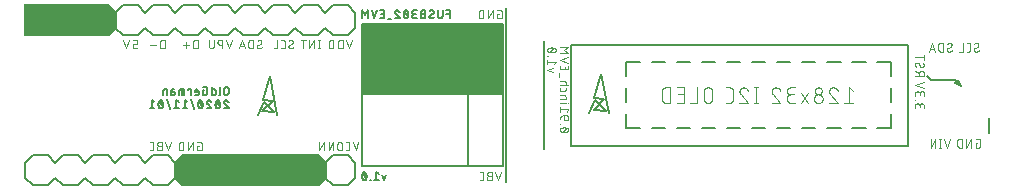
<source format=gbr>
G04 EAGLE Gerber RS-274X export*
G75*
%MOMM*%
%FSLAX34Y34*%
%LPD*%
%INGBO*%
%IPPOS*%
%AMOC8*
5,1,8,0,0,1.08239X$1,22.5*%
G01*
%ADD10C,0.127000*%
%ADD11C,0.101600*%
%ADD12R,12.065000X5.969000*%
%ADD13C,0.203200*%
%ADD14C,0.076200*%

G36*
X255357Y-77203D02*
X255357Y-77203D01*
X255444Y-77200D01*
X255497Y-77183D01*
X255552Y-77175D01*
X255631Y-77140D01*
X255715Y-77113D01*
X255754Y-77085D01*
X255811Y-77059D01*
X255924Y-76963D01*
X255988Y-76918D01*
X262338Y-70568D01*
X262390Y-70498D01*
X262450Y-70434D01*
X262476Y-70385D01*
X262509Y-70341D01*
X262540Y-70259D01*
X262580Y-70181D01*
X262588Y-70134D01*
X262610Y-70075D01*
X262622Y-69927D01*
X262635Y-69850D01*
X262635Y-57150D01*
X262623Y-57063D01*
X262620Y-56976D01*
X262603Y-56923D01*
X262595Y-56869D01*
X262560Y-56789D01*
X262533Y-56705D01*
X262505Y-56666D01*
X262479Y-56609D01*
X262383Y-56496D01*
X262338Y-56432D01*
X255988Y-50082D01*
X255918Y-50030D01*
X255854Y-49970D01*
X255805Y-49944D01*
X255761Y-49911D01*
X255679Y-49880D01*
X255601Y-49840D01*
X255554Y-49832D01*
X255495Y-49810D01*
X255347Y-49798D01*
X255270Y-49785D01*
X140970Y-49785D01*
X140883Y-49797D01*
X140796Y-49800D01*
X140743Y-49817D01*
X140689Y-49825D01*
X140609Y-49860D01*
X140525Y-49887D01*
X140486Y-49915D01*
X140429Y-49941D01*
X140316Y-50037D01*
X140252Y-50082D01*
X133902Y-56432D01*
X133850Y-56502D01*
X133790Y-56566D01*
X133764Y-56615D01*
X133731Y-56659D01*
X133700Y-56741D01*
X133660Y-56819D01*
X133652Y-56867D01*
X133630Y-56925D01*
X133618Y-57073D01*
X133605Y-57150D01*
X133605Y-69850D01*
X133617Y-69937D01*
X133620Y-70024D01*
X133637Y-70077D01*
X133645Y-70132D01*
X133680Y-70211D01*
X133707Y-70295D01*
X133735Y-70334D01*
X133761Y-70391D01*
X133857Y-70504D01*
X133902Y-70568D01*
X140252Y-76918D01*
X140322Y-76970D01*
X140386Y-77030D01*
X140435Y-77056D01*
X140479Y-77089D01*
X140561Y-77120D01*
X140639Y-77160D01*
X140687Y-77168D01*
X140745Y-77190D01*
X140893Y-77202D01*
X140970Y-77215D01*
X255270Y-77215D01*
X255357Y-77203D01*
G37*
G36*
X77557Y49797D02*
X77557Y49797D01*
X77644Y49800D01*
X77697Y49817D01*
X77752Y49825D01*
X77831Y49860D01*
X77915Y49887D01*
X77954Y49915D01*
X78011Y49941D01*
X78124Y50037D01*
X78188Y50082D01*
X84538Y56432D01*
X84590Y56502D01*
X84650Y56566D01*
X84676Y56615D01*
X84709Y56659D01*
X84740Y56741D01*
X84780Y56819D01*
X84788Y56867D01*
X84810Y56925D01*
X84822Y57073D01*
X84835Y57150D01*
X84835Y69850D01*
X84823Y69937D01*
X84820Y70024D01*
X84803Y70077D01*
X84795Y70132D01*
X84760Y70211D01*
X84733Y70295D01*
X84705Y70334D01*
X84679Y70391D01*
X84583Y70504D01*
X84538Y70568D01*
X78188Y76918D01*
X78118Y76970D01*
X78054Y77030D01*
X78005Y77056D01*
X77961Y77089D01*
X77879Y77120D01*
X77801Y77160D01*
X77754Y77168D01*
X77695Y77190D01*
X77547Y77202D01*
X77470Y77215D01*
X7620Y77215D01*
X7562Y77207D01*
X7504Y77209D01*
X7422Y77187D01*
X7339Y77175D01*
X7285Y77152D01*
X7229Y77137D01*
X7156Y77094D01*
X7079Y77059D01*
X7034Y77021D01*
X6984Y76992D01*
X6926Y76930D01*
X6862Y76876D01*
X6830Y76827D01*
X6790Y76784D01*
X6751Y76709D01*
X6705Y76639D01*
X6687Y76583D01*
X6660Y76531D01*
X6649Y76463D01*
X6619Y76368D01*
X6616Y76268D01*
X6605Y76200D01*
X6605Y50800D01*
X6613Y50742D01*
X6611Y50684D01*
X6633Y50602D01*
X6645Y50519D01*
X6669Y50465D01*
X6683Y50409D01*
X6726Y50336D01*
X6761Y50259D01*
X6799Y50214D01*
X6829Y50164D01*
X6890Y50106D01*
X6945Y50042D01*
X6993Y50010D01*
X7036Y49970D01*
X7111Y49931D01*
X7181Y49885D01*
X7237Y49867D01*
X7289Y49840D01*
X7357Y49829D01*
X7452Y49799D01*
X7552Y49796D01*
X7620Y49785D01*
X77470Y49785D01*
X77557Y49797D01*
G37*
D10*
X179705Y2286D02*
X179705Y5334D01*
X179703Y5419D01*
X179697Y5505D01*
X179688Y5590D01*
X179674Y5674D01*
X179657Y5758D01*
X179636Y5841D01*
X179612Y5923D01*
X179584Y6003D01*
X179552Y6083D01*
X179516Y6161D01*
X179478Y6237D01*
X179435Y6311D01*
X179390Y6383D01*
X179341Y6454D01*
X179289Y6522D01*
X179235Y6587D01*
X179177Y6650D01*
X179116Y6711D01*
X179053Y6769D01*
X178988Y6823D01*
X178920Y6875D01*
X178849Y6924D01*
X178777Y6969D01*
X178703Y7012D01*
X178627Y7050D01*
X178549Y7086D01*
X178469Y7118D01*
X178389Y7146D01*
X178307Y7170D01*
X178224Y7191D01*
X178140Y7208D01*
X178056Y7222D01*
X177971Y7231D01*
X177885Y7237D01*
X177800Y7239D01*
X177715Y7237D01*
X177629Y7231D01*
X177544Y7222D01*
X177460Y7208D01*
X177376Y7191D01*
X177293Y7170D01*
X177211Y7146D01*
X177131Y7118D01*
X177051Y7086D01*
X176973Y7050D01*
X176897Y7012D01*
X176823Y6969D01*
X176751Y6924D01*
X176680Y6875D01*
X176612Y6823D01*
X176547Y6769D01*
X176484Y6711D01*
X176423Y6650D01*
X176365Y6587D01*
X176311Y6522D01*
X176259Y6454D01*
X176210Y6383D01*
X176165Y6311D01*
X176122Y6237D01*
X176084Y6161D01*
X176048Y6083D01*
X176016Y6003D01*
X175988Y5923D01*
X175964Y5841D01*
X175943Y5758D01*
X175926Y5674D01*
X175912Y5590D01*
X175903Y5505D01*
X175897Y5419D01*
X175895Y5334D01*
X175895Y2286D01*
X175897Y2201D01*
X175903Y2115D01*
X175912Y2030D01*
X175926Y1946D01*
X175943Y1862D01*
X175964Y1779D01*
X175988Y1697D01*
X176016Y1617D01*
X176048Y1537D01*
X176084Y1459D01*
X176122Y1383D01*
X176165Y1309D01*
X176210Y1237D01*
X176259Y1166D01*
X176311Y1098D01*
X176365Y1033D01*
X176423Y970D01*
X176484Y909D01*
X176547Y851D01*
X176612Y797D01*
X176680Y745D01*
X176751Y696D01*
X176823Y651D01*
X176897Y608D01*
X176973Y570D01*
X177051Y534D01*
X177131Y502D01*
X177211Y474D01*
X177293Y450D01*
X177376Y429D01*
X177460Y412D01*
X177544Y398D01*
X177629Y389D01*
X177715Y383D01*
X177800Y381D01*
X177885Y383D01*
X177971Y389D01*
X178056Y398D01*
X178140Y412D01*
X178224Y429D01*
X178307Y450D01*
X178389Y474D01*
X178469Y502D01*
X178549Y534D01*
X178627Y570D01*
X178703Y608D01*
X178777Y651D01*
X178849Y696D01*
X178920Y745D01*
X178988Y797D01*
X179053Y851D01*
X179116Y909D01*
X179177Y970D01*
X179235Y1033D01*
X179289Y1098D01*
X179341Y1166D01*
X179390Y1237D01*
X179435Y1309D01*
X179478Y1383D01*
X179516Y1459D01*
X179552Y1537D01*
X179584Y1617D01*
X179612Y1697D01*
X179636Y1779D01*
X179657Y1862D01*
X179674Y1946D01*
X179688Y2030D01*
X179697Y2115D01*
X179703Y2201D01*
X179705Y2286D01*
X172471Y1524D02*
X172471Y7239D01*
X172471Y1524D02*
X172469Y1458D01*
X172463Y1391D01*
X172454Y1326D01*
X172440Y1260D01*
X172423Y1196D01*
X172402Y1133D01*
X172378Y1071D01*
X172349Y1011D01*
X172318Y953D01*
X172283Y896D01*
X172245Y841D01*
X172204Y789D01*
X172159Y740D01*
X172112Y693D01*
X172063Y648D01*
X172011Y607D01*
X171956Y569D01*
X171900Y534D01*
X171841Y503D01*
X171781Y474D01*
X171719Y450D01*
X171656Y429D01*
X171592Y412D01*
X171526Y398D01*
X171461Y389D01*
X171394Y383D01*
X171328Y381D01*
X165603Y381D02*
X165603Y7239D01*
X165603Y381D02*
X167508Y381D01*
X167574Y383D01*
X167641Y389D01*
X167706Y398D01*
X167772Y412D01*
X167836Y429D01*
X167899Y450D01*
X167961Y474D01*
X168021Y503D01*
X168080Y534D01*
X168136Y569D01*
X168191Y607D01*
X168243Y648D01*
X168292Y693D01*
X168339Y740D01*
X168384Y789D01*
X168425Y841D01*
X168463Y896D01*
X168498Y953D01*
X168529Y1011D01*
X168558Y1071D01*
X168582Y1133D01*
X168603Y1196D01*
X168620Y1260D01*
X168634Y1326D01*
X168643Y1391D01*
X168649Y1458D01*
X168651Y1524D01*
X168651Y3810D01*
X168649Y3876D01*
X168643Y3943D01*
X168634Y4008D01*
X168620Y4074D01*
X168603Y4138D01*
X168582Y4201D01*
X168558Y4263D01*
X168529Y4323D01*
X168498Y4382D01*
X168463Y4438D01*
X168425Y4493D01*
X168384Y4545D01*
X168339Y4594D01*
X168292Y4641D01*
X168243Y4686D01*
X168191Y4727D01*
X168136Y4765D01*
X168080Y4800D01*
X168021Y4831D01*
X167961Y4860D01*
X167899Y4884D01*
X167836Y4905D01*
X167772Y4922D01*
X167706Y4936D01*
X167641Y4945D01*
X167574Y4951D01*
X167508Y4953D01*
X165603Y4953D01*
X158994Y4191D02*
X157851Y4191D01*
X157851Y381D01*
X160137Y381D01*
X160214Y383D01*
X160291Y389D01*
X160368Y399D01*
X160444Y412D01*
X160519Y430D01*
X160593Y451D01*
X160666Y476D01*
X160738Y505D01*
X160808Y537D01*
X160877Y572D01*
X160943Y612D01*
X161008Y654D01*
X161070Y700D01*
X161130Y749D01*
X161187Y800D01*
X161242Y855D01*
X161293Y912D01*
X161342Y972D01*
X161388Y1034D01*
X161430Y1099D01*
X161470Y1165D01*
X161505Y1234D01*
X161537Y1304D01*
X161566Y1376D01*
X161591Y1449D01*
X161612Y1523D01*
X161630Y1598D01*
X161643Y1674D01*
X161653Y1751D01*
X161659Y1828D01*
X161661Y1905D01*
X161661Y5715D01*
X161659Y5792D01*
X161653Y5869D01*
X161643Y5946D01*
X161630Y6022D01*
X161612Y6097D01*
X161591Y6171D01*
X161566Y6244D01*
X161537Y6316D01*
X161505Y6386D01*
X161470Y6455D01*
X161430Y6521D01*
X161388Y6586D01*
X161342Y6648D01*
X161293Y6708D01*
X161242Y6765D01*
X161187Y6820D01*
X161130Y6871D01*
X161070Y6920D01*
X161008Y6966D01*
X160943Y7008D01*
X160877Y7048D01*
X160808Y7083D01*
X160738Y7115D01*
X160666Y7144D01*
X160593Y7169D01*
X160519Y7190D01*
X160444Y7208D01*
X160368Y7221D01*
X160291Y7231D01*
X160214Y7237D01*
X160137Y7239D01*
X157851Y7239D01*
X153066Y381D02*
X151161Y381D01*
X153066Y381D02*
X153132Y383D01*
X153199Y389D01*
X153264Y398D01*
X153330Y412D01*
X153394Y429D01*
X153457Y450D01*
X153519Y474D01*
X153579Y503D01*
X153638Y534D01*
X153694Y569D01*
X153749Y607D01*
X153801Y648D01*
X153850Y693D01*
X153897Y740D01*
X153942Y789D01*
X153983Y841D01*
X154021Y896D01*
X154056Y953D01*
X154087Y1011D01*
X154116Y1071D01*
X154140Y1133D01*
X154161Y1196D01*
X154178Y1260D01*
X154192Y1326D01*
X154201Y1391D01*
X154207Y1458D01*
X154209Y1524D01*
X154209Y3429D01*
X154207Y3506D01*
X154201Y3583D01*
X154191Y3660D01*
X154178Y3736D01*
X154160Y3811D01*
X154139Y3885D01*
X154114Y3958D01*
X154085Y4030D01*
X154053Y4100D01*
X154018Y4169D01*
X153978Y4235D01*
X153936Y4300D01*
X153890Y4362D01*
X153841Y4422D01*
X153790Y4479D01*
X153735Y4534D01*
X153678Y4585D01*
X153618Y4634D01*
X153556Y4680D01*
X153491Y4722D01*
X153425Y4762D01*
X153356Y4797D01*
X153286Y4829D01*
X153214Y4858D01*
X153141Y4883D01*
X153067Y4904D01*
X152992Y4922D01*
X152916Y4935D01*
X152839Y4945D01*
X152762Y4951D01*
X152685Y4953D01*
X152608Y4951D01*
X152531Y4945D01*
X152454Y4935D01*
X152378Y4922D01*
X152303Y4904D01*
X152229Y4883D01*
X152156Y4858D01*
X152084Y4829D01*
X152014Y4797D01*
X151945Y4762D01*
X151879Y4722D01*
X151814Y4680D01*
X151752Y4634D01*
X151692Y4585D01*
X151635Y4534D01*
X151580Y4479D01*
X151529Y4422D01*
X151480Y4362D01*
X151434Y4300D01*
X151392Y4235D01*
X151352Y4169D01*
X151317Y4100D01*
X151285Y4030D01*
X151256Y3958D01*
X151231Y3885D01*
X151210Y3811D01*
X151192Y3736D01*
X151179Y3660D01*
X151169Y3583D01*
X151163Y3506D01*
X151161Y3429D01*
X151161Y2667D01*
X154209Y2667D01*
X147562Y381D02*
X147562Y4953D01*
X145276Y4953D01*
X145276Y4191D01*
X142291Y4953D02*
X142291Y381D01*
X142291Y4953D02*
X138862Y4953D01*
X138796Y4951D01*
X138729Y4945D01*
X138664Y4936D01*
X138598Y4922D01*
X138534Y4905D01*
X138471Y4884D01*
X138409Y4860D01*
X138349Y4831D01*
X138291Y4800D01*
X138234Y4765D01*
X138179Y4727D01*
X138127Y4686D01*
X138078Y4641D01*
X138031Y4594D01*
X137986Y4545D01*
X137945Y4493D01*
X137907Y4438D01*
X137872Y4382D01*
X137841Y4323D01*
X137812Y4263D01*
X137788Y4201D01*
X137767Y4138D01*
X137750Y4074D01*
X137736Y4008D01*
X137727Y3943D01*
X137721Y3876D01*
X137719Y3810D01*
X137719Y381D01*
X140005Y381D02*
X140005Y4953D01*
X132692Y3048D02*
X130978Y3048D01*
X132692Y3049D02*
X132764Y3047D01*
X132836Y3041D01*
X132908Y3031D01*
X132979Y3018D01*
X133049Y3000D01*
X133118Y2979D01*
X133186Y2954D01*
X133252Y2926D01*
X133317Y2894D01*
X133380Y2858D01*
X133441Y2819D01*
X133499Y2777D01*
X133556Y2732D01*
X133609Y2683D01*
X133660Y2632D01*
X133709Y2579D01*
X133754Y2522D01*
X133796Y2464D01*
X133835Y2403D01*
X133871Y2340D01*
X133903Y2275D01*
X133931Y2209D01*
X133956Y2141D01*
X133977Y2072D01*
X133995Y2002D01*
X134008Y1931D01*
X134018Y1859D01*
X134024Y1787D01*
X134026Y1715D01*
X134024Y1643D01*
X134018Y1571D01*
X134008Y1499D01*
X133995Y1428D01*
X133977Y1358D01*
X133956Y1289D01*
X133931Y1221D01*
X133903Y1155D01*
X133871Y1090D01*
X133835Y1027D01*
X133796Y966D01*
X133754Y908D01*
X133709Y851D01*
X133660Y798D01*
X133609Y747D01*
X133556Y698D01*
X133499Y653D01*
X133441Y611D01*
X133380Y572D01*
X133317Y536D01*
X133252Y504D01*
X133186Y476D01*
X133118Y451D01*
X133049Y430D01*
X132979Y412D01*
X132908Y399D01*
X132836Y389D01*
X132764Y383D01*
X132692Y381D01*
X130978Y381D01*
X130978Y3810D01*
X130980Y3876D01*
X130986Y3943D01*
X130995Y4008D01*
X131009Y4074D01*
X131026Y4138D01*
X131047Y4201D01*
X131071Y4263D01*
X131100Y4323D01*
X131131Y4382D01*
X131166Y4438D01*
X131204Y4493D01*
X131245Y4545D01*
X131290Y4594D01*
X131337Y4641D01*
X131386Y4686D01*
X131438Y4727D01*
X131493Y4765D01*
X131550Y4800D01*
X131608Y4831D01*
X131668Y4860D01*
X131730Y4884D01*
X131793Y4905D01*
X131857Y4922D01*
X131923Y4936D01*
X131988Y4945D01*
X132055Y4951D01*
X132121Y4953D01*
X133645Y4953D01*
X127142Y4953D02*
X127142Y381D01*
X127142Y4953D02*
X125237Y4953D01*
X125171Y4951D01*
X125104Y4945D01*
X125039Y4936D01*
X124973Y4922D01*
X124909Y4905D01*
X124846Y4884D01*
X124784Y4860D01*
X124724Y4831D01*
X124666Y4800D01*
X124609Y4765D01*
X124554Y4727D01*
X124502Y4686D01*
X124453Y4641D01*
X124406Y4594D01*
X124361Y4545D01*
X124320Y4493D01*
X124282Y4438D01*
X124247Y4382D01*
X124216Y4323D01*
X124187Y4263D01*
X124163Y4201D01*
X124142Y4138D01*
X124125Y4074D01*
X124111Y4008D01*
X124102Y3943D01*
X124096Y3876D01*
X124094Y3810D01*
X124094Y381D01*
D11*
X281803Y39624D02*
X284174Y46736D01*
X279433Y46736D02*
X281803Y39624D01*
X276220Y39624D02*
X276220Y46736D01*
X274244Y46736D01*
X274158Y46734D01*
X274072Y46728D01*
X273986Y46719D01*
X273901Y46706D01*
X273816Y46689D01*
X273733Y46669D01*
X273650Y46645D01*
X273568Y46617D01*
X273488Y46586D01*
X273409Y46551D01*
X273332Y46513D01*
X273256Y46471D01*
X273182Y46427D01*
X273111Y46379D01*
X273041Y46328D01*
X272974Y46274D01*
X272909Y46217D01*
X272847Y46157D01*
X272787Y46095D01*
X272730Y46030D01*
X272676Y45963D01*
X272625Y45893D01*
X272577Y45822D01*
X272533Y45748D01*
X272491Y45672D01*
X272453Y45595D01*
X272418Y45516D01*
X272387Y45436D01*
X272359Y45354D01*
X272335Y45271D01*
X272315Y45188D01*
X272298Y45103D01*
X272285Y45018D01*
X272276Y44932D01*
X272270Y44846D01*
X272268Y44760D01*
X272269Y44760D02*
X272269Y41600D01*
X272268Y41600D02*
X272270Y41514D01*
X272276Y41428D01*
X272285Y41342D01*
X272298Y41257D01*
X272315Y41172D01*
X272335Y41089D01*
X272359Y41006D01*
X272387Y40924D01*
X272418Y40844D01*
X272453Y40765D01*
X272491Y40688D01*
X272533Y40612D01*
X272577Y40538D01*
X272625Y40467D01*
X272676Y40397D01*
X272730Y40330D01*
X272787Y40265D01*
X272847Y40203D01*
X272909Y40143D01*
X272974Y40086D01*
X273041Y40032D01*
X273111Y39981D01*
X273182Y39933D01*
X273256Y39889D01*
X273332Y39847D01*
X273409Y39809D01*
X273488Y39774D01*
X273568Y39743D01*
X273650Y39715D01*
X273733Y39691D01*
X273816Y39671D01*
X273901Y39654D01*
X273986Y39641D01*
X274072Y39632D01*
X274158Y39626D01*
X274244Y39624D01*
X276220Y39624D01*
X268417Y39624D02*
X268417Y46736D01*
X266442Y46736D01*
X266356Y46734D01*
X266270Y46728D01*
X266184Y46719D01*
X266099Y46706D01*
X266014Y46689D01*
X265931Y46669D01*
X265848Y46645D01*
X265766Y46617D01*
X265686Y46586D01*
X265607Y46551D01*
X265530Y46513D01*
X265454Y46471D01*
X265380Y46427D01*
X265309Y46379D01*
X265239Y46328D01*
X265172Y46274D01*
X265107Y46217D01*
X265045Y46157D01*
X264985Y46095D01*
X264928Y46030D01*
X264874Y45963D01*
X264823Y45893D01*
X264775Y45822D01*
X264731Y45748D01*
X264689Y45672D01*
X264651Y45595D01*
X264616Y45516D01*
X264585Y45436D01*
X264557Y45354D01*
X264533Y45271D01*
X264513Y45188D01*
X264496Y45103D01*
X264483Y45018D01*
X264474Y44932D01*
X264468Y44846D01*
X264466Y44760D01*
X264466Y41600D01*
X264468Y41514D01*
X264474Y41428D01*
X264483Y41342D01*
X264496Y41257D01*
X264513Y41172D01*
X264533Y41089D01*
X264557Y41006D01*
X264585Y40924D01*
X264616Y40844D01*
X264651Y40765D01*
X264689Y40688D01*
X264731Y40612D01*
X264775Y40538D01*
X264823Y40467D01*
X264874Y40397D01*
X264928Y40330D01*
X264985Y40265D01*
X265045Y40203D01*
X265107Y40143D01*
X265172Y40086D01*
X265239Y40032D01*
X265309Y39981D01*
X265380Y39933D01*
X265454Y39889D01*
X265530Y39847D01*
X265607Y39809D01*
X265686Y39774D01*
X265766Y39743D01*
X265848Y39715D01*
X265931Y39691D01*
X266014Y39671D01*
X266099Y39654D01*
X266184Y39641D01*
X266270Y39632D01*
X266356Y39626D01*
X266442Y39624D01*
X268417Y39624D01*
X256096Y39624D02*
X256096Y46736D01*
X256887Y39624D02*
X255306Y39624D01*
X255306Y46736D02*
X256887Y46736D01*
X251976Y46736D02*
X251976Y39624D01*
X248025Y39624D02*
X251976Y46736D01*
X248025Y46736D02*
X248025Y39624D01*
X242929Y39624D02*
X242929Y46736D01*
X244905Y46736D02*
X240953Y46736D01*
X231985Y39624D02*
X231907Y39626D01*
X231830Y39632D01*
X231753Y39641D01*
X231677Y39654D01*
X231601Y39671D01*
X231526Y39692D01*
X231453Y39716D01*
X231380Y39744D01*
X231309Y39776D01*
X231240Y39811D01*
X231173Y39849D01*
X231107Y39890D01*
X231044Y39935D01*
X230983Y39983D01*
X230924Y40033D01*
X230868Y40087D01*
X230814Y40143D01*
X230764Y40202D01*
X230716Y40263D01*
X230671Y40326D01*
X230630Y40392D01*
X230592Y40459D01*
X230557Y40528D01*
X230525Y40599D01*
X230497Y40672D01*
X230473Y40745D01*
X230452Y40820D01*
X230435Y40896D01*
X230422Y40972D01*
X230413Y41049D01*
X230407Y41126D01*
X230405Y41204D01*
X231985Y39624D02*
X232100Y39626D01*
X232214Y39632D01*
X232328Y39642D01*
X232442Y39655D01*
X232555Y39673D01*
X232668Y39695D01*
X232780Y39720D01*
X232891Y39749D01*
X233000Y39782D01*
X233109Y39819D01*
X233216Y39859D01*
X233322Y39903D01*
X233426Y39951D01*
X233529Y40002D01*
X233629Y40057D01*
X233728Y40115D01*
X233825Y40177D01*
X233919Y40241D01*
X234012Y40309D01*
X234102Y40381D01*
X234189Y40455D01*
X234274Y40532D01*
X234356Y40612D01*
X234157Y45156D02*
X234155Y45234D01*
X234149Y45311D01*
X234140Y45388D01*
X234127Y45464D01*
X234110Y45540D01*
X234089Y45615D01*
X234065Y45688D01*
X234037Y45761D01*
X234005Y45832D01*
X233970Y45901D01*
X233932Y45968D01*
X233891Y46034D01*
X233846Y46097D01*
X233798Y46158D01*
X233748Y46217D01*
X233694Y46273D01*
X233638Y46327D01*
X233579Y46377D01*
X233518Y46425D01*
X233455Y46470D01*
X233389Y46511D01*
X233322Y46549D01*
X233253Y46584D01*
X233182Y46616D01*
X233109Y46644D01*
X233036Y46668D01*
X232961Y46689D01*
X232885Y46706D01*
X232809Y46719D01*
X232732Y46728D01*
X232655Y46734D01*
X232577Y46736D01*
X232471Y46734D01*
X232365Y46728D01*
X232260Y46719D01*
X232155Y46706D01*
X232050Y46689D01*
X231946Y46668D01*
X231843Y46644D01*
X231741Y46616D01*
X231640Y46584D01*
X231540Y46549D01*
X231442Y46510D01*
X231344Y46467D01*
X231249Y46422D01*
X231155Y46373D01*
X231063Y46320D01*
X230973Y46264D01*
X230885Y46205D01*
X230799Y46143D01*
X233368Y43773D02*
X233435Y43815D01*
X233500Y43860D01*
X233563Y43909D01*
X233624Y43960D01*
X233681Y44015D01*
X233736Y44072D01*
X233789Y44132D01*
X233838Y44194D01*
X233884Y44259D01*
X233926Y44325D01*
X233966Y44394D01*
X234002Y44465D01*
X234034Y44538D01*
X234063Y44612D01*
X234088Y44687D01*
X234109Y44763D01*
X234127Y44841D01*
X234140Y44919D01*
X234150Y44998D01*
X234156Y45077D01*
X234158Y45156D01*
X231194Y42587D02*
X231127Y42545D01*
X231062Y42500D01*
X230999Y42451D01*
X230938Y42400D01*
X230881Y42345D01*
X230826Y42288D01*
X230773Y42228D01*
X230724Y42166D01*
X230678Y42101D01*
X230636Y42035D01*
X230596Y41966D01*
X230560Y41895D01*
X230528Y41822D01*
X230499Y41748D01*
X230474Y41673D01*
X230453Y41597D01*
X230435Y41519D01*
X230422Y41441D01*
X230412Y41362D01*
X230406Y41283D01*
X230404Y41204D01*
X231194Y42587D02*
X233368Y43773D01*
X225731Y39624D02*
X224150Y39624D01*
X225731Y39624D02*
X225809Y39626D01*
X225886Y39632D01*
X225963Y39641D01*
X226039Y39654D01*
X226115Y39671D01*
X226190Y39692D01*
X226263Y39716D01*
X226336Y39744D01*
X226407Y39776D01*
X226476Y39811D01*
X226543Y39849D01*
X226609Y39890D01*
X226672Y39935D01*
X226733Y39983D01*
X226792Y40033D01*
X226848Y40087D01*
X226902Y40143D01*
X226952Y40202D01*
X227000Y40263D01*
X227045Y40326D01*
X227086Y40392D01*
X227124Y40459D01*
X227159Y40528D01*
X227191Y40599D01*
X227219Y40672D01*
X227243Y40745D01*
X227264Y40820D01*
X227281Y40896D01*
X227294Y40972D01*
X227303Y41049D01*
X227309Y41126D01*
X227311Y41204D01*
X227311Y45156D01*
X227309Y45234D01*
X227303Y45311D01*
X227294Y45388D01*
X227281Y45464D01*
X227264Y45540D01*
X227243Y45615D01*
X227219Y45688D01*
X227191Y45761D01*
X227159Y45832D01*
X227124Y45901D01*
X227086Y45968D01*
X227045Y46034D01*
X227000Y46097D01*
X226952Y46158D01*
X226902Y46217D01*
X226848Y46273D01*
X226792Y46327D01*
X226733Y46377D01*
X226672Y46425D01*
X226609Y46470D01*
X226543Y46511D01*
X226476Y46549D01*
X226407Y46584D01*
X226336Y46616D01*
X226263Y46644D01*
X226190Y46668D01*
X226115Y46689D01*
X226039Y46706D01*
X225963Y46719D01*
X225886Y46728D01*
X225809Y46734D01*
X225731Y46736D01*
X224150Y46736D01*
X220926Y46736D02*
X220926Y39624D01*
X217765Y39624D01*
X205360Y39624D02*
X205282Y39626D01*
X205205Y39632D01*
X205128Y39641D01*
X205052Y39654D01*
X204976Y39671D01*
X204901Y39692D01*
X204828Y39716D01*
X204755Y39744D01*
X204684Y39776D01*
X204615Y39811D01*
X204548Y39849D01*
X204482Y39890D01*
X204419Y39935D01*
X204358Y39983D01*
X204299Y40033D01*
X204243Y40087D01*
X204189Y40143D01*
X204139Y40202D01*
X204091Y40263D01*
X204046Y40326D01*
X204005Y40392D01*
X203967Y40459D01*
X203932Y40528D01*
X203900Y40599D01*
X203872Y40672D01*
X203848Y40745D01*
X203827Y40820D01*
X203810Y40896D01*
X203797Y40972D01*
X203788Y41049D01*
X203782Y41126D01*
X203780Y41204D01*
X205360Y39624D02*
X205475Y39626D01*
X205589Y39632D01*
X205703Y39642D01*
X205817Y39655D01*
X205930Y39673D01*
X206043Y39695D01*
X206155Y39720D01*
X206266Y39749D01*
X206375Y39782D01*
X206484Y39819D01*
X206591Y39859D01*
X206697Y39903D01*
X206801Y39951D01*
X206904Y40002D01*
X207004Y40057D01*
X207103Y40115D01*
X207200Y40177D01*
X207294Y40241D01*
X207387Y40309D01*
X207477Y40381D01*
X207564Y40455D01*
X207649Y40532D01*
X207731Y40612D01*
X207532Y45156D02*
X207530Y45234D01*
X207524Y45311D01*
X207515Y45388D01*
X207502Y45464D01*
X207485Y45540D01*
X207464Y45615D01*
X207440Y45688D01*
X207412Y45761D01*
X207380Y45832D01*
X207345Y45901D01*
X207307Y45968D01*
X207266Y46034D01*
X207221Y46097D01*
X207173Y46158D01*
X207123Y46217D01*
X207069Y46273D01*
X207013Y46327D01*
X206954Y46377D01*
X206893Y46425D01*
X206830Y46470D01*
X206764Y46511D01*
X206697Y46549D01*
X206628Y46584D01*
X206557Y46616D01*
X206484Y46644D01*
X206411Y46668D01*
X206336Y46689D01*
X206260Y46706D01*
X206184Y46719D01*
X206107Y46728D01*
X206030Y46734D01*
X205952Y46736D01*
X205846Y46734D01*
X205740Y46728D01*
X205635Y46719D01*
X205530Y46706D01*
X205425Y46689D01*
X205321Y46668D01*
X205218Y46644D01*
X205116Y46616D01*
X205015Y46584D01*
X204915Y46549D01*
X204817Y46510D01*
X204719Y46467D01*
X204624Y46422D01*
X204530Y46373D01*
X204438Y46320D01*
X204348Y46264D01*
X204260Y46205D01*
X204174Y46143D01*
X206743Y43773D02*
X206810Y43815D01*
X206875Y43860D01*
X206938Y43909D01*
X206999Y43960D01*
X207056Y44015D01*
X207111Y44072D01*
X207164Y44132D01*
X207213Y44194D01*
X207259Y44259D01*
X207301Y44325D01*
X207341Y44394D01*
X207377Y44465D01*
X207409Y44538D01*
X207438Y44612D01*
X207463Y44687D01*
X207484Y44763D01*
X207502Y44841D01*
X207515Y44919D01*
X207525Y44998D01*
X207531Y45077D01*
X207533Y45156D01*
X204569Y42587D02*
X204502Y42545D01*
X204437Y42500D01*
X204374Y42451D01*
X204313Y42400D01*
X204256Y42345D01*
X204201Y42288D01*
X204148Y42228D01*
X204099Y42166D01*
X204053Y42101D01*
X204011Y42035D01*
X203971Y41966D01*
X203935Y41895D01*
X203903Y41822D01*
X203874Y41748D01*
X203849Y41673D01*
X203828Y41597D01*
X203810Y41519D01*
X203797Y41441D01*
X203787Y41362D01*
X203781Y41283D01*
X203779Y41204D01*
X204569Y42587D02*
X206742Y43773D01*
X200415Y46736D02*
X200415Y39624D01*
X200415Y46736D02*
X198440Y46736D01*
X198354Y46734D01*
X198268Y46728D01*
X198182Y46719D01*
X198097Y46706D01*
X198012Y46689D01*
X197929Y46669D01*
X197846Y46645D01*
X197764Y46617D01*
X197684Y46586D01*
X197605Y46551D01*
X197528Y46513D01*
X197452Y46471D01*
X197378Y46427D01*
X197307Y46379D01*
X197237Y46328D01*
X197170Y46274D01*
X197105Y46217D01*
X197043Y46157D01*
X196983Y46095D01*
X196926Y46030D01*
X196872Y45963D01*
X196821Y45893D01*
X196773Y45822D01*
X196729Y45748D01*
X196687Y45672D01*
X196649Y45595D01*
X196614Y45516D01*
X196583Y45436D01*
X196555Y45354D01*
X196531Y45271D01*
X196511Y45188D01*
X196494Y45103D01*
X196481Y45018D01*
X196472Y44932D01*
X196466Y44846D01*
X196464Y44760D01*
X196464Y41600D01*
X196466Y41514D01*
X196472Y41428D01*
X196481Y41342D01*
X196494Y41257D01*
X196511Y41172D01*
X196531Y41089D01*
X196555Y41006D01*
X196583Y40924D01*
X196614Y40844D01*
X196649Y40765D01*
X196687Y40688D01*
X196729Y40612D01*
X196773Y40538D01*
X196821Y40467D01*
X196872Y40397D01*
X196926Y40330D01*
X196983Y40265D01*
X197043Y40203D01*
X197105Y40143D01*
X197170Y40086D01*
X197237Y40032D01*
X197307Y39981D01*
X197378Y39933D01*
X197452Y39889D01*
X197528Y39847D01*
X197605Y39809D01*
X197684Y39774D01*
X197764Y39743D01*
X197846Y39715D01*
X197929Y39691D01*
X198012Y39671D01*
X198097Y39654D01*
X198182Y39641D01*
X198268Y39632D01*
X198354Y39626D01*
X198440Y39624D01*
X200415Y39624D01*
X193251Y39624D02*
X190880Y46736D01*
X188510Y39624D01*
X189102Y41402D02*
X192658Y41402D01*
X182330Y46736D02*
X179960Y39624D01*
X177589Y46736D01*
X174237Y46736D02*
X174237Y39624D01*
X174237Y46736D02*
X172262Y46736D01*
X172175Y46734D01*
X172087Y46728D01*
X172000Y46719D01*
X171914Y46705D01*
X171828Y46688D01*
X171744Y46667D01*
X171660Y46642D01*
X171577Y46613D01*
X171496Y46581D01*
X171416Y46546D01*
X171338Y46507D01*
X171261Y46464D01*
X171187Y46418D01*
X171115Y46369D01*
X171045Y46317D01*
X170977Y46261D01*
X170912Y46203D01*
X170849Y46142D01*
X170790Y46078D01*
X170733Y46011D01*
X170679Y45943D01*
X170628Y45871D01*
X170581Y45798D01*
X170536Y45723D01*
X170495Y45645D01*
X170458Y45566D01*
X170424Y45486D01*
X170394Y45404D01*
X170367Y45321D01*
X170344Y45236D01*
X170325Y45151D01*
X170310Y45065D01*
X170298Y44978D01*
X170290Y44891D01*
X170286Y44804D01*
X170286Y44716D01*
X170290Y44629D01*
X170298Y44542D01*
X170310Y44455D01*
X170325Y44369D01*
X170344Y44284D01*
X170367Y44199D01*
X170394Y44116D01*
X170424Y44034D01*
X170458Y43954D01*
X170495Y43875D01*
X170536Y43797D01*
X170581Y43722D01*
X170628Y43649D01*
X170679Y43577D01*
X170733Y43509D01*
X170790Y43442D01*
X170849Y43378D01*
X170912Y43317D01*
X170977Y43259D01*
X171045Y43203D01*
X171115Y43151D01*
X171187Y43102D01*
X171261Y43056D01*
X171338Y43013D01*
X171416Y42974D01*
X171496Y42939D01*
X171577Y42907D01*
X171660Y42878D01*
X171744Y42853D01*
X171828Y42832D01*
X171914Y42815D01*
X172000Y42801D01*
X172087Y42792D01*
X172175Y42786D01*
X172262Y42784D01*
X172262Y42785D02*
X174237Y42785D01*
X167061Y41600D02*
X167061Y46736D01*
X167061Y41600D02*
X167059Y41513D01*
X167053Y41425D01*
X167044Y41338D01*
X167030Y41252D01*
X167013Y41166D01*
X166992Y41082D01*
X166967Y40998D01*
X166938Y40915D01*
X166906Y40834D01*
X166871Y40754D01*
X166832Y40676D01*
X166789Y40599D01*
X166743Y40525D01*
X166694Y40453D01*
X166642Y40383D01*
X166586Y40315D01*
X166528Y40250D01*
X166467Y40187D01*
X166403Y40128D01*
X166336Y40071D01*
X166268Y40017D01*
X166196Y39966D01*
X166123Y39919D01*
X166048Y39874D01*
X165970Y39833D01*
X165891Y39796D01*
X165811Y39762D01*
X165729Y39732D01*
X165646Y39705D01*
X165561Y39682D01*
X165476Y39663D01*
X165390Y39648D01*
X165303Y39636D01*
X165216Y39628D01*
X165129Y39624D01*
X165041Y39624D01*
X164954Y39628D01*
X164867Y39636D01*
X164780Y39648D01*
X164694Y39663D01*
X164609Y39682D01*
X164524Y39705D01*
X164441Y39732D01*
X164359Y39762D01*
X164279Y39796D01*
X164200Y39833D01*
X164122Y39874D01*
X164047Y39919D01*
X163974Y39966D01*
X163902Y40017D01*
X163834Y40071D01*
X163767Y40128D01*
X163703Y40187D01*
X163642Y40250D01*
X163584Y40315D01*
X163528Y40383D01*
X163476Y40453D01*
X163427Y40525D01*
X163381Y40599D01*
X163338Y40676D01*
X163299Y40754D01*
X163264Y40834D01*
X163232Y40915D01*
X163203Y40998D01*
X163178Y41082D01*
X163157Y41166D01*
X163140Y41252D01*
X163126Y41338D01*
X163117Y41425D01*
X163111Y41513D01*
X163109Y41600D01*
X163110Y41600D02*
X163110Y46736D01*
X102351Y39624D02*
X99980Y39624D01*
X99902Y39626D01*
X99825Y39632D01*
X99748Y39641D01*
X99672Y39654D01*
X99596Y39671D01*
X99521Y39692D01*
X99448Y39716D01*
X99375Y39744D01*
X99304Y39776D01*
X99235Y39811D01*
X99168Y39849D01*
X99102Y39890D01*
X99039Y39935D01*
X98978Y39983D01*
X98919Y40033D01*
X98863Y40087D01*
X98809Y40143D01*
X98759Y40202D01*
X98711Y40263D01*
X98666Y40326D01*
X98625Y40392D01*
X98587Y40459D01*
X98552Y40528D01*
X98520Y40599D01*
X98492Y40672D01*
X98468Y40745D01*
X98447Y40820D01*
X98430Y40896D01*
X98417Y40972D01*
X98408Y41049D01*
X98402Y41126D01*
X98400Y41204D01*
X98400Y41995D01*
X98402Y42073D01*
X98408Y42150D01*
X98417Y42227D01*
X98430Y42303D01*
X98447Y42379D01*
X98468Y42454D01*
X98492Y42527D01*
X98520Y42600D01*
X98552Y42671D01*
X98587Y42740D01*
X98625Y42807D01*
X98666Y42873D01*
X98711Y42936D01*
X98759Y42997D01*
X98809Y43056D01*
X98863Y43112D01*
X98919Y43166D01*
X98978Y43216D01*
X99039Y43264D01*
X99102Y43309D01*
X99168Y43350D01*
X99235Y43388D01*
X99304Y43423D01*
X99375Y43455D01*
X99448Y43483D01*
X99521Y43507D01*
X99596Y43528D01*
X99672Y43545D01*
X99748Y43558D01*
X99825Y43567D01*
X99902Y43573D01*
X99980Y43575D01*
X102351Y43575D01*
X102351Y46736D01*
X98400Y46736D01*
X95431Y46736D02*
X93060Y39624D01*
X90689Y46736D01*
X131000Y-39624D02*
X128629Y-46736D01*
X126258Y-39624D01*
X122907Y-42785D02*
X120931Y-42785D01*
X120931Y-42784D02*
X120844Y-42786D01*
X120756Y-42792D01*
X120669Y-42801D01*
X120583Y-42815D01*
X120497Y-42832D01*
X120413Y-42853D01*
X120329Y-42878D01*
X120246Y-42907D01*
X120165Y-42939D01*
X120085Y-42974D01*
X120007Y-43013D01*
X119930Y-43056D01*
X119856Y-43102D01*
X119784Y-43151D01*
X119714Y-43203D01*
X119646Y-43259D01*
X119581Y-43317D01*
X119518Y-43378D01*
X119459Y-43442D01*
X119402Y-43509D01*
X119348Y-43577D01*
X119297Y-43649D01*
X119250Y-43722D01*
X119205Y-43797D01*
X119164Y-43875D01*
X119127Y-43954D01*
X119093Y-44034D01*
X119063Y-44116D01*
X119036Y-44199D01*
X119013Y-44284D01*
X118994Y-44369D01*
X118979Y-44455D01*
X118967Y-44542D01*
X118959Y-44629D01*
X118955Y-44716D01*
X118955Y-44804D01*
X118959Y-44891D01*
X118967Y-44978D01*
X118979Y-45065D01*
X118994Y-45151D01*
X119013Y-45236D01*
X119036Y-45321D01*
X119063Y-45404D01*
X119093Y-45486D01*
X119127Y-45566D01*
X119164Y-45645D01*
X119205Y-45723D01*
X119250Y-45798D01*
X119297Y-45871D01*
X119348Y-45943D01*
X119402Y-46011D01*
X119459Y-46078D01*
X119518Y-46142D01*
X119581Y-46203D01*
X119646Y-46261D01*
X119714Y-46317D01*
X119784Y-46369D01*
X119856Y-46418D01*
X119930Y-46464D01*
X120007Y-46507D01*
X120085Y-46546D01*
X120165Y-46581D01*
X120246Y-46613D01*
X120329Y-46642D01*
X120413Y-46667D01*
X120497Y-46688D01*
X120583Y-46705D01*
X120669Y-46719D01*
X120756Y-46728D01*
X120844Y-46734D01*
X120931Y-46736D01*
X122907Y-46736D01*
X122907Y-39624D01*
X120931Y-39624D01*
X120852Y-39626D01*
X120774Y-39632D01*
X120696Y-39642D01*
X120618Y-39655D01*
X120541Y-39673D01*
X120465Y-39694D01*
X120391Y-39719D01*
X120317Y-39748D01*
X120245Y-39780D01*
X120175Y-39816D01*
X120107Y-39856D01*
X120041Y-39899D01*
X119977Y-39945D01*
X119915Y-39994D01*
X119856Y-40046D01*
X119800Y-40101D01*
X119746Y-40159D01*
X119696Y-40219D01*
X119648Y-40282D01*
X119604Y-40347D01*
X119563Y-40414D01*
X119525Y-40483D01*
X119491Y-40554D01*
X119460Y-40627D01*
X119433Y-40701D01*
X119410Y-40776D01*
X119391Y-40852D01*
X119375Y-40930D01*
X119363Y-41008D01*
X119355Y-41086D01*
X119351Y-41165D01*
X119351Y-41243D01*
X119355Y-41322D01*
X119363Y-41400D01*
X119375Y-41478D01*
X119391Y-41556D01*
X119410Y-41632D01*
X119433Y-41707D01*
X119460Y-41781D01*
X119491Y-41854D01*
X119525Y-41925D01*
X119563Y-41994D01*
X119604Y-42061D01*
X119648Y-42126D01*
X119696Y-42189D01*
X119746Y-42249D01*
X119800Y-42307D01*
X119856Y-42362D01*
X119915Y-42414D01*
X119977Y-42463D01*
X120041Y-42509D01*
X120107Y-42552D01*
X120175Y-42592D01*
X120245Y-42628D01*
X120317Y-42660D01*
X120391Y-42689D01*
X120465Y-42714D01*
X120541Y-42735D01*
X120618Y-42753D01*
X120696Y-42766D01*
X120774Y-42776D01*
X120852Y-42782D01*
X120931Y-42784D01*
X114421Y-46736D02*
X112840Y-46736D01*
X114421Y-46736D02*
X114499Y-46734D01*
X114576Y-46728D01*
X114653Y-46719D01*
X114729Y-46706D01*
X114805Y-46689D01*
X114880Y-46668D01*
X114953Y-46644D01*
X115026Y-46616D01*
X115097Y-46584D01*
X115166Y-46549D01*
X115233Y-46511D01*
X115299Y-46470D01*
X115362Y-46425D01*
X115423Y-46377D01*
X115482Y-46327D01*
X115538Y-46273D01*
X115592Y-46217D01*
X115642Y-46158D01*
X115690Y-46097D01*
X115735Y-46034D01*
X115776Y-45968D01*
X115814Y-45901D01*
X115849Y-45832D01*
X115881Y-45761D01*
X115909Y-45688D01*
X115933Y-45615D01*
X115954Y-45540D01*
X115971Y-45464D01*
X115984Y-45388D01*
X115993Y-45311D01*
X115999Y-45234D01*
X116001Y-45156D01*
X116001Y-41204D01*
X116002Y-41204D02*
X116000Y-41126D01*
X115994Y-41049D01*
X115985Y-40972D01*
X115972Y-40896D01*
X115955Y-40820D01*
X115934Y-40745D01*
X115910Y-40671D01*
X115882Y-40599D01*
X115850Y-40528D01*
X115815Y-40459D01*
X115777Y-40391D01*
X115736Y-40326D01*
X115691Y-40262D01*
X115643Y-40201D01*
X115592Y-40142D01*
X115539Y-40086D01*
X115483Y-40033D01*
X115424Y-39982D01*
X115363Y-39934D01*
X115299Y-39889D01*
X115234Y-39848D01*
X115166Y-39810D01*
X115097Y-39775D01*
X115026Y-39743D01*
X114954Y-39715D01*
X114880Y-39691D01*
X114805Y-39670D01*
X114729Y-39653D01*
X114653Y-39640D01*
X114576Y-39631D01*
X114499Y-39625D01*
X114421Y-39623D01*
X114421Y-39624D02*
X112840Y-39624D01*
X287239Y-46736D02*
X289610Y-39624D01*
X284868Y-39624D02*
X287239Y-46736D01*
X280346Y-46736D02*
X278766Y-46736D01*
X280346Y-46736D02*
X280424Y-46734D01*
X280501Y-46728D01*
X280578Y-46719D01*
X280654Y-46706D01*
X280730Y-46689D01*
X280805Y-46668D01*
X280878Y-46644D01*
X280951Y-46616D01*
X281022Y-46584D01*
X281091Y-46549D01*
X281158Y-46511D01*
X281224Y-46470D01*
X281287Y-46425D01*
X281348Y-46377D01*
X281407Y-46327D01*
X281463Y-46273D01*
X281517Y-46217D01*
X281567Y-46158D01*
X281615Y-46097D01*
X281660Y-46034D01*
X281701Y-45968D01*
X281739Y-45901D01*
X281774Y-45832D01*
X281806Y-45761D01*
X281834Y-45688D01*
X281858Y-45615D01*
X281879Y-45540D01*
X281896Y-45464D01*
X281909Y-45388D01*
X281918Y-45311D01*
X281924Y-45234D01*
X281926Y-45156D01*
X281927Y-45156D02*
X281927Y-41204D01*
X281925Y-41126D01*
X281919Y-41049D01*
X281910Y-40972D01*
X281897Y-40896D01*
X281880Y-40820D01*
X281859Y-40745D01*
X281835Y-40671D01*
X281807Y-40599D01*
X281775Y-40528D01*
X281740Y-40459D01*
X281702Y-40391D01*
X281661Y-40326D01*
X281616Y-40262D01*
X281568Y-40201D01*
X281517Y-40142D01*
X281464Y-40086D01*
X281408Y-40033D01*
X281349Y-39982D01*
X281288Y-39934D01*
X281224Y-39889D01*
X281159Y-39848D01*
X281091Y-39810D01*
X281022Y-39775D01*
X280951Y-39743D01*
X280879Y-39715D01*
X280805Y-39691D01*
X280730Y-39670D01*
X280654Y-39653D01*
X280578Y-39640D01*
X280501Y-39631D01*
X280424Y-39625D01*
X280346Y-39623D01*
X280346Y-39624D02*
X278766Y-39624D01*
X275803Y-41600D02*
X275803Y-44760D01*
X275804Y-41600D02*
X275802Y-41513D01*
X275796Y-41425D01*
X275787Y-41338D01*
X275773Y-41252D01*
X275756Y-41166D01*
X275735Y-41082D01*
X275710Y-40998D01*
X275681Y-40915D01*
X275649Y-40834D01*
X275614Y-40754D01*
X275575Y-40676D01*
X275532Y-40599D01*
X275486Y-40525D01*
X275437Y-40453D01*
X275385Y-40383D01*
X275329Y-40315D01*
X275271Y-40250D01*
X275210Y-40187D01*
X275146Y-40128D01*
X275079Y-40071D01*
X275011Y-40017D01*
X274939Y-39966D01*
X274866Y-39919D01*
X274791Y-39874D01*
X274713Y-39833D01*
X274634Y-39796D01*
X274554Y-39762D01*
X274472Y-39732D01*
X274389Y-39705D01*
X274304Y-39682D01*
X274219Y-39663D01*
X274133Y-39648D01*
X274046Y-39636D01*
X273959Y-39628D01*
X273872Y-39624D01*
X273784Y-39624D01*
X273697Y-39628D01*
X273610Y-39636D01*
X273523Y-39648D01*
X273437Y-39663D01*
X273352Y-39682D01*
X273267Y-39705D01*
X273184Y-39732D01*
X273102Y-39762D01*
X273022Y-39796D01*
X272943Y-39833D01*
X272865Y-39874D01*
X272790Y-39919D01*
X272717Y-39966D01*
X272645Y-40017D01*
X272577Y-40071D01*
X272510Y-40128D01*
X272446Y-40187D01*
X272385Y-40250D01*
X272327Y-40315D01*
X272271Y-40383D01*
X272219Y-40453D01*
X272170Y-40525D01*
X272124Y-40599D01*
X272081Y-40676D01*
X272042Y-40754D01*
X272007Y-40834D01*
X271975Y-40915D01*
X271946Y-40998D01*
X271921Y-41082D01*
X271900Y-41166D01*
X271883Y-41252D01*
X271869Y-41338D01*
X271860Y-41425D01*
X271854Y-41513D01*
X271852Y-41600D01*
X271852Y-44760D01*
X271854Y-44847D01*
X271860Y-44935D01*
X271869Y-45022D01*
X271883Y-45108D01*
X271900Y-45194D01*
X271921Y-45278D01*
X271946Y-45362D01*
X271975Y-45445D01*
X272007Y-45526D01*
X272042Y-45606D01*
X272081Y-45684D01*
X272124Y-45761D01*
X272170Y-45835D01*
X272219Y-45907D01*
X272271Y-45977D01*
X272327Y-46045D01*
X272385Y-46110D01*
X272446Y-46173D01*
X272510Y-46232D01*
X272577Y-46289D01*
X272645Y-46343D01*
X272717Y-46394D01*
X272790Y-46441D01*
X272865Y-46486D01*
X272943Y-46527D01*
X273022Y-46564D01*
X273102Y-46598D01*
X273184Y-46628D01*
X273267Y-46655D01*
X273352Y-46678D01*
X273437Y-46697D01*
X273523Y-46712D01*
X273610Y-46724D01*
X273697Y-46732D01*
X273784Y-46736D01*
X273872Y-46736D01*
X273959Y-46732D01*
X274046Y-46724D01*
X274133Y-46712D01*
X274219Y-46697D01*
X274304Y-46678D01*
X274389Y-46655D01*
X274472Y-46628D01*
X274554Y-46598D01*
X274634Y-46564D01*
X274713Y-46527D01*
X274791Y-46486D01*
X274866Y-46441D01*
X274939Y-46394D01*
X275011Y-46343D01*
X275079Y-46289D01*
X275146Y-46232D01*
X275210Y-46173D01*
X275271Y-46110D01*
X275329Y-46045D01*
X275385Y-45977D01*
X275437Y-45907D01*
X275486Y-45835D01*
X275532Y-45761D01*
X275575Y-45684D01*
X275614Y-45606D01*
X275649Y-45526D01*
X275681Y-45445D01*
X275710Y-45362D01*
X275735Y-45278D01*
X275756Y-45194D01*
X275773Y-45108D01*
X275787Y-45022D01*
X275796Y-44935D01*
X275802Y-44847D01*
X275804Y-44760D01*
X268244Y-46736D02*
X268244Y-39624D01*
X264293Y-46736D01*
X264293Y-39624D01*
X260441Y-39624D02*
X260441Y-46736D01*
X256490Y-46736D02*
X260441Y-39624D01*
X256490Y-39624D02*
X256490Y-46736D01*
X154333Y-42785D02*
X153147Y-42785D01*
X153147Y-46736D01*
X155518Y-46736D01*
X155596Y-46734D01*
X155673Y-46728D01*
X155750Y-46719D01*
X155826Y-46706D01*
X155902Y-46689D01*
X155977Y-46668D01*
X156050Y-46644D01*
X156123Y-46616D01*
X156194Y-46584D01*
X156263Y-46549D01*
X156330Y-46511D01*
X156396Y-46470D01*
X156459Y-46425D01*
X156520Y-46377D01*
X156579Y-46327D01*
X156635Y-46273D01*
X156689Y-46217D01*
X156739Y-46158D01*
X156787Y-46097D01*
X156832Y-46034D01*
X156873Y-45968D01*
X156911Y-45901D01*
X156946Y-45832D01*
X156978Y-45761D01*
X157006Y-45688D01*
X157030Y-45615D01*
X157051Y-45540D01*
X157068Y-45464D01*
X157081Y-45388D01*
X157090Y-45311D01*
X157096Y-45234D01*
X157098Y-45156D01*
X157098Y-41204D01*
X157099Y-41204D02*
X157097Y-41126D01*
X157091Y-41049D01*
X157082Y-40972D01*
X157069Y-40896D01*
X157052Y-40820D01*
X157031Y-40745D01*
X157007Y-40671D01*
X156979Y-40599D01*
X156947Y-40528D01*
X156912Y-40459D01*
X156874Y-40391D01*
X156833Y-40326D01*
X156788Y-40262D01*
X156740Y-40201D01*
X156689Y-40142D01*
X156636Y-40086D01*
X156580Y-40033D01*
X156521Y-39982D01*
X156460Y-39934D01*
X156396Y-39889D01*
X156331Y-39848D01*
X156263Y-39810D01*
X156194Y-39775D01*
X156123Y-39743D01*
X156051Y-39715D01*
X155977Y-39691D01*
X155902Y-39670D01*
X155826Y-39653D01*
X155750Y-39640D01*
X155673Y-39631D01*
X155596Y-39625D01*
X155518Y-39623D01*
X155518Y-39624D02*
X153147Y-39624D01*
X149296Y-39624D02*
X149296Y-46736D01*
X145344Y-46736D02*
X149296Y-39624D01*
X145344Y-39624D02*
X145344Y-46736D01*
X141493Y-46736D02*
X141493Y-39624D01*
X139517Y-39624D01*
X139431Y-39626D01*
X139345Y-39632D01*
X139259Y-39641D01*
X139174Y-39654D01*
X139089Y-39671D01*
X139006Y-39691D01*
X138923Y-39715D01*
X138841Y-39743D01*
X138761Y-39774D01*
X138682Y-39809D01*
X138605Y-39847D01*
X138529Y-39889D01*
X138455Y-39933D01*
X138384Y-39981D01*
X138314Y-40032D01*
X138247Y-40086D01*
X138182Y-40143D01*
X138120Y-40203D01*
X138060Y-40265D01*
X138003Y-40330D01*
X137949Y-40397D01*
X137898Y-40467D01*
X137850Y-40538D01*
X137806Y-40612D01*
X137764Y-40688D01*
X137726Y-40765D01*
X137691Y-40844D01*
X137660Y-40924D01*
X137632Y-41006D01*
X137608Y-41089D01*
X137588Y-41172D01*
X137571Y-41257D01*
X137558Y-41342D01*
X137549Y-41428D01*
X137543Y-41514D01*
X137541Y-41600D01*
X137542Y-41600D02*
X137542Y-44760D01*
X137541Y-44760D02*
X137543Y-44846D01*
X137549Y-44932D01*
X137558Y-45018D01*
X137571Y-45103D01*
X137588Y-45188D01*
X137608Y-45271D01*
X137632Y-45354D01*
X137660Y-45436D01*
X137691Y-45516D01*
X137726Y-45595D01*
X137764Y-45672D01*
X137806Y-45748D01*
X137850Y-45822D01*
X137898Y-45893D01*
X137949Y-45963D01*
X138003Y-46030D01*
X138060Y-46095D01*
X138120Y-46157D01*
X138182Y-46217D01*
X138247Y-46274D01*
X138314Y-46328D01*
X138384Y-46379D01*
X138455Y-46427D01*
X138529Y-46471D01*
X138605Y-46513D01*
X138682Y-46551D01*
X138761Y-46586D01*
X138841Y-46617D01*
X138923Y-46645D01*
X139006Y-46669D01*
X139089Y-46689D01*
X139174Y-46706D01*
X139259Y-46719D01*
X139345Y-46728D01*
X139431Y-46734D01*
X139517Y-46736D01*
X141493Y-46736D01*
X125576Y39624D02*
X125576Y46736D01*
X123601Y46736D01*
X123515Y46734D01*
X123429Y46728D01*
X123343Y46719D01*
X123258Y46706D01*
X123173Y46689D01*
X123090Y46669D01*
X123007Y46645D01*
X122925Y46617D01*
X122845Y46586D01*
X122766Y46551D01*
X122689Y46513D01*
X122613Y46471D01*
X122539Y46427D01*
X122468Y46379D01*
X122398Y46328D01*
X122331Y46274D01*
X122266Y46217D01*
X122204Y46157D01*
X122144Y46095D01*
X122087Y46030D01*
X122033Y45963D01*
X121982Y45893D01*
X121934Y45822D01*
X121890Y45748D01*
X121848Y45672D01*
X121810Y45595D01*
X121775Y45516D01*
X121744Y45436D01*
X121716Y45354D01*
X121692Y45271D01*
X121672Y45188D01*
X121655Y45103D01*
X121642Y45018D01*
X121633Y44932D01*
X121627Y44846D01*
X121625Y44760D01*
X121625Y41600D01*
X121627Y41514D01*
X121633Y41428D01*
X121642Y41342D01*
X121655Y41257D01*
X121672Y41172D01*
X121692Y41089D01*
X121716Y41006D01*
X121744Y40924D01*
X121775Y40844D01*
X121810Y40765D01*
X121848Y40688D01*
X121890Y40612D01*
X121934Y40538D01*
X121982Y40467D01*
X122033Y40397D01*
X122087Y40330D01*
X122144Y40265D01*
X122204Y40203D01*
X122266Y40143D01*
X122331Y40086D01*
X122398Y40032D01*
X122468Y39981D01*
X122539Y39933D01*
X122613Y39889D01*
X122689Y39847D01*
X122766Y39809D01*
X122845Y39774D01*
X122925Y39743D01*
X123007Y39715D01*
X123090Y39691D01*
X123173Y39671D01*
X123258Y39654D01*
X123343Y39641D01*
X123429Y39632D01*
X123515Y39626D01*
X123601Y39624D01*
X125576Y39624D01*
X117925Y42390D02*
X113184Y42390D01*
X153516Y39624D02*
X153516Y46736D01*
X151541Y46736D01*
X151455Y46734D01*
X151369Y46728D01*
X151283Y46719D01*
X151198Y46706D01*
X151113Y46689D01*
X151030Y46669D01*
X150947Y46645D01*
X150865Y46617D01*
X150785Y46586D01*
X150706Y46551D01*
X150629Y46513D01*
X150553Y46471D01*
X150479Y46427D01*
X150408Y46379D01*
X150338Y46328D01*
X150271Y46274D01*
X150206Y46217D01*
X150144Y46157D01*
X150084Y46095D01*
X150027Y46030D01*
X149973Y45963D01*
X149922Y45893D01*
X149874Y45822D01*
X149830Y45748D01*
X149788Y45672D01*
X149750Y45595D01*
X149715Y45516D01*
X149684Y45436D01*
X149656Y45354D01*
X149632Y45271D01*
X149612Y45188D01*
X149595Y45103D01*
X149582Y45018D01*
X149573Y44932D01*
X149567Y44846D01*
X149565Y44760D01*
X149565Y41600D01*
X149567Y41514D01*
X149573Y41428D01*
X149582Y41342D01*
X149595Y41257D01*
X149612Y41172D01*
X149632Y41089D01*
X149656Y41006D01*
X149684Y40924D01*
X149715Y40844D01*
X149750Y40765D01*
X149788Y40688D01*
X149830Y40612D01*
X149874Y40538D01*
X149922Y40467D01*
X149973Y40397D01*
X150027Y40330D01*
X150084Y40265D01*
X150144Y40203D01*
X150206Y40143D01*
X150271Y40086D01*
X150338Y40032D01*
X150408Y39981D01*
X150479Y39933D01*
X150553Y39889D01*
X150629Y39847D01*
X150706Y39809D01*
X150785Y39774D01*
X150865Y39743D01*
X150947Y39715D01*
X151030Y39691D01*
X151113Y39671D01*
X151198Y39654D01*
X151283Y39641D01*
X151369Y39632D01*
X151455Y39626D01*
X151541Y39624D01*
X153516Y39624D01*
X145865Y42390D02*
X141124Y42390D01*
X143494Y44760D02*
X143494Y40019D01*
D12*
X352425Y29845D03*
D13*
X214630Y16510D02*
X220980Y-16510D01*
X208788Y-3810D02*
X214630Y16510D01*
X208788Y-3810D02*
X217170Y-4572D01*
X208026Y-13716D01*
X218186Y-14478D01*
X209296Y-5334D01*
X204470Y-16510D01*
D11*
X407147Y68975D02*
X408333Y68975D01*
X407147Y68975D02*
X407147Y65024D01*
X409518Y65024D01*
X409596Y65026D01*
X409673Y65032D01*
X409750Y65041D01*
X409826Y65054D01*
X409902Y65071D01*
X409977Y65092D01*
X410050Y65116D01*
X410123Y65144D01*
X410194Y65176D01*
X410263Y65211D01*
X410330Y65249D01*
X410396Y65290D01*
X410459Y65335D01*
X410520Y65383D01*
X410579Y65433D01*
X410635Y65487D01*
X410689Y65543D01*
X410739Y65602D01*
X410787Y65663D01*
X410832Y65726D01*
X410873Y65792D01*
X410911Y65859D01*
X410946Y65928D01*
X410978Y65999D01*
X411006Y66072D01*
X411030Y66145D01*
X411051Y66220D01*
X411068Y66296D01*
X411081Y66372D01*
X411090Y66449D01*
X411096Y66526D01*
X411098Y66604D01*
X411098Y70556D01*
X411096Y70634D01*
X411090Y70711D01*
X411081Y70788D01*
X411068Y70864D01*
X411051Y70940D01*
X411030Y71015D01*
X411006Y71088D01*
X410978Y71161D01*
X410946Y71232D01*
X410911Y71301D01*
X410873Y71368D01*
X410832Y71434D01*
X410787Y71497D01*
X410739Y71558D01*
X410689Y71617D01*
X410635Y71673D01*
X410579Y71727D01*
X410520Y71777D01*
X410459Y71825D01*
X410396Y71870D01*
X410330Y71911D01*
X410263Y71949D01*
X410194Y71984D01*
X410123Y72016D01*
X410050Y72044D01*
X409977Y72068D01*
X409902Y72089D01*
X409826Y72106D01*
X409750Y72119D01*
X409673Y72128D01*
X409596Y72134D01*
X409518Y72136D01*
X407147Y72136D01*
X403296Y72136D02*
X403296Y65024D01*
X399344Y65024D02*
X403296Y72136D01*
X399344Y72136D02*
X399344Y65024D01*
X395493Y65024D02*
X395493Y72136D01*
X393517Y72136D01*
X393431Y72134D01*
X393345Y72128D01*
X393259Y72119D01*
X393174Y72106D01*
X393089Y72089D01*
X393006Y72069D01*
X392923Y72045D01*
X392841Y72017D01*
X392761Y71986D01*
X392682Y71951D01*
X392605Y71913D01*
X392529Y71871D01*
X392455Y71827D01*
X392384Y71779D01*
X392314Y71728D01*
X392247Y71674D01*
X392182Y71617D01*
X392120Y71557D01*
X392060Y71495D01*
X392003Y71430D01*
X391949Y71363D01*
X391898Y71293D01*
X391850Y71222D01*
X391806Y71148D01*
X391764Y71072D01*
X391726Y70995D01*
X391691Y70916D01*
X391660Y70836D01*
X391632Y70754D01*
X391608Y70671D01*
X391588Y70588D01*
X391571Y70503D01*
X391558Y70418D01*
X391549Y70332D01*
X391543Y70246D01*
X391541Y70160D01*
X391542Y70160D02*
X391542Y67000D01*
X391541Y67000D02*
X391543Y66914D01*
X391549Y66828D01*
X391558Y66742D01*
X391571Y66657D01*
X391588Y66572D01*
X391608Y66489D01*
X391632Y66406D01*
X391660Y66324D01*
X391691Y66244D01*
X391726Y66165D01*
X391764Y66088D01*
X391806Y66012D01*
X391850Y65938D01*
X391898Y65867D01*
X391949Y65797D01*
X392003Y65730D01*
X392060Y65665D01*
X392120Y65603D01*
X392182Y65543D01*
X392247Y65486D01*
X392314Y65432D01*
X392384Y65381D01*
X392455Y65333D01*
X392529Y65289D01*
X392605Y65247D01*
X392682Y65209D01*
X392761Y65174D01*
X392841Y65143D01*
X392923Y65115D01*
X393006Y65091D01*
X393089Y65071D01*
X393174Y65054D01*
X393259Y65041D01*
X393345Y65032D01*
X393431Y65026D01*
X393517Y65024D01*
X395493Y65024D01*
X410400Y-65024D02*
X408029Y-72136D01*
X405658Y-65024D01*
X402307Y-68185D02*
X400331Y-68185D01*
X400331Y-68184D02*
X400244Y-68186D01*
X400156Y-68192D01*
X400069Y-68201D01*
X399983Y-68215D01*
X399897Y-68232D01*
X399813Y-68253D01*
X399729Y-68278D01*
X399646Y-68307D01*
X399565Y-68339D01*
X399485Y-68374D01*
X399407Y-68413D01*
X399330Y-68456D01*
X399256Y-68502D01*
X399184Y-68551D01*
X399114Y-68603D01*
X399046Y-68659D01*
X398981Y-68717D01*
X398918Y-68778D01*
X398859Y-68842D01*
X398802Y-68909D01*
X398748Y-68977D01*
X398697Y-69049D01*
X398650Y-69122D01*
X398605Y-69197D01*
X398564Y-69275D01*
X398527Y-69354D01*
X398493Y-69434D01*
X398463Y-69516D01*
X398436Y-69599D01*
X398413Y-69684D01*
X398394Y-69769D01*
X398379Y-69855D01*
X398367Y-69942D01*
X398359Y-70029D01*
X398355Y-70116D01*
X398355Y-70204D01*
X398359Y-70291D01*
X398367Y-70378D01*
X398379Y-70465D01*
X398394Y-70551D01*
X398413Y-70636D01*
X398436Y-70721D01*
X398463Y-70804D01*
X398493Y-70886D01*
X398527Y-70966D01*
X398564Y-71045D01*
X398605Y-71123D01*
X398650Y-71198D01*
X398697Y-71271D01*
X398748Y-71343D01*
X398802Y-71411D01*
X398859Y-71478D01*
X398918Y-71542D01*
X398981Y-71603D01*
X399046Y-71661D01*
X399114Y-71717D01*
X399184Y-71769D01*
X399256Y-71818D01*
X399330Y-71864D01*
X399407Y-71907D01*
X399485Y-71946D01*
X399565Y-71981D01*
X399646Y-72013D01*
X399729Y-72042D01*
X399813Y-72067D01*
X399897Y-72088D01*
X399983Y-72105D01*
X400069Y-72119D01*
X400156Y-72128D01*
X400244Y-72134D01*
X400331Y-72136D01*
X402307Y-72136D01*
X402307Y-65024D01*
X400331Y-65024D01*
X400252Y-65026D01*
X400174Y-65032D01*
X400096Y-65042D01*
X400018Y-65055D01*
X399941Y-65073D01*
X399865Y-65094D01*
X399791Y-65119D01*
X399717Y-65148D01*
X399645Y-65180D01*
X399575Y-65216D01*
X399507Y-65256D01*
X399441Y-65299D01*
X399377Y-65345D01*
X399315Y-65394D01*
X399256Y-65446D01*
X399200Y-65501D01*
X399146Y-65559D01*
X399096Y-65619D01*
X399048Y-65682D01*
X399004Y-65747D01*
X398963Y-65814D01*
X398925Y-65883D01*
X398891Y-65954D01*
X398860Y-66027D01*
X398833Y-66101D01*
X398810Y-66176D01*
X398791Y-66252D01*
X398775Y-66330D01*
X398763Y-66408D01*
X398755Y-66486D01*
X398751Y-66565D01*
X398751Y-66643D01*
X398755Y-66722D01*
X398763Y-66800D01*
X398775Y-66878D01*
X398791Y-66956D01*
X398810Y-67032D01*
X398833Y-67107D01*
X398860Y-67181D01*
X398891Y-67254D01*
X398925Y-67325D01*
X398963Y-67394D01*
X399004Y-67461D01*
X399048Y-67526D01*
X399096Y-67589D01*
X399146Y-67649D01*
X399200Y-67707D01*
X399256Y-67762D01*
X399315Y-67814D01*
X399377Y-67863D01*
X399441Y-67909D01*
X399507Y-67952D01*
X399575Y-67992D01*
X399645Y-68028D01*
X399717Y-68060D01*
X399791Y-68089D01*
X399865Y-68114D01*
X399941Y-68135D01*
X400018Y-68153D01*
X400096Y-68166D01*
X400174Y-68176D01*
X400252Y-68182D01*
X400331Y-68184D01*
X393821Y-72136D02*
X392240Y-72136D01*
X393821Y-72136D02*
X393899Y-72134D01*
X393976Y-72128D01*
X394053Y-72119D01*
X394129Y-72106D01*
X394205Y-72089D01*
X394280Y-72068D01*
X394353Y-72044D01*
X394426Y-72016D01*
X394497Y-71984D01*
X394566Y-71949D01*
X394633Y-71911D01*
X394699Y-71870D01*
X394762Y-71825D01*
X394823Y-71777D01*
X394882Y-71727D01*
X394938Y-71673D01*
X394992Y-71617D01*
X395042Y-71558D01*
X395090Y-71497D01*
X395135Y-71434D01*
X395176Y-71368D01*
X395214Y-71301D01*
X395249Y-71232D01*
X395281Y-71161D01*
X395309Y-71088D01*
X395333Y-71015D01*
X395354Y-70940D01*
X395371Y-70864D01*
X395384Y-70788D01*
X395393Y-70711D01*
X395399Y-70634D01*
X395401Y-70556D01*
X395401Y-66604D01*
X395402Y-66604D02*
X395400Y-66526D01*
X395394Y-66449D01*
X395385Y-66372D01*
X395372Y-66296D01*
X395355Y-66220D01*
X395334Y-66145D01*
X395310Y-66071D01*
X395282Y-65999D01*
X395250Y-65928D01*
X395215Y-65859D01*
X395177Y-65791D01*
X395136Y-65726D01*
X395091Y-65662D01*
X395043Y-65601D01*
X394992Y-65542D01*
X394939Y-65486D01*
X394883Y-65433D01*
X394824Y-65382D01*
X394763Y-65334D01*
X394699Y-65289D01*
X394634Y-65248D01*
X394566Y-65210D01*
X394497Y-65175D01*
X394426Y-65143D01*
X394354Y-65115D01*
X394280Y-65091D01*
X394205Y-65070D01*
X394129Y-65053D01*
X394053Y-65040D01*
X393976Y-65031D01*
X393899Y-65025D01*
X393821Y-65023D01*
X393821Y-65024D02*
X392240Y-65024D01*
D10*
X177610Y-4191D02*
X177528Y-4193D01*
X177447Y-4199D01*
X177366Y-4208D01*
X177285Y-4222D01*
X177206Y-4239D01*
X177127Y-4260D01*
X177049Y-4285D01*
X176973Y-4314D01*
X176898Y-4346D01*
X176824Y-4382D01*
X176753Y-4421D01*
X176683Y-4463D01*
X176615Y-4509D01*
X176550Y-4558D01*
X176487Y-4610D01*
X176427Y-4665D01*
X176369Y-4723D01*
X176314Y-4783D01*
X176262Y-4846D01*
X176213Y-4911D01*
X176167Y-4979D01*
X176125Y-5048D01*
X176086Y-5120D01*
X176050Y-5194D01*
X176018Y-5269D01*
X175989Y-5345D01*
X175964Y-5423D01*
X175943Y-5502D01*
X175926Y-5581D01*
X175912Y-5662D01*
X175903Y-5743D01*
X175897Y-5824D01*
X175895Y-5906D01*
X177610Y-4191D02*
X177702Y-4193D01*
X177794Y-4199D01*
X177886Y-4208D01*
X177978Y-4222D01*
X178068Y-4239D01*
X178158Y-4260D01*
X178247Y-4285D01*
X178335Y-4314D01*
X178422Y-4346D01*
X178507Y-4382D01*
X178590Y-4421D01*
X178672Y-4464D01*
X178752Y-4510D01*
X178830Y-4560D01*
X178906Y-4612D01*
X178979Y-4668D01*
X179050Y-4727D01*
X179119Y-4789D01*
X179185Y-4854D01*
X179248Y-4921D01*
X179308Y-4991D01*
X179366Y-5063D01*
X179420Y-5138D01*
X179471Y-5215D01*
X179519Y-5294D01*
X179563Y-5375D01*
X179604Y-5458D01*
X179642Y-5542D01*
X179676Y-5628D01*
X179706Y-5715D01*
X176467Y-7240D02*
X176408Y-7181D01*
X176352Y-7120D01*
X176299Y-7057D01*
X176248Y-6991D01*
X176201Y-6923D01*
X176157Y-6853D01*
X176116Y-6781D01*
X176078Y-6707D01*
X176044Y-6632D01*
X176013Y-6555D01*
X175986Y-6477D01*
X175962Y-6397D01*
X175941Y-6317D01*
X175925Y-6236D01*
X175912Y-6154D01*
X175902Y-6072D01*
X175897Y-5989D01*
X175895Y-5906D01*
X176467Y-7239D02*
X179705Y-11049D01*
X175895Y-11049D01*
X172390Y-7620D02*
X172388Y-7478D01*
X172383Y-7335D01*
X172374Y-7193D01*
X172361Y-7051D01*
X172345Y-6910D01*
X172326Y-6769D01*
X172302Y-6628D01*
X172276Y-6488D01*
X172245Y-6349D01*
X172211Y-6211D01*
X172174Y-6073D01*
X172134Y-5937D01*
X172089Y-5801D01*
X172042Y-5667D01*
X171991Y-5534D01*
X171937Y-5402D01*
X171879Y-5272D01*
X171818Y-5143D01*
X171819Y-5144D02*
X171793Y-5075D01*
X171764Y-5009D01*
X171732Y-4943D01*
X171697Y-4880D01*
X171658Y-4818D01*
X171616Y-4758D01*
X171571Y-4701D01*
X171523Y-4646D01*
X171472Y-4594D01*
X171419Y-4544D01*
X171363Y-4498D01*
X171305Y-4454D01*
X171244Y-4413D01*
X171182Y-4375D01*
X171118Y-4341D01*
X171052Y-4310D01*
X170984Y-4282D01*
X170915Y-4258D01*
X170845Y-4238D01*
X170774Y-4221D01*
X170703Y-4208D01*
X170631Y-4199D01*
X170558Y-4193D01*
X170485Y-4191D01*
X170412Y-4193D01*
X170339Y-4199D01*
X170267Y-4208D01*
X170196Y-4221D01*
X170125Y-4238D01*
X170055Y-4258D01*
X169986Y-4282D01*
X169918Y-4310D01*
X169852Y-4341D01*
X169788Y-4375D01*
X169726Y-4413D01*
X169665Y-4454D01*
X169607Y-4498D01*
X169551Y-4544D01*
X169498Y-4594D01*
X169447Y-4646D01*
X169399Y-4701D01*
X169354Y-4758D01*
X169312Y-4818D01*
X169273Y-4880D01*
X169238Y-4943D01*
X169206Y-5009D01*
X169177Y-5075D01*
X169151Y-5144D01*
X169151Y-5143D02*
X169090Y-5272D01*
X169032Y-5402D01*
X168978Y-5534D01*
X168927Y-5667D01*
X168880Y-5801D01*
X168835Y-5937D01*
X168795Y-6073D01*
X168758Y-6211D01*
X168724Y-6349D01*
X168693Y-6488D01*
X168667Y-6628D01*
X168643Y-6769D01*
X168624Y-6910D01*
X168608Y-7051D01*
X168595Y-7193D01*
X168586Y-7335D01*
X168581Y-7478D01*
X168579Y-7620D01*
X172390Y-7620D02*
X172388Y-7762D01*
X172383Y-7905D01*
X172374Y-8047D01*
X172361Y-8189D01*
X172345Y-8330D01*
X172326Y-8471D01*
X172302Y-8612D01*
X172276Y-8752D01*
X172245Y-8891D01*
X172211Y-9029D01*
X172174Y-9167D01*
X172134Y-9303D01*
X172089Y-9439D01*
X172042Y-9573D01*
X171991Y-9706D01*
X171937Y-9838D01*
X171879Y-9968D01*
X171818Y-10097D01*
X171819Y-10096D02*
X171793Y-10165D01*
X171764Y-10231D01*
X171732Y-10297D01*
X171697Y-10360D01*
X171658Y-10422D01*
X171616Y-10482D01*
X171571Y-10539D01*
X171523Y-10594D01*
X171472Y-10646D01*
X171419Y-10696D01*
X171363Y-10742D01*
X171305Y-10786D01*
X171244Y-10827D01*
X171182Y-10865D01*
X171118Y-10899D01*
X171052Y-10930D01*
X170984Y-10958D01*
X170915Y-10982D01*
X170845Y-11002D01*
X170774Y-11019D01*
X170703Y-11032D01*
X170631Y-11041D01*
X170558Y-11047D01*
X170485Y-11049D01*
X169151Y-10097D02*
X169090Y-9968D01*
X169032Y-9838D01*
X168978Y-9706D01*
X168927Y-9573D01*
X168880Y-9439D01*
X168835Y-9303D01*
X168795Y-9167D01*
X168758Y-9029D01*
X168724Y-8891D01*
X168693Y-8752D01*
X168667Y-8612D01*
X168643Y-8471D01*
X168624Y-8330D01*
X168608Y-8189D01*
X168595Y-8047D01*
X168586Y-7905D01*
X168581Y-7762D01*
X168579Y-7620D01*
X169151Y-10096D02*
X169177Y-10165D01*
X169206Y-10231D01*
X169238Y-10297D01*
X169273Y-10360D01*
X169312Y-10422D01*
X169354Y-10482D01*
X169399Y-10539D01*
X169447Y-10594D01*
X169498Y-10646D01*
X169551Y-10696D01*
X169607Y-10742D01*
X169665Y-10786D01*
X169726Y-10827D01*
X169788Y-10865D01*
X169852Y-10899D01*
X169918Y-10930D01*
X169986Y-10958D01*
X170055Y-10982D01*
X170125Y-11002D01*
X170196Y-11019D01*
X170267Y-11032D01*
X170339Y-11041D01*
X170412Y-11047D01*
X170485Y-11049D01*
X172009Y-9525D02*
X168961Y-5715D01*
X162979Y-4191D02*
X162897Y-4193D01*
X162816Y-4199D01*
X162735Y-4208D01*
X162654Y-4222D01*
X162575Y-4239D01*
X162496Y-4260D01*
X162418Y-4285D01*
X162342Y-4314D01*
X162267Y-4346D01*
X162193Y-4382D01*
X162122Y-4421D01*
X162052Y-4463D01*
X161984Y-4509D01*
X161919Y-4558D01*
X161856Y-4610D01*
X161796Y-4665D01*
X161738Y-4723D01*
X161683Y-4783D01*
X161631Y-4846D01*
X161582Y-4911D01*
X161536Y-4979D01*
X161494Y-5048D01*
X161455Y-5120D01*
X161419Y-5194D01*
X161387Y-5269D01*
X161358Y-5345D01*
X161333Y-5423D01*
X161312Y-5502D01*
X161295Y-5581D01*
X161281Y-5662D01*
X161272Y-5743D01*
X161266Y-5824D01*
X161264Y-5906D01*
X162979Y-4191D02*
X163071Y-4193D01*
X163163Y-4199D01*
X163255Y-4208D01*
X163347Y-4222D01*
X163437Y-4239D01*
X163527Y-4260D01*
X163616Y-4285D01*
X163704Y-4314D01*
X163791Y-4346D01*
X163876Y-4382D01*
X163959Y-4421D01*
X164041Y-4464D01*
X164121Y-4510D01*
X164199Y-4560D01*
X164275Y-4612D01*
X164348Y-4668D01*
X164419Y-4727D01*
X164488Y-4789D01*
X164554Y-4854D01*
X164617Y-4921D01*
X164677Y-4991D01*
X164735Y-5063D01*
X164789Y-5138D01*
X164840Y-5215D01*
X164888Y-5294D01*
X164932Y-5375D01*
X164973Y-5458D01*
X165011Y-5542D01*
X165045Y-5628D01*
X165075Y-5715D01*
X161836Y-7240D02*
X161777Y-7181D01*
X161721Y-7120D01*
X161668Y-7057D01*
X161617Y-6991D01*
X161570Y-6923D01*
X161526Y-6853D01*
X161485Y-6781D01*
X161447Y-6707D01*
X161413Y-6632D01*
X161382Y-6555D01*
X161355Y-6477D01*
X161331Y-6397D01*
X161310Y-6317D01*
X161294Y-6236D01*
X161281Y-6154D01*
X161271Y-6072D01*
X161266Y-5989D01*
X161264Y-5906D01*
X161836Y-7239D02*
X165075Y-11049D01*
X161265Y-11049D01*
X157760Y-7620D02*
X157758Y-7478D01*
X157753Y-7335D01*
X157744Y-7193D01*
X157731Y-7051D01*
X157715Y-6910D01*
X157696Y-6769D01*
X157672Y-6628D01*
X157646Y-6488D01*
X157615Y-6349D01*
X157581Y-6211D01*
X157544Y-6073D01*
X157504Y-5937D01*
X157459Y-5801D01*
X157412Y-5667D01*
X157361Y-5534D01*
X157307Y-5402D01*
X157249Y-5272D01*
X157188Y-5143D01*
X157188Y-5144D02*
X157162Y-5075D01*
X157133Y-5009D01*
X157101Y-4943D01*
X157066Y-4880D01*
X157027Y-4818D01*
X156985Y-4758D01*
X156940Y-4701D01*
X156892Y-4646D01*
X156841Y-4594D01*
X156788Y-4544D01*
X156732Y-4498D01*
X156674Y-4454D01*
X156613Y-4413D01*
X156551Y-4375D01*
X156487Y-4341D01*
X156421Y-4310D01*
X156353Y-4282D01*
X156284Y-4258D01*
X156214Y-4238D01*
X156143Y-4221D01*
X156072Y-4208D01*
X156000Y-4199D01*
X155927Y-4193D01*
X155854Y-4191D01*
X155781Y-4193D01*
X155708Y-4199D01*
X155636Y-4208D01*
X155565Y-4221D01*
X155494Y-4238D01*
X155424Y-4258D01*
X155355Y-4282D01*
X155287Y-4310D01*
X155221Y-4341D01*
X155157Y-4375D01*
X155095Y-4413D01*
X155034Y-4454D01*
X154976Y-4498D01*
X154920Y-4544D01*
X154867Y-4594D01*
X154816Y-4646D01*
X154768Y-4701D01*
X154723Y-4758D01*
X154681Y-4818D01*
X154642Y-4880D01*
X154607Y-4943D01*
X154575Y-5009D01*
X154546Y-5075D01*
X154520Y-5144D01*
X154521Y-5143D02*
X154460Y-5272D01*
X154402Y-5402D01*
X154348Y-5534D01*
X154297Y-5667D01*
X154250Y-5801D01*
X154205Y-5937D01*
X154165Y-6073D01*
X154128Y-6211D01*
X154094Y-6349D01*
X154063Y-6488D01*
X154037Y-6628D01*
X154013Y-6769D01*
X153994Y-6910D01*
X153978Y-7051D01*
X153965Y-7193D01*
X153956Y-7335D01*
X153951Y-7478D01*
X153949Y-7620D01*
X157760Y-7620D02*
X157758Y-7762D01*
X157753Y-7905D01*
X157744Y-8047D01*
X157731Y-8189D01*
X157715Y-8330D01*
X157696Y-8471D01*
X157672Y-8612D01*
X157646Y-8752D01*
X157615Y-8891D01*
X157581Y-9029D01*
X157544Y-9167D01*
X157504Y-9303D01*
X157459Y-9439D01*
X157412Y-9573D01*
X157361Y-9706D01*
X157307Y-9838D01*
X157249Y-9968D01*
X157188Y-10097D01*
X157188Y-10096D02*
X157162Y-10165D01*
X157133Y-10231D01*
X157101Y-10297D01*
X157066Y-10360D01*
X157027Y-10422D01*
X156985Y-10482D01*
X156940Y-10539D01*
X156892Y-10594D01*
X156841Y-10646D01*
X156788Y-10696D01*
X156732Y-10742D01*
X156674Y-10786D01*
X156613Y-10827D01*
X156551Y-10865D01*
X156487Y-10899D01*
X156421Y-10930D01*
X156353Y-10958D01*
X156284Y-10982D01*
X156214Y-11002D01*
X156143Y-11019D01*
X156072Y-11032D01*
X156000Y-11041D01*
X155927Y-11047D01*
X155854Y-11049D01*
X154521Y-10097D02*
X154460Y-9968D01*
X154402Y-9838D01*
X154348Y-9706D01*
X154297Y-9573D01*
X154250Y-9439D01*
X154205Y-9303D01*
X154165Y-9167D01*
X154128Y-9029D01*
X154094Y-8891D01*
X154063Y-8752D01*
X154037Y-8612D01*
X154013Y-8471D01*
X153994Y-8330D01*
X153978Y-8189D01*
X153965Y-8047D01*
X153956Y-7905D01*
X153951Y-7762D01*
X153949Y-7620D01*
X154520Y-10096D02*
X154546Y-10165D01*
X154575Y-10231D01*
X154607Y-10297D01*
X154642Y-10360D01*
X154681Y-10422D01*
X154723Y-10482D01*
X154768Y-10539D01*
X154816Y-10594D01*
X154867Y-10646D01*
X154920Y-10696D01*
X154976Y-10742D01*
X155034Y-10786D01*
X155095Y-10827D01*
X155157Y-10865D01*
X155221Y-10899D01*
X155287Y-10930D01*
X155355Y-10958D01*
X155424Y-10982D01*
X155494Y-11002D01*
X155565Y-11019D01*
X155636Y-11032D01*
X155708Y-11041D01*
X155781Y-11047D01*
X155854Y-11049D01*
X157378Y-9525D02*
X154330Y-5715D01*
X147747Y-3429D02*
X150795Y-11811D01*
X144592Y-5715D02*
X142687Y-4191D01*
X142687Y-11049D01*
X144592Y-11049D02*
X140782Y-11049D01*
X137277Y-5715D02*
X135372Y-4191D01*
X135372Y-11049D01*
X137277Y-11049D02*
X133467Y-11049D01*
X130312Y-11811D02*
X127264Y-3429D01*
X123538Y-5143D02*
X123599Y-5272D01*
X123657Y-5402D01*
X123711Y-5534D01*
X123762Y-5667D01*
X123809Y-5801D01*
X123854Y-5937D01*
X123894Y-6073D01*
X123931Y-6211D01*
X123965Y-6349D01*
X123996Y-6488D01*
X124022Y-6628D01*
X124046Y-6769D01*
X124065Y-6910D01*
X124081Y-7051D01*
X124094Y-7193D01*
X124103Y-7335D01*
X124108Y-7478D01*
X124110Y-7620D01*
X123539Y-5144D02*
X123513Y-5075D01*
X123484Y-5009D01*
X123452Y-4943D01*
X123417Y-4880D01*
X123378Y-4818D01*
X123336Y-4758D01*
X123291Y-4701D01*
X123243Y-4646D01*
X123192Y-4594D01*
X123139Y-4544D01*
X123083Y-4498D01*
X123025Y-4454D01*
X122964Y-4413D01*
X122902Y-4375D01*
X122838Y-4341D01*
X122772Y-4310D01*
X122704Y-4282D01*
X122635Y-4258D01*
X122565Y-4238D01*
X122494Y-4221D01*
X122423Y-4208D01*
X122351Y-4199D01*
X122278Y-4193D01*
X122205Y-4191D01*
X122132Y-4193D01*
X122059Y-4199D01*
X121987Y-4208D01*
X121916Y-4221D01*
X121845Y-4238D01*
X121775Y-4258D01*
X121706Y-4282D01*
X121638Y-4310D01*
X121572Y-4341D01*
X121508Y-4375D01*
X121446Y-4413D01*
X121385Y-4454D01*
X121327Y-4498D01*
X121271Y-4544D01*
X121218Y-4594D01*
X121167Y-4646D01*
X121119Y-4701D01*
X121074Y-4758D01*
X121032Y-4818D01*
X120993Y-4880D01*
X120958Y-4943D01*
X120926Y-5009D01*
X120897Y-5075D01*
X120871Y-5144D01*
X120871Y-5143D02*
X120810Y-5272D01*
X120752Y-5402D01*
X120698Y-5534D01*
X120647Y-5667D01*
X120600Y-5801D01*
X120555Y-5937D01*
X120515Y-6073D01*
X120478Y-6211D01*
X120444Y-6349D01*
X120413Y-6488D01*
X120387Y-6628D01*
X120363Y-6769D01*
X120344Y-6910D01*
X120328Y-7051D01*
X120315Y-7193D01*
X120306Y-7335D01*
X120301Y-7478D01*
X120299Y-7620D01*
X124110Y-7620D02*
X124108Y-7762D01*
X124103Y-7905D01*
X124094Y-8047D01*
X124081Y-8189D01*
X124065Y-8330D01*
X124046Y-8471D01*
X124022Y-8612D01*
X123996Y-8752D01*
X123965Y-8891D01*
X123931Y-9029D01*
X123894Y-9167D01*
X123854Y-9303D01*
X123809Y-9439D01*
X123762Y-9573D01*
X123711Y-9706D01*
X123657Y-9838D01*
X123599Y-9968D01*
X123538Y-10097D01*
X123539Y-10096D02*
X123513Y-10165D01*
X123484Y-10231D01*
X123452Y-10297D01*
X123417Y-10360D01*
X123378Y-10422D01*
X123336Y-10482D01*
X123291Y-10539D01*
X123243Y-10594D01*
X123192Y-10646D01*
X123139Y-10696D01*
X123083Y-10742D01*
X123025Y-10786D01*
X122964Y-10827D01*
X122902Y-10865D01*
X122838Y-10899D01*
X122772Y-10930D01*
X122704Y-10958D01*
X122635Y-10982D01*
X122565Y-11002D01*
X122494Y-11019D01*
X122423Y-11032D01*
X122351Y-11041D01*
X122278Y-11047D01*
X122205Y-11049D01*
X120871Y-10097D02*
X120810Y-9968D01*
X120752Y-9838D01*
X120698Y-9706D01*
X120647Y-9573D01*
X120600Y-9439D01*
X120555Y-9303D01*
X120515Y-9167D01*
X120478Y-9029D01*
X120444Y-8891D01*
X120413Y-8752D01*
X120387Y-8612D01*
X120363Y-8471D01*
X120344Y-8330D01*
X120328Y-8189D01*
X120315Y-8047D01*
X120306Y-7905D01*
X120301Y-7762D01*
X120299Y-7620D01*
X120871Y-10096D02*
X120897Y-10165D01*
X120926Y-10231D01*
X120958Y-10297D01*
X120993Y-10360D01*
X121032Y-10422D01*
X121074Y-10482D01*
X121119Y-10539D01*
X121167Y-10594D01*
X121218Y-10646D01*
X121271Y-10696D01*
X121327Y-10742D01*
X121385Y-10786D01*
X121446Y-10827D01*
X121508Y-10865D01*
X121572Y-10899D01*
X121638Y-10930D01*
X121706Y-10958D01*
X121775Y-10982D01*
X121845Y-11002D01*
X121916Y-11019D01*
X121987Y-11032D01*
X122059Y-11041D01*
X122132Y-11047D01*
X122205Y-11049D01*
X123729Y-9525D02*
X120681Y-5715D01*
X116794Y-5715D02*
X114889Y-4191D01*
X114889Y-11049D01*
X116794Y-11049D02*
X112984Y-11049D01*
X367130Y65151D02*
X367130Y72009D01*
X364082Y72009D01*
X364082Y68961D02*
X367130Y68961D01*
X360812Y67056D02*
X360812Y72009D01*
X360812Y67056D02*
X360810Y66971D01*
X360804Y66885D01*
X360795Y66800D01*
X360781Y66716D01*
X360764Y66632D01*
X360743Y66549D01*
X360719Y66467D01*
X360691Y66387D01*
X360659Y66307D01*
X360623Y66229D01*
X360585Y66153D01*
X360542Y66079D01*
X360497Y66007D01*
X360448Y65936D01*
X360396Y65868D01*
X360342Y65803D01*
X360284Y65740D01*
X360223Y65679D01*
X360160Y65621D01*
X360095Y65567D01*
X360027Y65515D01*
X359956Y65466D01*
X359884Y65421D01*
X359810Y65378D01*
X359734Y65340D01*
X359656Y65304D01*
X359576Y65272D01*
X359496Y65244D01*
X359414Y65220D01*
X359331Y65199D01*
X359247Y65182D01*
X359163Y65168D01*
X359078Y65159D01*
X358992Y65153D01*
X358907Y65151D01*
X358822Y65153D01*
X358736Y65159D01*
X358651Y65168D01*
X358567Y65182D01*
X358483Y65199D01*
X358400Y65220D01*
X358318Y65244D01*
X358238Y65272D01*
X358158Y65304D01*
X358080Y65340D01*
X358004Y65378D01*
X357930Y65421D01*
X357858Y65466D01*
X357787Y65515D01*
X357719Y65567D01*
X357654Y65621D01*
X357591Y65679D01*
X357530Y65740D01*
X357472Y65803D01*
X357418Y65868D01*
X357366Y65936D01*
X357317Y66007D01*
X357272Y66079D01*
X357229Y66153D01*
X357191Y66229D01*
X357155Y66307D01*
X357123Y66387D01*
X357095Y66467D01*
X357071Y66549D01*
X357050Y66632D01*
X357033Y66716D01*
X357019Y66800D01*
X357010Y66885D01*
X357004Y66971D01*
X357002Y67056D01*
X357002Y72009D01*
X351211Y65151D02*
X351134Y65153D01*
X351057Y65159D01*
X350980Y65169D01*
X350904Y65182D01*
X350829Y65200D01*
X350755Y65221D01*
X350682Y65246D01*
X350610Y65275D01*
X350540Y65307D01*
X350471Y65342D01*
X350405Y65382D01*
X350340Y65424D01*
X350278Y65470D01*
X350218Y65519D01*
X350161Y65570D01*
X350106Y65625D01*
X350055Y65682D01*
X350006Y65742D01*
X349960Y65804D01*
X349918Y65869D01*
X349878Y65935D01*
X349843Y66004D01*
X349811Y66074D01*
X349782Y66146D01*
X349757Y66219D01*
X349736Y66293D01*
X349718Y66368D01*
X349705Y66444D01*
X349695Y66521D01*
X349689Y66598D01*
X349687Y66675D01*
X351211Y65151D02*
X351321Y65153D01*
X351432Y65159D01*
X351542Y65168D01*
X351652Y65181D01*
X351761Y65198D01*
X351869Y65219D01*
X351977Y65243D01*
X352084Y65272D01*
X352190Y65303D01*
X352294Y65339D01*
X352398Y65378D01*
X352500Y65420D01*
X352600Y65466D01*
X352699Y65516D01*
X352796Y65568D01*
X352892Y65625D01*
X352985Y65684D01*
X353076Y65746D01*
X353165Y65812D01*
X353252Y65880D01*
X353336Y65952D01*
X353418Y66026D01*
X353497Y66103D01*
X353306Y70485D02*
X353304Y70562D01*
X353298Y70639D01*
X353288Y70716D01*
X353275Y70792D01*
X353257Y70867D01*
X353236Y70941D01*
X353211Y71014D01*
X353182Y71086D01*
X353150Y71156D01*
X353115Y71225D01*
X353075Y71291D01*
X353033Y71356D01*
X352987Y71418D01*
X352938Y71478D01*
X352887Y71535D01*
X352832Y71590D01*
X352775Y71641D01*
X352715Y71690D01*
X352653Y71736D01*
X352588Y71778D01*
X352522Y71818D01*
X352453Y71853D01*
X352383Y71885D01*
X352311Y71914D01*
X352238Y71939D01*
X352164Y71960D01*
X352089Y71978D01*
X352013Y71991D01*
X351936Y72001D01*
X351859Y72007D01*
X351782Y72009D01*
X351782Y72010D02*
X351680Y72008D01*
X351578Y72003D01*
X351476Y71994D01*
X351375Y71981D01*
X351274Y71964D01*
X351174Y71945D01*
X351074Y71921D01*
X350976Y71894D01*
X350878Y71863D01*
X350782Y71829D01*
X350687Y71792D01*
X350593Y71751D01*
X350501Y71707D01*
X350411Y71659D01*
X350322Y71609D01*
X350235Y71555D01*
X350150Y71498D01*
X350067Y71438D01*
X352544Y69151D02*
X352609Y69192D01*
X352672Y69235D01*
X352732Y69282D01*
X352791Y69332D01*
X352846Y69384D01*
X352899Y69439D01*
X352950Y69497D01*
X352997Y69557D01*
X353041Y69620D01*
X353083Y69684D01*
X353121Y69750D01*
X353155Y69819D01*
X353186Y69889D01*
X353214Y69960D01*
X353238Y70032D01*
X353259Y70106D01*
X353276Y70181D01*
X353289Y70256D01*
X353298Y70332D01*
X353304Y70408D01*
X353306Y70485D01*
X350449Y68009D02*
X350384Y67968D01*
X350321Y67925D01*
X350261Y67878D01*
X350202Y67828D01*
X350147Y67776D01*
X350094Y67721D01*
X350043Y67663D01*
X349996Y67603D01*
X349952Y67540D01*
X349910Y67476D01*
X349872Y67410D01*
X349838Y67341D01*
X349807Y67271D01*
X349779Y67200D01*
X349755Y67128D01*
X349734Y67054D01*
X349717Y66979D01*
X349704Y66904D01*
X349695Y66828D01*
X349689Y66752D01*
X349687Y66675D01*
X350449Y68009D02*
X352544Y69152D01*
X346022Y68961D02*
X344117Y68961D01*
X344032Y68959D01*
X343946Y68953D01*
X343861Y68944D01*
X343777Y68930D01*
X343693Y68913D01*
X343610Y68892D01*
X343528Y68868D01*
X343448Y68840D01*
X343368Y68808D01*
X343290Y68772D01*
X343214Y68734D01*
X343140Y68691D01*
X343068Y68646D01*
X342997Y68597D01*
X342929Y68545D01*
X342864Y68491D01*
X342801Y68433D01*
X342740Y68372D01*
X342682Y68309D01*
X342628Y68244D01*
X342576Y68176D01*
X342527Y68105D01*
X342482Y68033D01*
X342439Y67959D01*
X342401Y67883D01*
X342365Y67805D01*
X342333Y67725D01*
X342305Y67645D01*
X342281Y67563D01*
X342260Y67480D01*
X342243Y67396D01*
X342229Y67312D01*
X342220Y67227D01*
X342214Y67141D01*
X342212Y67056D01*
X342214Y66971D01*
X342220Y66885D01*
X342229Y66800D01*
X342243Y66716D01*
X342260Y66632D01*
X342281Y66549D01*
X342305Y66467D01*
X342333Y66387D01*
X342365Y66307D01*
X342401Y66229D01*
X342439Y66153D01*
X342482Y66079D01*
X342527Y66007D01*
X342576Y65936D01*
X342628Y65868D01*
X342682Y65803D01*
X342740Y65740D01*
X342801Y65679D01*
X342864Y65621D01*
X342929Y65567D01*
X342997Y65515D01*
X343068Y65466D01*
X343140Y65421D01*
X343214Y65378D01*
X343290Y65340D01*
X343368Y65304D01*
X343448Y65272D01*
X343528Y65244D01*
X343610Y65220D01*
X343693Y65199D01*
X343777Y65182D01*
X343861Y65168D01*
X343946Y65159D01*
X344032Y65153D01*
X344117Y65151D01*
X346022Y65151D01*
X346022Y72009D01*
X344117Y72009D01*
X344040Y72007D01*
X343963Y72001D01*
X343886Y71991D01*
X343810Y71978D01*
X343735Y71960D01*
X343661Y71939D01*
X343588Y71914D01*
X343516Y71885D01*
X343446Y71853D01*
X343377Y71818D01*
X343311Y71778D01*
X343246Y71736D01*
X343184Y71690D01*
X343124Y71641D01*
X343067Y71590D01*
X343012Y71535D01*
X342961Y71478D01*
X342912Y71418D01*
X342866Y71356D01*
X342824Y71291D01*
X342784Y71225D01*
X342749Y71156D01*
X342717Y71086D01*
X342688Y71014D01*
X342663Y70941D01*
X342642Y70867D01*
X342624Y70792D01*
X342611Y70716D01*
X342601Y70639D01*
X342595Y70562D01*
X342593Y70485D01*
X342595Y70408D01*
X342601Y70331D01*
X342611Y70254D01*
X342624Y70178D01*
X342642Y70103D01*
X342663Y70029D01*
X342688Y69956D01*
X342717Y69884D01*
X342749Y69814D01*
X342784Y69745D01*
X342824Y69679D01*
X342866Y69614D01*
X342912Y69552D01*
X342961Y69492D01*
X343012Y69435D01*
X343067Y69380D01*
X343124Y69329D01*
X343184Y69280D01*
X343246Y69234D01*
X343311Y69192D01*
X343377Y69152D01*
X343446Y69117D01*
X343516Y69085D01*
X343588Y69056D01*
X343661Y69031D01*
X343735Y69010D01*
X343810Y68992D01*
X343886Y68979D01*
X343963Y68969D01*
X344040Y68963D01*
X344117Y68961D01*
X339110Y65151D02*
X337205Y65151D01*
X337120Y65153D01*
X337034Y65159D01*
X336949Y65168D01*
X336865Y65182D01*
X336781Y65199D01*
X336698Y65220D01*
X336616Y65244D01*
X336536Y65272D01*
X336456Y65304D01*
X336378Y65340D01*
X336302Y65378D01*
X336228Y65421D01*
X336156Y65466D01*
X336085Y65515D01*
X336017Y65567D01*
X335952Y65621D01*
X335889Y65679D01*
X335828Y65740D01*
X335770Y65803D01*
X335716Y65868D01*
X335664Y65936D01*
X335615Y66007D01*
X335570Y66079D01*
X335527Y66153D01*
X335489Y66229D01*
X335453Y66307D01*
X335421Y66387D01*
X335393Y66467D01*
X335369Y66549D01*
X335348Y66632D01*
X335331Y66716D01*
X335317Y66800D01*
X335308Y66885D01*
X335302Y66971D01*
X335300Y67056D01*
X335302Y67141D01*
X335308Y67227D01*
X335317Y67312D01*
X335331Y67396D01*
X335348Y67480D01*
X335369Y67563D01*
X335393Y67645D01*
X335421Y67725D01*
X335453Y67805D01*
X335489Y67883D01*
X335527Y67959D01*
X335570Y68033D01*
X335615Y68105D01*
X335664Y68176D01*
X335716Y68244D01*
X335770Y68309D01*
X335828Y68372D01*
X335889Y68433D01*
X335952Y68491D01*
X336017Y68545D01*
X336085Y68597D01*
X336156Y68646D01*
X336228Y68691D01*
X336302Y68734D01*
X336378Y68772D01*
X336456Y68808D01*
X336536Y68840D01*
X336616Y68868D01*
X336698Y68892D01*
X336781Y68913D01*
X336865Y68930D01*
X336949Y68944D01*
X337034Y68953D01*
X337120Y68959D01*
X337205Y68961D01*
X336824Y72009D02*
X339110Y72009D01*
X336824Y72009D02*
X336747Y72007D01*
X336670Y72001D01*
X336593Y71991D01*
X336517Y71978D01*
X336442Y71960D01*
X336368Y71939D01*
X336295Y71914D01*
X336223Y71885D01*
X336153Y71853D01*
X336084Y71818D01*
X336018Y71778D01*
X335953Y71736D01*
X335891Y71690D01*
X335831Y71641D01*
X335774Y71590D01*
X335719Y71535D01*
X335668Y71478D01*
X335619Y71418D01*
X335573Y71356D01*
X335531Y71291D01*
X335491Y71225D01*
X335456Y71156D01*
X335424Y71086D01*
X335395Y71014D01*
X335370Y70941D01*
X335349Y70867D01*
X335331Y70792D01*
X335318Y70716D01*
X335308Y70639D01*
X335302Y70562D01*
X335300Y70485D01*
X335302Y70408D01*
X335308Y70331D01*
X335318Y70254D01*
X335331Y70178D01*
X335349Y70103D01*
X335370Y70029D01*
X335395Y69956D01*
X335424Y69884D01*
X335456Y69814D01*
X335491Y69745D01*
X335531Y69679D01*
X335573Y69614D01*
X335619Y69552D01*
X335668Y69492D01*
X335719Y69435D01*
X335774Y69380D01*
X335831Y69329D01*
X335891Y69280D01*
X335953Y69234D01*
X336018Y69192D01*
X336084Y69152D01*
X336153Y69117D01*
X336223Y69085D01*
X336295Y69056D01*
X336368Y69031D01*
X336442Y69010D01*
X336517Y68992D01*
X336593Y68979D01*
X336670Y68969D01*
X336747Y68963D01*
X336824Y68961D01*
X338348Y68961D01*
X331796Y68580D02*
X331794Y68722D01*
X331789Y68865D01*
X331780Y69007D01*
X331767Y69149D01*
X331751Y69290D01*
X331732Y69431D01*
X331708Y69572D01*
X331682Y69712D01*
X331651Y69851D01*
X331617Y69989D01*
X331580Y70127D01*
X331540Y70263D01*
X331495Y70399D01*
X331448Y70533D01*
X331397Y70666D01*
X331343Y70798D01*
X331285Y70928D01*
X331224Y71057D01*
X331224Y71056D02*
X331198Y71125D01*
X331169Y71191D01*
X331137Y71257D01*
X331102Y71320D01*
X331063Y71382D01*
X331021Y71442D01*
X330976Y71499D01*
X330928Y71554D01*
X330877Y71606D01*
X330824Y71656D01*
X330768Y71702D01*
X330710Y71746D01*
X330649Y71787D01*
X330587Y71825D01*
X330523Y71859D01*
X330457Y71890D01*
X330389Y71918D01*
X330320Y71942D01*
X330250Y71962D01*
X330179Y71979D01*
X330108Y71992D01*
X330036Y72001D01*
X329963Y72007D01*
X329890Y72009D01*
X329817Y72007D01*
X329744Y72001D01*
X329672Y71992D01*
X329601Y71979D01*
X329530Y71962D01*
X329460Y71942D01*
X329391Y71918D01*
X329323Y71890D01*
X329257Y71859D01*
X329193Y71825D01*
X329131Y71787D01*
X329070Y71746D01*
X329012Y71702D01*
X328956Y71656D01*
X328903Y71606D01*
X328852Y71554D01*
X328804Y71499D01*
X328759Y71442D01*
X328717Y71382D01*
X328678Y71320D01*
X328643Y71257D01*
X328611Y71191D01*
X328582Y71125D01*
X328556Y71056D01*
X328557Y71057D02*
X328496Y70928D01*
X328438Y70798D01*
X328384Y70666D01*
X328333Y70533D01*
X328286Y70399D01*
X328241Y70263D01*
X328201Y70127D01*
X328164Y69989D01*
X328130Y69851D01*
X328099Y69712D01*
X328073Y69572D01*
X328049Y69431D01*
X328030Y69290D01*
X328014Y69149D01*
X328001Y69007D01*
X327992Y68865D01*
X327987Y68722D01*
X327985Y68580D01*
X331796Y68580D02*
X331794Y68438D01*
X331789Y68295D01*
X331780Y68153D01*
X331767Y68011D01*
X331751Y67870D01*
X331732Y67729D01*
X331708Y67588D01*
X331682Y67448D01*
X331651Y67309D01*
X331617Y67171D01*
X331580Y67033D01*
X331540Y66897D01*
X331495Y66761D01*
X331448Y66627D01*
X331397Y66494D01*
X331343Y66362D01*
X331285Y66232D01*
X331224Y66103D01*
X331224Y66104D02*
X331198Y66035D01*
X331169Y65969D01*
X331137Y65903D01*
X331102Y65840D01*
X331063Y65778D01*
X331021Y65718D01*
X330976Y65661D01*
X330928Y65606D01*
X330877Y65554D01*
X330824Y65504D01*
X330768Y65458D01*
X330710Y65414D01*
X330649Y65373D01*
X330587Y65335D01*
X330523Y65301D01*
X330457Y65270D01*
X330389Y65242D01*
X330320Y65218D01*
X330250Y65198D01*
X330179Y65181D01*
X330108Y65168D01*
X330036Y65159D01*
X329963Y65153D01*
X329890Y65151D01*
X328557Y66103D02*
X328496Y66232D01*
X328438Y66362D01*
X328384Y66494D01*
X328333Y66627D01*
X328286Y66761D01*
X328241Y66897D01*
X328201Y67033D01*
X328164Y67171D01*
X328130Y67309D01*
X328099Y67448D01*
X328073Y67588D01*
X328049Y67729D01*
X328030Y67870D01*
X328014Y68011D01*
X328001Y68153D01*
X327992Y68295D01*
X327987Y68438D01*
X327985Y68580D01*
X328556Y66104D02*
X328582Y66035D01*
X328611Y65969D01*
X328643Y65903D01*
X328678Y65840D01*
X328717Y65778D01*
X328759Y65718D01*
X328804Y65661D01*
X328852Y65606D01*
X328903Y65554D01*
X328956Y65504D01*
X329012Y65458D01*
X329070Y65414D01*
X329131Y65373D01*
X329193Y65335D01*
X329257Y65301D01*
X329323Y65270D01*
X329391Y65242D01*
X329460Y65218D01*
X329530Y65198D01*
X329601Y65181D01*
X329672Y65168D01*
X329744Y65159D01*
X329817Y65153D01*
X329890Y65151D01*
X331414Y66675D02*
X328366Y70485D01*
X322384Y72010D02*
X322302Y72008D01*
X322221Y72002D01*
X322140Y71993D01*
X322059Y71979D01*
X321980Y71962D01*
X321901Y71941D01*
X321823Y71916D01*
X321747Y71887D01*
X321672Y71855D01*
X321598Y71819D01*
X321527Y71780D01*
X321457Y71738D01*
X321389Y71692D01*
X321324Y71643D01*
X321261Y71591D01*
X321201Y71536D01*
X321143Y71478D01*
X321088Y71418D01*
X321036Y71355D01*
X320987Y71290D01*
X320941Y71222D01*
X320899Y71153D01*
X320860Y71081D01*
X320824Y71007D01*
X320792Y70932D01*
X320763Y70856D01*
X320738Y70778D01*
X320717Y70699D01*
X320700Y70620D01*
X320686Y70539D01*
X320677Y70458D01*
X320671Y70377D01*
X320669Y70295D01*
X322384Y72009D02*
X322476Y72007D01*
X322568Y72001D01*
X322660Y71992D01*
X322752Y71978D01*
X322842Y71961D01*
X322932Y71940D01*
X323021Y71915D01*
X323109Y71886D01*
X323196Y71854D01*
X323281Y71818D01*
X323364Y71779D01*
X323446Y71736D01*
X323526Y71690D01*
X323604Y71640D01*
X323680Y71588D01*
X323753Y71532D01*
X323824Y71473D01*
X323893Y71411D01*
X323959Y71346D01*
X324022Y71279D01*
X324082Y71209D01*
X324140Y71137D01*
X324194Y71062D01*
X324245Y70985D01*
X324293Y70906D01*
X324337Y70825D01*
X324378Y70742D01*
X324416Y70658D01*
X324450Y70572D01*
X324480Y70485D01*
X321241Y68961D02*
X321182Y69020D01*
X321126Y69081D01*
X321073Y69144D01*
X321022Y69210D01*
X320975Y69278D01*
X320931Y69348D01*
X320890Y69420D01*
X320852Y69494D01*
X320818Y69569D01*
X320787Y69646D01*
X320760Y69724D01*
X320736Y69804D01*
X320715Y69884D01*
X320699Y69965D01*
X320686Y70047D01*
X320676Y70129D01*
X320671Y70212D01*
X320669Y70295D01*
X321241Y68961D02*
X324480Y65151D01*
X320670Y65151D01*
X317515Y64389D02*
X314467Y64389D01*
X311047Y65151D02*
X307999Y65151D01*
X311047Y65151D02*
X311047Y72009D01*
X307999Y72009D01*
X308761Y68961D02*
X311047Y68961D01*
X305354Y72009D02*
X303068Y65151D01*
X300782Y72009D01*
X297307Y72009D02*
X297307Y65151D01*
X295021Y68199D02*
X297307Y72009D01*
X295021Y68199D02*
X292735Y72009D01*
X292735Y65151D01*
X312989Y-67437D02*
X311465Y-72009D01*
X309941Y-67437D01*
X306786Y-66675D02*
X304881Y-65151D01*
X304881Y-72009D01*
X306786Y-72009D02*
X302976Y-72009D01*
X299951Y-72009D02*
X299951Y-71628D01*
X299570Y-71628D01*
X299570Y-72009D01*
X299951Y-72009D01*
X296546Y-68580D02*
X296544Y-68438D01*
X296539Y-68295D01*
X296530Y-68153D01*
X296517Y-68011D01*
X296501Y-67870D01*
X296482Y-67729D01*
X296458Y-67588D01*
X296432Y-67448D01*
X296401Y-67309D01*
X296367Y-67171D01*
X296330Y-67033D01*
X296290Y-66897D01*
X296245Y-66761D01*
X296198Y-66627D01*
X296147Y-66494D01*
X296093Y-66362D01*
X296035Y-66232D01*
X295974Y-66103D01*
X295974Y-66104D02*
X295948Y-66035D01*
X295919Y-65969D01*
X295887Y-65903D01*
X295852Y-65840D01*
X295813Y-65778D01*
X295771Y-65718D01*
X295726Y-65661D01*
X295678Y-65606D01*
X295627Y-65554D01*
X295574Y-65504D01*
X295518Y-65458D01*
X295460Y-65414D01*
X295399Y-65373D01*
X295337Y-65335D01*
X295273Y-65301D01*
X295207Y-65270D01*
X295139Y-65242D01*
X295070Y-65218D01*
X295000Y-65198D01*
X294929Y-65181D01*
X294858Y-65168D01*
X294786Y-65159D01*
X294713Y-65153D01*
X294640Y-65151D01*
X294567Y-65153D01*
X294494Y-65159D01*
X294422Y-65168D01*
X294351Y-65181D01*
X294280Y-65198D01*
X294210Y-65218D01*
X294141Y-65242D01*
X294073Y-65270D01*
X294007Y-65301D01*
X293943Y-65335D01*
X293881Y-65373D01*
X293820Y-65414D01*
X293762Y-65458D01*
X293706Y-65504D01*
X293653Y-65554D01*
X293602Y-65606D01*
X293554Y-65661D01*
X293509Y-65718D01*
X293467Y-65778D01*
X293428Y-65840D01*
X293393Y-65903D01*
X293361Y-65969D01*
X293332Y-66035D01*
X293306Y-66104D01*
X293307Y-66103D02*
X293246Y-66232D01*
X293188Y-66362D01*
X293134Y-66494D01*
X293083Y-66627D01*
X293036Y-66761D01*
X292991Y-66897D01*
X292951Y-67033D01*
X292914Y-67171D01*
X292880Y-67309D01*
X292849Y-67448D01*
X292823Y-67588D01*
X292799Y-67729D01*
X292780Y-67870D01*
X292764Y-68011D01*
X292751Y-68153D01*
X292742Y-68295D01*
X292737Y-68438D01*
X292735Y-68580D01*
X296546Y-68580D02*
X296544Y-68722D01*
X296539Y-68865D01*
X296530Y-69007D01*
X296517Y-69149D01*
X296501Y-69290D01*
X296482Y-69431D01*
X296458Y-69572D01*
X296432Y-69712D01*
X296401Y-69851D01*
X296367Y-69989D01*
X296330Y-70127D01*
X296290Y-70263D01*
X296245Y-70399D01*
X296198Y-70533D01*
X296147Y-70666D01*
X296093Y-70798D01*
X296035Y-70928D01*
X295974Y-71057D01*
X295974Y-71056D02*
X295948Y-71125D01*
X295919Y-71191D01*
X295887Y-71257D01*
X295852Y-71320D01*
X295813Y-71382D01*
X295771Y-71442D01*
X295726Y-71499D01*
X295678Y-71554D01*
X295627Y-71606D01*
X295574Y-71656D01*
X295518Y-71702D01*
X295460Y-71746D01*
X295399Y-71787D01*
X295337Y-71825D01*
X295273Y-71859D01*
X295207Y-71890D01*
X295139Y-71918D01*
X295070Y-71942D01*
X295000Y-71962D01*
X294929Y-71979D01*
X294858Y-71992D01*
X294786Y-72001D01*
X294713Y-72007D01*
X294640Y-72009D01*
X293307Y-71057D02*
X293246Y-70928D01*
X293188Y-70798D01*
X293134Y-70666D01*
X293083Y-70533D01*
X293036Y-70399D01*
X292991Y-70263D01*
X292951Y-70127D01*
X292914Y-69989D01*
X292880Y-69851D01*
X292849Y-69712D01*
X292823Y-69572D01*
X292799Y-69431D01*
X292780Y-69290D01*
X292764Y-69149D01*
X292751Y-69007D01*
X292742Y-68865D01*
X292737Y-68722D01*
X292735Y-68580D01*
X293306Y-71056D02*
X293332Y-71125D01*
X293361Y-71191D01*
X293393Y-71257D01*
X293428Y-71320D01*
X293467Y-71382D01*
X293509Y-71442D01*
X293554Y-71499D01*
X293602Y-71554D01*
X293653Y-71606D01*
X293706Y-71656D01*
X293762Y-71702D01*
X293820Y-71746D01*
X293881Y-71787D01*
X293943Y-71825D01*
X294007Y-71859D01*
X294073Y-71890D01*
X294141Y-71918D01*
X294210Y-71942D01*
X294280Y-71962D01*
X294351Y-71979D01*
X294422Y-71992D01*
X294494Y-72001D01*
X294567Y-72007D01*
X294640Y-72009D01*
X296164Y-70485D02*
X293116Y-66675D01*
D11*
X704616Y6604D02*
X708285Y3669D01*
X704616Y6604D02*
X704616Y-6604D01*
X708285Y-6604D02*
X700947Y-6604D01*
X688146Y3302D02*
X688148Y3415D01*
X688154Y3527D01*
X688163Y3640D01*
X688177Y3752D01*
X688194Y3863D01*
X688215Y3974D01*
X688240Y4084D01*
X688268Y4193D01*
X688301Y4301D01*
X688337Y4408D01*
X688376Y4513D01*
X688419Y4618D01*
X688466Y4720D01*
X688516Y4821D01*
X688570Y4920D01*
X688627Y5018D01*
X688687Y5113D01*
X688750Y5206D01*
X688817Y5297D01*
X688887Y5386D01*
X688959Y5472D01*
X689035Y5556D01*
X689113Y5637D01*
X689194Y5715D01*
X689278Y5791D01*
X689364Y5863D01*
X689453Y5933D01*
X689544Y6000D01*
X689637Y6063D01*
X689732Y6123D01*
X689830Y6180D01*
X689929Y6234D01*
X690030Y6284D01*
X690132Y6331D01*
X690237Y6374D01*
X690342Y6413D01*
X690449Y6449D01*
X690557Y6482D01*
X690666Y6510D01*
X690776Y6535D01*
X690887Y6556D01*
X690998Y6573D01*
X691110Y6587D01*
X691223Y6596D01*
X691335Y6602D01*
X691448Y6604D01*
X691575Y6602D01*
X691702Y6596D01*
X691829Y6587D01*
X691955Y6574D01*
X692081Y6557D01*
X692206Y6536D01*
X692331Y6511D01*
X692454Y6483D01*
X692577Y6451D01*
X692699Y6415D01*
X692820Y6376D01*
X692940Y6333D01*
X693058Y6287D01*
X693175Y6237D01*
X693290Y6183D01*
X693403Y6126D01*
X693515Y6066D01*
X693625Y6003D01*
X693733Y5936D01*
X693839Y5866D01*
X693943Y5793D01*
X694045Y5716D01*
X694144Y5637D01*
X694241Y5555D01*
X694335Y5470D01*
X694427Y5382D01*
X694516Y5292D01*
X694602Y5198D01*
X694686Y5103D01*
X694766Y5005D01*
X694844Y4904D01*
X694919Y4801D01*
X694990Y4696D01*
X695058Y4589D01*
X695123Y4480D01*
X695185Y4369D01*
X695244Y4256D01*
X695299Y4142D01*
X695350Y4026D01*
X695398Y3908D01*
X695443Y3789D01*
X695484Y3669D01*
X689246Y734D02*
X689164Y814D01*
X689085Y897D01*
X689008Y983D01*
X688934Y1071D01*
X688864Y1162D01*
X688796Y1254D01*
X688731Y1349D01*
X688669Y1446D01*
X688611Y1545D01*
X688555Y1646D01*
X688503Y1748D01*
X688455Y1852D01*
X688410Y1958D01*
X688368Y2065D01*
X688329Y2173D01*
X688295Y2283D01*
X688263Y2393D01*
X688236Y2505D01*
X688212Y2617D01*
X688191Y2730D01*
X688175Y2844D01*
X688162Y2958D01*
X688152Y3072D01*
X688147Y3187D01*
X688145Y3302D01*
X689246Y734D02*
X695483Y-6604D01*
X688146Y-6604D01*
X682682Y-2935D02*
X682680Y-2815D01*
X682674Y-2695D01*
X682664Y-2575D01*
X682651Y-2456D01*
X682633Y-2337D01*
X682612Y-2219D01*
X682586Y-2102D01*
X682557Y-1985D01*
X682524Y-1870D01*
X682487Y-1756D01*
X682447Y-1643D01*
X682403Y-1531D01*
X682355Y-1421D01*
X682304Y-1312D01*
X682249Y-1205D01*
X682190Y-1101D01*
X682129Y-998D01*
X682064Y-897D01*
X681995Y-798D01*
X681924Y-701D01*
X681849Y-607D01*
X681772Y-516D01*
X681691Y-427D01*
X681607Y-341D01*
X681521Y-257D01*
X681432Y-176D01*
X681341Y-99D01*
X681247Y-24D01*
X681150Y47D01*
X681051Y116D01*
X680950Y181D01*
X680848Y242D01*
X680743Y301D01*
X680636Y356D01*
X680527Y407D01*
X680417Y455D01*
X680305Y499D01*
X680192Y539D01*
X680078Y576D01*
X679963Y609D01*
X679846Y638D01*
X679729Y664D01*
X679611Y685D01*
X679492Y703D01*
X679373Y716D01*
X679253Y726D01*
X679133Y732D01*
X679013Y734D01*
X678893Y732D01*
X678773Y726D01*
X678653Y716D01*
X678534Y703D01*
X678415Y685D01*
X678297Y664D01*
X678180Y638D01*
X678063Y609D01*
X677948Y576D01*
X677834Y539D01*
X677721Y499D01*
X677609Y455D01*
X677499Y407D01*
X677390Y356D01*
X677283Y301D01*
X677179Y242D01*
X677076Y181D01*
X676975Y116D01*
X676876Y47D01*
X676779Y-24D01*
X676685Y-99D01*
X676594Y-176D01*
X676505Y-257D01*
X676419Y-341D01*
X676335Y-427D01*
X676254Y-516D01*
X676177Y-607D01*
X676102Y-701D01*
X676031Y-798D01*
X675962Y-897D01*
X675897Y-998D01*
X675836Y-1101D01*
X675777Y-1205D01*
X675722Y-1312D01*
X675671Y-1421D01*
X675623Y-1531D01*
X675579Y-1643D01*
X675539Y-1756D01*
X675502Y-1870D01*
X675469Y-1985D01*
X675440Y-2102D01*
X675414Y-2219D01*
X675393Y-2337D01*
X675375Y-2456D01*
X675362Y-2575D01*
X675352Y-2695D01*
X675346Y-2815D01*
X675344Y-2935D01*
X675346Y-3055D01*
X675352Y-3175D01*
X675362Y-3295D01*
X675375Y-3414D01*
X675393Y-3533D01*
X675414Y-3651D01*
X675440Y-3768D01*
X675469Y-3885D01*
X675502Y-4000D01*
X675539Y-4114D01*
X675579Y-4227D01*
X675623Y-4339D01*
X675671Y-4449D01*
X675722Y-4558D01*
X675777Y-4665D01*
X675836Y-4770D01*
X675897Y-4872D01*
X675962Y-4973D01*
X676031Y-5072D01*
X676102Y-5169D01*
X676177Y-5263D01*
X676254Y-5354D01*
X676335Y-5443D01*
X676419Y-5529D01*
X676505Y-5613D01*
X676594Y-5694D01*
X676685Y-5771D01*
X676779Y-5846D01*
X676876Y-5917D01*
X676975Y-5986D01*
X677076Y-6051D01*
X677179Y-6112D01*
X677283Y-6171D01*
X677390Y-6226D01*
X677499Y-6277D01*
X677609Y-6325D01*
X677721Y-6369D01*
X677834Y-6409D01*
X677948Y-6446D01*
X678063Y-6479D01*
X678180Y-6508D01*
X678297Y-6534D01*
X678415Y-6555D01*
X678534Y-6573D01*
X678653Y-6586D01*
X678773Y-6596D01*
X678893Y-6602D01*
X679013Y-6604D01*
X679133Y-6602D01*
X679253Y-6596D01*
X679373Y-6586D01*
X679492Y-6573D01*
X679611Y-6555D01*
X679729Y-6534D01*
X679846Y-6508D01*
X679963Y-6479D01*
X680078Y-6446D01*
X680192Y-6409D01*
X680305Y-6369D01*
X680417Y-6325D01*
X680527Y-6277D01*
X680636Y-6226D01*
X680743Y-6171D01*
X680848Y-6112D01*
X680950Y-6051D01*
X681051Y-5986D01*
X681150Y-5917D01*
X681247Y-5846D01*
X681341Y-5771D01*
X681432Y-5694D01*
X681521Y-5613D01*
X681607Y-5529D01*
X681691Y-5443D01*
X681772Y-5354D01*
X681849Y-5263D01*
X681924Y-5169D01*
X681995Y-5072D01*
X682064Y-4973D01*
X682129Y-4872D01*
X682190Y-4769D01*
X682249Y-4665D01*
X682304Y-4558D01*
X682355Y-4449D01*
X682403Y-4339D01*
X682447Y-4227D01*
X682487Y-4114D01*
X682524Y-4000D01*
X682557Y-3885D01*
X682586Y-3768D01*
X682612Y-3651D01*
X682633Y-3533D01*
X682651Y-3414D01*
X682664Y-3295D01*
X682674Y-3175D01*
X682680Y-3055D01*
X682682Y-2935D01*
X681948Y3669D02*
X681946Y3776D01*
X681940Y3883D01*
X681930Y3990D01*
X681917Y4096D01*
X681899Y4202D01*
X681878Y4307D01*
X681853Y4411D01*
X681824Y4515D01*
X681791Y4617D01*
X681754Y4717D01*
X681714Y4817D01*
X681670Y4915D01*
X681623Y5011D01*
X681572Y5105D01*
X681518Y5198D01*
X681461Y5288D01*
X681400Y5377D01*
X681336Y5463D01*
X681269Y5546D01*
X681199Y5628D01*
X681126Y5706D01*
X681050Y5782D01*
X680972Y5855D01*
X680890Y5925D01*
X680807Y5992D01*
X680721Y6056D01*
X680632Y6117D01*
X680542Y6174D01*
X680449Y6228D01*
X680355Y6279D01*
X680259Y6326D01*
X680161Y6370D01*
X680061Y6410D01*
X679961Y6447D01*
X679859Y6480D01*
X679755Y6509D01*
X679651Y6534D01*
X679546Y6555D01*
X679440Y6573D01*
X679334Y6586D01*
X679227Y6596D01*
X679120Y6602D01*
X679013Y6604D01*
X678906Y6602D01*
X678799Y6596D01*
X678692Y6586D01*
X678586Y6573D01*
X678480Y6555D01*
X678375Y6534D01*
X678271Y6509D01*
X678167Y6480D01*
X678065Y6447D01*
X677965Y6410D01*
X677865Y6370D01*
X677767Y6326D01*
X677671Y6279D01*
X677577Y6228D01*
X677484Y6174D01*
X677394Y6117D01*
X677305Y6056D01*
X677219Y5992D01*
X677136Y5925D01*
X677054Y5855D01*
X676976Y5782D01*
X676900Y5706D01*
X676827Y5628D01*
X676757Y5546D01*
X676690Y5463D01*
X676626Y5377D01*
X676565Y5288D01*
X676508Y5198D01*
X676454Y5105D01*
X676403Y5011D01*
X676356Y4915D01*
X676312Y4817D01*
X676272Y4717D01*
X676235Y4617D01*
X676202Y4515D01*
X676173Y4411D01*
X676148Y4307D01*
X676127Y4202D01*
X676109Y4096D01*
X676096Y3990D01*
X676086Y3883D01*
X676080Y3776D01*
X676078Y3669D01*
X676080Y3562D01*
X676086Y3455D01*
X676096Y3348D01*
X676109Y3242D01*
X676127Y3136D01*
X676148Y3031D01*
X676173Y2927D01*
X676202Y2823D01*
X676235Y2721D01*
X676272Y2621D01*
X676312Y2521D01*
X676356Y2423D01*
X676403Y2327D01*
X676454Y2233D01*
X676508Y2140D01*
X676565Y2050D01*
X676626Y1961D01*
X676690Y1875D01*
X676757Y1792D01*
X676827Y1710D01*
X676900Y1632D01*
X676976Y1556D01*
X677054Y1483D01*
X677136Y1413D01*
X677219Y1346D01*
X677305Y1282D01*
X677394Y1221D01*
X677484Y1164D01*
X677577Y1110D01*
X677671Y1059D01*
X677767Y1012D01*
X677865Y968D01*
X677965Y928D01*
X678065Y891D01*
X678167Y858D01*
X678271Y829D01*
X678375Y804D01*
X678480Y783D01*
X678586Y765D01*
X678692Y752D01*
X678799Y742D01*
X678906Y736D01*
X679013Y734D01*
X679120Y736D01*
X679227Y742D01*
X679334Y752D01*
X679440Y765D01*
X679546Y783D01*
X679651Y804D01*
X679755Y829D01*
X679859Y858D01*
X679961Y891D01*
X680061Y928D01*
X680161Y968D01*
X680259Y1012D01*
X680355Y1059D01*
X680449Y1110D01*
X680542Y1164D01*
X680632Y1221D01*
X680721Y1282D01*
X680807Y1346D01*
X680890Y1413D01*
X680972Y1483D01*
X681050Y1556D01*
X681126Y1632D01*
X681199Y1710D01*
X681269Y1792D01*
X681336Y1875D01*
X681400Y1961D01*
X681461Y2050D01*
X681518Y2140D01*
X681572Y2233D01*
X681623Y2327D01*
X681670Y2423D01*
X681714Y2521D01*
X681754Y2621D01*
X681791Y2721D01*
X681824Y2823D01*
X681853Y2927D01*
X681878Y3031D01*
X681899Y3136D01*
X681917Y3242D01*
X681930Y3348D01*
X681940Y3455D01*
X681946Y3562D01*
X681948Y3669D01*
X670427Y-6604D02*
X664557Y2201D01*
X670427Y2201D02*
X664557Y-6604D01*
X659639Y-6604D02*
X655970Y-6604D01*
X655850Y-6602D01*
X655730Y-6596D01*
X655610Y-6586D01*
X655491Y-6573D01*
X655372Y-6555D01*
X655254Y-6534D01*
X655137Y-6508D01*
X655020Y-6479D01*
X654905Y-6446D01*
X654791Y-6409D01*
X654678Y-6369D01*
X654566Y-6325D01*
X654456Y-6277D01*
X654347Y-6226D01*
X654240Y-6171D01*
X654136Y-6112D01*
X654033Y-6051D01*
X653932Y-5986D01*
X653833Y-5917D01*
X653736Y-5846D01*
X653642Y-5771D01*
X653551Y-5694D01*
X653462Y-5613D01*
X653376Y-5529D01*
X653292Y-5443D01*
X653211Y-5354D01*
X653134Y-5263D01*
X653059Y-5169D01*
X652988Y-5072D01*
X652919Y-4973D01*
X652854Y-4872D01*
X652793Y-4770D01*
X652734Y-4665D01*
X652679Y-4558D01*
X652628Y-4449D01*
X652580Y-4339D01*
X652536Y-4227D01*
X652496Y-4114D01*
X652459Y-4000D01*
X652426Y-3885D01*
X652397Y-3768D01*
X652371Y-3651D01*
X652350Y-3533D01*
X652332Y-3414D01*
X652319Y-3295D01*
X652309Y-3175D01*
X652303Y-3055D01*
X652301Y-2935D01*
X652303Y-2815D01*
X652309Y-2695D01*
X652319Y-2575D01*
X652332Y-2456D01*
X652350Y-2337D01*
X652371Y-2219D01*
X652397Y-2102D01*
X652426Y-1985D01*
X652459Y-1870D01*
X652496Y-1756D01*
X652536Y-1643D01*
X652580Y-1531D01*
X652628Y-1421D01*
X652679Y-1312D01*
X652734Y-1205D01*
X652793Y-1101D01*
X652854Y-998D01*
X652919Y-897D01*
X652988Y-798D01*
X653059Y-701D01*
X653134Y-607D01*
X653211Y-516D01*
X653292Y-427D01*
X653376Y-341D01*
X653462Y-257D01*
X653551Y-176D01*
X653642Y-99D01*
X653736Y-24D01*
X653833Y47D01*
X653932Y116D01*
X654033Y181D01*
X654136Y242D01*
X654240Y301D01*
X654347Y356D01*
X654456Y407D01*
X654566Y455D01*
X654678Y499D01*
X654791Y539D01*
X654905Y576D01*
X655020Y609D01*
X655137Y638D01*
X655254Y664D01*
X655372Y685D01*
X655491Y703D01*
X655610Y716D01*
X655730Y726D01*
X655850Y732D01*
X655970Y734D01*
X655236Y6604D02*
X659639Y6604D01*
X655236Y6604D02*
X655129Y6602D01*
X655022Y6596D01*
X654915Y6586D01*
X654809Y6573D01*
X654703Y6555D01*
X654598Y6534D01*
X654494Y6509D01*
X654390Y6480D01*
X654288Y6447D01*
X654188Y6410D01*
X654088Y6370D01*
X653990Y6326D01*
X653894Y6279D01*
X653800Y6228D01*
X653707Y6174D01*
X653617Y6117D01*
X653528Y6056D01*
X653442Y5992D01*
X653359Y5925D01*
X653277Y5855D01*
X653199Y5782D01*
X653123Y5706D01*
X653050Y5628D01*
X652980Y5546D01*
X652913Y5463D01*
X652849Y5377D01*
X652788Y5288D01*
X652731Y5198D01*
X652677Y5105D01*
X652626Y5011D01*
X652579Y4915D01*
X652535Y4817D01*
X652495Y4717D01*
X652458Y4617D01*
X652425Y4515D01*
X652396Y4411D01*
X652371Y4307D01*
X652350Y4202D01*
X652332Y4096D01*
X652319Y3990D01*
X652309Y3883D01*
X652303Y3776D01*
X652301Y3669D01*
X652303Y3562D01*
X652309Y3455D01*
X652319Y3348D01*
X652332Y3242D01*
X652350Y3136D01*
X652371Y3031D01*
X652396Y2927D01*
X652425Y2823D01*
X652458Y2721D01*
X652495Y2621D01*
X652535Y2521D01*
X652579Y2423D01*
X652626Y2327D01*
X652677Y2233D01*
X652731Y2140D01*
X652788Y2050D01*
X652849Y1961D01*
X652913Y1875D01*
X652980Y1792D01*
X653050Y1710D01*
X653123Y1632D01*
X653199Y1556D01*
X653277Y1483D01*
X653359Y1413D01*
X653442Y1346D01*
X653528Y1282D01*
X653617Y1221D01*
X653707Y1164D01*
X653800Y1110D01*
X653894Y1059D01*
X653990Y1012D01*
X654088Y968D01*
X654188Y928D01*
X654288Y891D01*
X654390Y858D01*
X654494Y829D01*
X654598Y804D01*
X654703Y783D01*
X654809Y765D01*
X654915Y752D01*
X655022Y742D01*
X655129Y736D01*
X655236Y734D01*
X658172Y734D01*
X642802Y6604D02*
X642689Y6602D01*
X642577Y6596D01*
X642464Y6587D01*
X642352Y6573D01*
X642241Y6556D01*
X642130Y6535D01*
X642020Y6510D01*
X641911Y6482D01*
X641803Y6449D01*
X641696Y6413D01*
X641591Y6374D01*
X641486Y6331D01*
X641384Y6284D01*
X641283Y6234D01*
X641184Y6180D01*
X641086Y6123D01*
X640991Y6063D01*
X640898Y6000D01*
X640807Y5933D01*
X640718Y5863D01*
X640632Y5791D01*
X640548Y5715D01*
X640467Y5637D01*
X640389Y5556D01*
X640313Y5472D01*
X640241Y5386D01*
X640171Y5297D01*
X640104Y5206D01*
X640041Y5113D01*
X639981Y5018D01*
X639924Y4920D01*
X639870Y4821D01*
X639820Y4720D01*
X639773Y4618D01*
X639730Y4513D01*
X639691Y4408D01*
X639655Y4301D01*
X639622Y4193D01*
X639594Y4084D01*
X639569Y3974D01*
X639548Y3863D01*
X639531Y3752D01*
X639517Y3640D01*
X639508Y3527D01*
X639502Y3415D01*
X639500Y3302D01*
X642802Y6604D02*
X642929Y6602D01*
X643056Y6596D01*
X643183Y6587D01*
X643309Y6574D01*
X643435Y6557D01*
X643560Y6536D01*
X643685Y6511D01*
X643808Y6483D01*
X643931Y6451D01*
X644053Y6415D01*
X644174Y6376D01*
X644294Y6333D01*
X644412Y6287D01*
X644529Y6237D01*
X644644Y6183D01*
X644757Y6126D01*
X644869Y6066D01*
X644979Y6003D01*
X645087Y5936D01*
X645193Y5866D01*
X645297Y5793D01*
X645399Y5716D01*
X645498Y5637D01*
X645595Y5555D01*
X645689Y5470D01*
X645781Y5382D01*
X645870Y5292D01*
X645956Y5198D01*
X646040Y5103D01*
X646120Y5005D01*
X646198Y4904D01*
X646273Y4801D01*
X646344Y4696D01*
X646412Y4589D01*
X646477Y4480D01*
X646539Y4369D01*
X646598Y4256D01*
X646653Y4142D01*
X646704Y4026D01*
X646752Y3908D01*
X646797Y3789D01*
X646838Y3669D01*
X640600Y734D02*
X640518Y814D01*
X640439Y897D01*
X640362Y983D01*
X640288Y1071D01*
X640218Y1162D01*
X640150Y1254D01*
X640085Y1349D01*
X640023Y1446D01*
X639965Y1545D01*
X639909Y1646D01*
X639857Y1748D01*
X639809Y1852D01*
X639764Y1958D01*
X639722Y2065D01*
X639683Y2173D01*
X639649Y2283D01*
X639617Y2393D01*
X639590Y2505D01*
X639566Y2617D01*
X639545Y2730D01*
X639529Y2844D01*
X639516Y2958D01*
X639506Y3072D01*
X639501Y3187D01*
X639499Y3302D01*
X640600Y734D02*
X646838Y-6604D01*
X639500Y-6604D01*
X626100Y-6604D02*
X626100Y6604D01*
X627567Y-6604D02*
X624632Y-6604D01*
X624632Y6604D02*
X627567Y6604D01*
X615492Y6604D02*
X615379Y6602D01*
X615267Y6596D01*
X615154Y6587D01*
X615042Y6573D01*
X614931Y6556D01*
X614820Y6535D01*
X614710Y6510D01*
X614601Y6482D01*
X614493Y6449D01*
X614386Y6413D01*
X614281Y6374D01*
X614176Y6331D01*
X614074Y6284D01*
X613973Y6234D01*
X613874Y6180D01*
X613776Y6123D01*
X613681Y6063D01*
X613588Y6000D01*
X613497Y5933D01*
X613408Y5863D01*
X613322Y5791D01*
X613238Y5715D01*
X613157Y5637D01*
X613079Y5556D01*
X613003Y5472D01*
X612931Y5386D01*
X612861Y5297D01*
X612794Y5206D01*
X612731Y5113D01*
X612671Y5018D01*
X612614Y4920D01*
X612560Y4821D01*
X612510Y4720D01*
X612463Y4618D01*
X612420Y4513D01*
X612381Y4408D01*
X612345Y4301D01*
X612312Y4193D01*
X612284Y4084D01*
X612259Y3974D01*
X612238Y3863D01*
X612221Y3752D01*
X612207Y3640D01*
X612198Y3527D01*
X612192Y3415D01*
X612190Y3302D01*
X615492Y6604D02*
X615619Y6602D01*
X615746Y6596D01*
X615873Y6587D01*
X615999Y6574D01*
X616125Y6557D01*
X616250Y6536D01*
X616375Y6511D01*
X616498Y6483D01*
X616621Y6451D01*
X616743Y6415D01*
X616864Y6376D01*
X616984Y6333D01*
X617102Y6287D01*
X617219Y6237D01*
X617334Y6183D01*
X617447Y6126D01*
X617559Y6066D01*
X617669Y6003D01*
X617777Y5936D01*
X617883Y5866D01*
X617987Y5793D01*
X618089Y5716D01*
X618188Y5637D01*
X618285Y5555D01*
X618379Y5470D01*
X618471Y5382D01*
X618560Y5292D01*
X618646Y5198D01*
X618730Y5103D01*
X618810Y5005D01*
X618888Y4904D01*
X618963Y4801D01*
X619034Y4696D01*
X619102Y4589D01*
X619167Y4480D01*
X619229Y4369D01*
X619288Y4256D01*
X619343Y4142D01*
X619394Y4026D01*
X619442Y3908D01*
X619487Y3789D01*
X619528Y3669D01*
X613290Y734D02*
X613208Y814D01*
X613129Y897D01*
X613052Y983D01*
X612978Y1071D01*
X612908Y1162D01*
X612840Y1254D01*
X612775Y1349D01*
X612713Y1446D01*
X612655Y1545D01*
X612599Y1646D01*
X612547Y1748D01*
X612499Y1852D01*
X612454Y1958D01*
X612412Y2065D01*
X612373Y2173D01*
X612339Y2283D01*
X612307Y2393D01*
X612280Y2505D01*
X612256Y2617D01*
X612235Y2730D01*
X612219Y2844D01*
X612206Y2958D01*
X612196Y3072D01*
X612191Y3187D01*
X612189Y3302D01*
X613290Y734D02*
X619528Y-6604D01*
X612190Y-6604D01*
X603826Y-6604D02*
X600891Y-6604D01*
X603826Y-6604D02*
X603933Y-6602D01*
X604040Y-6596D01*
X604147Y-6586D01*
X604253Y-6573D01*
X604359Y-6555D01*
X604464Y-6534D01*
X604568Y-6509D01*
X604672Y-6480D01*
X604774Y-6447D01*
X604874Y-6410D01*
X604974Y-6370D01*
X605072Y-6326D01*
X605168Y-6279D01*
X605262Y-6228D01*
X605355Y-6174D01*
X605445Y-6117D01*
X605534Y-6056D01*
X605620Y-5992D01*
X605703Y-5925D01*
X605785Y-5855D01*
X605863Y-5782D01*
X605939Y-5706D01*
X606012Y-5628D01*
X606082Y-5546D01*
X606149Y-5463D01*
X606213Y-5377D01*
X606274Y-5288D01*
X606331Y-5198D01*
X606385Y-5105D01*
X606436Y-5011D01*
X606483Y-4915D01*
X606527Y-4817D01*
X606567Y-4717D01*
X606604Y-4617D01*
X606637Y-4515D01*
X606666Y-4411D01*
X606691Y-4307D01*
X606712Y-4202D01*
X606730Y-4096D01*
X606743Y-3990D01*
X606753Y-3883D01*
X606759Y-3776D01*
X606761Y-3669D01*
X606761Y3669D01*
X606759Y3776D01*
X606753Y3883D01*
X606743Y3990D01*
X606730Y4096D01*
X606712Y4202D01*
X606691Y4307D01*
X606666Y4411D01*
X606637Y4515D01*
X606604Y4617D01*
X606567Y4717D01*
X606527Y4817D01*
X606483Y4915D01*
X606436Y5011D01*
X606385Y5105D01*
X606331Y5198D01*
X606274Y5288D01*
X606213Y5377D01*
X606149Y5463D01*
X606082Y5546D01*
X606012Y5628D01*
X605939Y5706D01*
X605863Y5782D01*
X605785Y5855D01*
X605703Y5925D01*
X605620Y5992D01*
X605534Y6056D01*
X605445Y6117D01*
X605355Y6174D01*
X605262Y6228D01*
X605168Y6279D01*
X605072Y6326D01*
X604974Y6370D01*
X604875Y6410D01*
X604774Y6447D01*
X604672Y6480D01*
X604568Y6509D01*
X604464Y6534D01*
X604359Y6555D01*
X604253Y6573D01*
X604147Y6586D01*
X604040Y6596D01*
X603933Y6602D01*
X603826Y6604D01*
X600891Y6604D01*
X589230Y2935D02*
X589230Y-2935D01*
X589231Y2935D02*
X589229Y3055D01*
X589223Y3175D01*
X589213Y3295D01*
X589200Y3414D01*
X589182Y3533D01*
X589161Y3651D01*
X589135Y3768D01*
X589106Y3885D01*
X589073Y4000D01*
X589036Y4114D01*
X588996Y4227D01*
X588952Y4339D01*
X588904Y4449D01*
X588853Y4558D01*
X588798Y4665D01*
X588739Y4770D01*
X588678Y4872D01*
X588613Y4973D01*
X588544Y5072D01*
X588473Y5169D01*
X588398Y5263D01*
X588321Y5354D01*
X588240Y5443D01*
X588156Y5529D01*
X588070Y5613D01*
X587981Y5694D01*
X587890Y5771D01*
X587796Y5846D01*
X587699Y5917D01*
X587600Y5986D01*
X587499Y6051D01*
X587397Y6112D01*
X587292Y6171D01*
X587185Y6226D01*
X587076Y6277D01*
X586966Y6325D01*
X586854Y6369D01*
X586741Y6409D01*
X586627Y6446D01*
X586512Y6479D01*
X586395Y6508D01*
X586278Y6534D01*
X586160Y6555D01*
X586041Y6573D01*
X585922Y6586D01*
X585802Y6596D01*
X585682Y6602D01*
X585562Y6604D01*
X585442Y6602D01*
X585322Y6596D01*
X585202Y6586D01*
X585083Y6573D01*
X584964Y6555D01*
X584846Y6534D01*
X584729Y6508D01*
X584612Y6479D01*
X584497Y6446D01*
X584383Y6409D01*
X584270Y6369D01*
X584158Y6325D01*
X584048Y6277D01*
X583939Y6226D01*
X583832Y6171D01*
X583728Y6112D01*
X583625Y6051D01*
X583524Y5986D01*
X583425Y5917D01*
X583328Y5846D01*
X583234Y5771D01*
X583143Y5694D01*
X583054Y5613D01*
X582968Y5529D01*
X582884Y5443D01*
X582803Y5354D01*
X582726Y5263D01*
X582651Y5169D01*
X582580Y5072D01*
X582511Y4973D01*
X582446Y4872D01*
X582385Y4769D01*
X582326Y4665D01*
X582271Y4558D01*
X582220Y4449D01*
X582172Y4339D01*
X582128Y4227D01*
X582088Y4114D01*
X582051Y4000D01*
X582018Y3885D01*
X581989Y3768D01*
X581963Y3651D01*
X581942Y3533D01*
X581924Y3414D01*
X581911Y3295D01*
X581901Y3175D01*
X581895Y3055D01*
X581893Y2935D01*
X581893Y-2935D01*
X581895Y-3055D01*
X581901Y-3175D01*
X581911Y-3295D01*
X581924Y-3414D01*
X581942Y-3533D01*
X581963Y-3651D01*
X581989Y-3768D01*
X582018Y-3885D01*
X582051Y-4000D01*
X582088Y-4114D01*
X582128Y-4227D01*
X582172Y-4339D01*
X582220Y-4449D01*
X582271Y-4558D01*
X582326Y-4665D01*
X582385Y-4770D01*
X582446Y-4872D01*
X582511Y-4973D01*
X582580Y-5072D01*
X582651Y-5169D01*
X582726Y-5263D01*
X582803Y-5354D01*
X582884Y-5443D01*
X582968Y-5529D01*
X583054Y-5613D01*
X583143Y-5694D01*
X583234Y-5771D01*
X583328Y-5846D01*
X583425Y-5917D01*
X583524Y-5986D01*
X583625Y-6051D01*
X583728Y-6112D01*
X583832Y-6171D01*
X583939Y-6226D01*
X584048Y-6277D01*
X584158Y-6325D01*
X584270Y-6369D01*
X584383Y-6409D01*
X584497Y-6446D01*
X584612Y-6479D01*
X584729Y-6508D01*
X584846Y-6534D01*
X584964Y-6555D01*
X585083Y-6573D01*
X585202Y-6586D01*
X585322Y-6596D01*
X585442Y-6602D01*
X585562Y-6604D01*
X585682Y-6602D01*
X585802Y-6596D01*
X585922Y-6586D01*
X586041Y-6573D01*
X586160Y-6555D01*
X586278Y-6534D01*
X586395Y-6508D01*
X586512Y-6479D01*
X586627Y-6446D01*
X586741Y-6409D01*
X586854Y-6369D01*
X586966Y-6325D01*
X587076Y-6277D01*
X587185Y-6226D01*
X587292Y-6171D01*
X587397Y-6112D01*
X587499Y-6051D01*
X587600Y-5986D01*
X587699Y-5917D01*
X587796Y-5846D01*
X587890Y-5771D01*
X587981Y-5694D01*
X588070Y-5613D01*
X588156Y-5529D01*
X588240Y-5443D01*
X588321Y-5354D01*
X588398Y-5263D01*
X588473Y-5169D01*
X588544Y-5072D01*
X588613Y-4973D01*
X588678Y-4872D01*
X588739Y-4769D01*
X588798Y-4665D01*
X588853Y-4558D01*
X588904Y-4449D01*
X588952Y-4339D01*
X588996Y-4227D01*
X589036Y-4114D01*
X589073Y-4000D01*
X589106Y-3885D01*
X589135Y-3768D01*
X589161Y-3651D01*
X589182Y-3533D01*
X589200Y-3414D01*
X589213Y-3295D01*
X589223Y-3175D01*
X589229Y-3055D01*
X589231Y-2935D01*
X575978Y-6604D02*
X575978Y6604D01*
X575978Y-6604D02*
X570108Y-6604D01*
X564883Y-6604D02*
X559013Y-6604D01*
X564883Y-6604D02*
X564883Y6604D01*
X559013Y6604D01*
X560481Y734D02*
X564883Y734D01*
X553813Y6604D02*
X553813Y-6604D01*
X553813Y6604D02*
X550144Y6604D01*
X550024Y6602D01*
X549904Y6596D01*
X549784Y6586D01*
X549665Y6573D01*
X549546Y6555D01*
X549428Y6534D01*
X549311Y6508D01*
X549194Y6479D01*
X549079Y6446D01*
X548965Y6409D01*
X548852Y6369D01*
X548740Y6325D01*
X548630Y6277D01*
X548521Y6226D01*
X548414Y6171D01*
X548310Y6112D01*
X548207Y6051D01*
X548106Y5986D01*
X548007Y5917D01*
X547910Y5846D01*
X547816Y5771D01*
X547725Y5694D01*
X547636Y5613D01*
X547550Y5529D01*
X547466Y5443D01*
X547385Y5354D01*
X547308Y5263D01*
X547233Y5169D01*
X547162Y5072D01*
X547093Y4973D01*
X547028Y4872D01*
X546967Y4769D01*
X546908Y4665D01*
X546853Y4558D01*
X546802Y4449D01*
X546754Y4339D01*
X546710Y4227D01*
X546670Y4114D01*
X546633Y4000D01*
X546600Y3885D01*
X546571Y3768D01*
X546545Y3651D01*
X546524Y3533D01*
X546506Y3414D01*
X546493Y3295D01*
X546483Y3175D01*
X546477Y3055D01*
X546475Y2935D01*
X546475Y-2935D01*
X546477Y-3055D01*
X546483Y-3175D01*
X546493Y-3295D01*
X546506Y-3414D01*
X546524Y-3533D01*
X546545Y-3651D01*
X546571Y-3768D01*
X546600Y-3885D01*
X546633Y-4000D01*
X546670Y-4114D01*
X546710Y-4227D01*
X546754Y-4339D01*
X546802Y-4449D01*
X546853Y-4558D01*
X546908Y-4665D01*
X546967Y-4770D01*
X547028Y-4872D01*
X547093Y-4973D01*
X547162Y-5072D01*
X547233Y-5169D01*
X547308Y-5263D01*
X547385Y-5354D01*
X547466Y-5443D01*
X547550Y-5529D01*
X547636Y-5613D01*
X547725Y-5694D01*
X547816Y-5771D01*
X547910Y-5846D01*
X548007Y-5917D01*
X548106Y-5986D01*
X548207Y-6051D01*
X548310Y-6112D01*
X548414Y-6171D01*
X548521Y-6226D01*
X548630Y-6277D01*
X548740Y-6325D01*
X548852Y-6369D01*
X548965Y-6409D01*
X549079Y-6446D01*
X549194Y-6479D01*
X549311Y-6508D01*
X549428Y-6534D01*
X549546Y-6555D01*
X549665Y-6573D01*
X549784Y-6586D01*
X549904Y-6596D01*
X550024Y-6602D01*
X550144Y-6604D01*
X553813Y-6604D01*
D10*
X797560Y10160D02*
X800100Y7620D01*
X797560Y10160D02*
X795020Y12700D01*
X774700Y12700D01*
X770890Y16510D01*
X797560Y12700D02*
X800100Y7620D01*
X797560Y12700D02*
X795020Y10160D01*
X800100Y7620D01*
X797560Y10160D02*
X797560Y12700D01*
X797560Y10160D02*
X795020Y10160D01*
D14*
X790545Y-36957D02*
X788089Y-44323D01*
X785634Y-36957D01*
X782237Y-36957D02*
X782237Y-44323D01*
X781419Y-44323D02*
X783056Y-44323D01*
X783056Y-36957D02*
X781419Y-36957D01*
X778187Y-36957D02*
X778187Y-44323D01*
X774095Y-44323D02*
X778187Y-36957D01*
X774095Y-36957D02*
X774095Y-44323D01*
X760857Y-11029D02*
X760857Y-8983D01*
X760859Y-8894D01*
X760865Y-8805D01*
X760875Y-8716D01*
X760888Y-8628D01*
X760905Y-8540D01*
X760927Y-8453D01*
X760952Y-8368D01*
X760980Y-8283D01*
X761013Y-8200D01*
X761049Y-8118D01*
X761088Y-8038D01*
X761131Y-7960D01*
X761177Y-7884D01*
X761227Y-7809D01*
X761280Y-7737D01*
X761336Y-7668D01*
X761395Y-7601D01*
X761456Y-7536D01*
X761521Y-7475D01*
X761588Y-7416D01*
X761657Y-7360D01*
X761729Y-7307D01*
X761804Y-7257D01*
X761880Y-7211D01*
X761958Y-7168D01*
X762038Y-7129D01*
X762120Y-7093D01*
X762203Y-7060D01*
X762288Y-7032D01*
X762373Y-7007D01*
X762460Y-6985D01*
X762548Y-6968D01*
X762636Y-6955D01*
X762725Y-6945D01*
X762814Y-6939D01*
X762903Y-6937D01*
X762992Y-6939D01*
X763081Y-6945D01*
X763170Y-6955D01*
X763258Y-6968D01*
X763346Y-6985D01*
X763433Y-7007D01*
X763518Y-7032D01*
X763603Y-7060D01*
X763686Y-7093D01*
X763768Y-7129D01*
X763848Y-7168D01*
X763926Y-7211D01*
X764002Y-7257D01*
X764077Y-7307D01*
X764149Y-7360D01*
X764218Y-7416D01*
X764285Y-7475D01*
X764350Y-7536D01*
X764411Y-7601D01*
X764470Y-7668D01*
X764526Y-7737D01*
X764579Y-7809D01*
X764629Y-7884D01*
X764675Y-7960D01*
X764718Y-8038D01*
X764757Y-8118D01*
X764793Y-8200D01*
X764826Y-8283D01*
X764854Y-8368D01*
X764879Y-8453D01*
X764901Y-8540D01*
X764918Y-8628D01*
X764931Y-8716D01*
X764941Y-8805D01*
X764947Y-8894D01*
X764949Y-8983D01*
X768223Y-8574D02*
X768223Y-11029D01*
X768223Y-8574D02*
X768221Y-8495D01*
X768215Y-8416D01*
X768206Y-8337D01*
X768193Y-8259D01*
X768175Y-8182D01*
X768155Y-8106D01*
X768130Y-8031D01*
X768102Y-7957D01*
X768071Y-7884D01*
X768035Y-7813D01*
X767997Y-7744D01*
X767955Y-7677D01*
X767910Y-7612D01*
X767862Y-7549D01*
X767811Y-7488D01*
X767757Y-7431D01*
X767701Y-7375D01*
X767642Y-7323D01*
X767580Y-7273D01*
X767516Y-7227D01*
X767450Y-7183D01*
X767382Y-7143D01*
X767312Y-7107D01*
X767240Y-7073D01*
X767166Y-7043D01*
X767092Y-7017D01*
X767016Y-6994D01*
X766939Y-6976D01*
X766862Y-6960D01*
X766783Y-6949D01*
X766705Y-6941D01*
X766626Y-6937D01*
X766546Y-6937D01*
X766467Y-6941D01*
X766389Y-6949D01*
X766310Y-6960D01*
X766233Y-6976D01*
X766156Y-6994D01*
X766080Y-7017D01*
X766006Y-7043D01*
X765932Y-7073D01*
X765860Y-7107D01*
X765790Y-7143D01*
X765722Y-7183D01*
X765656Y-7227D01*
X765592Y-7273D01*
X765530Y-7323D01*
X765471Y-7375D01*
X765415Y-7431D01*
X765361Y-7488D01*
X765310Y-7549D01*
X765262Y-7612D01*
X765217Y-7677D01*
X765175Y-7744D01*
X765137Y-7813D01*
X765101Y-7884D01*
X765070Y-7957D01*
X765042Y-8031D01*
X765017Y-8106D01*
X764997Y-8182D01*
X764979Y-8259D01*
X764966Y-8337D01*
X764957Y-8416D01*
X764951Y-8495D01*
X764949Y-8574D01*
X764949Y-10211D01*
X761266Y-4067D02*
X760857Y-4067D01*
X761266Y-4067D02*
X761266Y-3658D01*
X760857Y-3658D01*
X760857Y-4067D01*
X760857Y-788D02*
X760857Y1258D01*
X760859Y1347D01*
X760865Y1436D01*
X760875Y1525D01*
X760888Y1613D01*
X760905Y1701D01*
X760927Y1788D01*
X760952Y1873D01*
X760980Y1958D01*
X761013Y2041D01*
X761049Y2123D01*
X761088Y2203D01*
X761131Y2281D01*
X761177Y2357D01*
X761227Y2432D01*
X761280Y2504D01*
X761336Y2573D01*
X761395Y2640D01*
X761456Y2705D01*
X761521Y2766D01*
X761588Y2825D01*
X761657Y2881D01*
X761729Y2934D01*
X761804Y2984D01*
X761880Y3030D01*
X761958Y3073D01*
X762038Y3112D01*
X762120Y3148D01*
X762203Y3181D01*
X762288Y3209D01*
X762373Y3234D01*
X762460Y3256D01*
X762548Y3273D01*
X762636Y3286D01*
X762725Y3296D01*
X762814Y3302D01*
X762903Y3304D01*
X762992Y3302D01*
X763081Y3296D01*
X763170Y3286D01*
X763258Y3273D01*
X763346Y3256D01*
X763433Y3234D01*
X763518Y3209D01*
X763603Y3181D01*
X763686Y3148D01*
X763768Y3112D01*
X763848Y3073D01*
X763926Y3030D01*
X764002Y2984D01*
X764077Y2934D01*
X764149Y2881D01*
X764218Y2825D01*
X764285Y2766D01*
X764350Y2705D01*
X764411Y2640D01*
X764470Y2573D01*
X764526Y2504D01*
X764579Y2432D01*
X764629Y2357D01*
X764675Y2281D01*
X764718Y2203D01*
X764757Y2123D01*
X764793Y2041D01*
X764826Y1958D01*
X764854Y1873D01*
X764879Y1788D01*
X764901Y1701D01*
X764918Y1613D01*
X764931Y1525D01*
X764941Y1436D01*
X764947Y1347D01*
X764949Y1258D01*
X768223Y1668D02*
X768223Y-788D01*
X768223Y1668D02*
X768221Y1747D01*
X768215Y1826D01*
X768206Y1905D01*
X768193Y1983D01*
X768175Y2060D01*
X768155Y2136D01*
X768130Y2211D01*
X768102Y2285D01*
X768071Y2358D01*
X768035Y2429D01*
X767997Y2498D01*
X767955Y2565D01*
X767910Y2630D01*
X767862Y2693D01*
X767811Y2754D01*
X767757Y2811D01*
X767701Y2867D01*
X767642Y2919D01*
X767580Y2969D01*
X767516Y3015D01*
X767450Y3059D01*
X767382Y3099D01*
X767312Y3135D01*
X767240Y3169D01*
X767166Y3199D01*
X767092Y3225D01*
X767016Y3248D01*
X766939Y3266D01*
X766862Y3282D01*
X766783Y3293D01*
X766705Y3301D01*
X766626Y3305D01*
X766546Y3305D01*
X766467Y3301D01*
X766389Y3293D01*
X766310Y3282D01*
X766233Y3266D01*
X766156Y3248D01*
X766080Y3225D01*
X766006Y3199D01*
X765932Y3169D01*
X765860Y3135D01*
X765790Y3099D01*
X765722Y3059D01*
X765656Y3015D01*
X765592Y2969D01*
X765530Y2919D01*
X765471Y2867D01*
X765415Y2811D01*
X765361Y2754D01*
X765310Y2693D01*
X765262Y2630D01*
X765217Y2565D01*
X765175Y2498D01*
X765137Y2429D01*
X765101Y2358D01*
X765070Y2285D01*
X765042Y2211D01*
X765017Y2136D01*
X764997Y2060D01*
X764979Y1983D01*
X764966Y1905D01*
X764957Y1826D01*
X764951Y1747D01*
X764949Y1668D01*
X764949Y31D01*
X768223Y6118D02*
X760857Y8574D01*
X768223Y11029D01*
X812207Y-40231D02*
X813434Y-40231D01*
X812207Y-40231D02*
X812207Y-44323D01*
X814662Y-44323D01*
X814740Y-44321D01*
X814818Y-44316D01*
X814895Y-44306D01*
X814972Y-44293D01*
X815048Y-44277D01*
X815123Y-44257D01*
X815197Y-44233D01*
X815270Y-44206D01*
X815342Y-44175D01*
X815412Y-44141D01*
X815481Y-44104D01*
X815547Y-44063D01*
X815612Y-44019D01*
X815674Y-43973D01*
X815734Y-43923D01*
X815792Y-43871D01*
X815847Y-43816D01*
X815899Y-43758D01*
X815949Y-43698D01*
X815995Y-43636D01*
X816039Y-43571D01*
X816080Y-43504D01*
X816117Y-43436D01*
X816151Y-43366D01*
X816182Y-43294D01*
X816209Y-43221D01*
X816233Y-43147D01*
X816253Y-43072D01*
X816269Y-42996D01*
X816282Y-42919D01*
X816292Y-42842D01*
X816297Y-42764D01*
X816299Y-42686D01*
X816299Y-38594D01*
X816297Y-38514D01*
X816291Y-38434D01*
X816281Y-38354D01*
X816268Y-38275D01*
X816250Y-38196D01*
X816229Y-38119D01*
X816203Y-38043D01*
X816174Y-37968D01*
X816142Y-37894D01*
X816106Y-37822D01*
X816066Y-37752D01*
X816023Y-37685D01*
X815977Y-37619D01*
X815927Y-37556D01*
X815875Y-37495D01*
X815820Y-37436D01*
X815761Y-37381D01*
X815701Y-37329D01*
X815637Y-37279D01*
X815572Y-37233D01*
X815504Y-37190D01*
X815434Y-37150D01*
X815362Y-37114D01*
X815288Y-37082D01*
X815214Y-37053D01*
X815137Y-37028D01*
X815060Y-37006D01*
X814981Y-36988D01*
X814902Y-36975D01*
X814823Y-36965D01*
X814742Y-36959D01*
X814662Y-36957D01*
X812207Y-36957D01*
X808496Y-36957D02*
X808496Y-44323D01*
X804404Y-44323D02*
X808496Y-36957D01*
X804404Y-36957D02*
X804404Y-44323D01*
X800693Y-44323D02*
X800693Y-36957D01*
X798647Y-36957D01*
X798558Y-36959D01*
X798469Y-36965D01*
X798380Y-36975D01*
X798292Y-36988D01*
X798204Y-37005D01*
X798117Y-37027D01*
X798032Y-37052D01*
X797947Y-37080D01*
X797864Y-37113D01*
X797782Y-37149D01*
X797702Y-37188D01*
X797624Y-37231D01*
X797548Y-37277D01*
X797473Y-37327D01*
X797401Y-37380D01*
X797332Y-37436D01*
X797265Y-37495D01*
X797200Y-37556D01*
X797139Y-37621D01*
X797080Y-37688D01*
X797024Y-37757D01*
X796971Y-37829D01*
X796921Y-37904D01*
X796875Y-37980D01*
X796832Y-38058D01*
X796793Y-38138D01*
X796757Y-38220D01*
X796724Y-38303D01*
X796696Y-38388D01*
X796671Y-38473D01*
X796649Y-38560D01*
X796632Y-38648D01*
X796619Y-38736D01*
X796609Y-38825D01*
X796603Y-38914D01*
X796601Y-39003D01*
X796601Y-42277D01*
X796603Y-42366D01*
X796609Y-42455D01*
X796619Y-42544D01*
X796632Y-42632D01*
X796649Y-42720D01*
X796671Y-42807D01*
X796696Y-42892D01*
X796724Y-42977D01*
X796757Y-43060D01*
X796793Y-43142D01*
X796832Y-43222D01*
X796875Y-43300D01*
X796921Y-43376D01*
X796971Y-43451D01*
X797024Y-43523D01*
X797080Y-43592D01*
X797139Y-43659D01*
X797200Y-43724D01*
X797265Y-43785D01*
X797332Y-43844D01*
X797401Y-43900D01*
X797473Y-43953D01*
X797548Y-44003D01*
X797624Y-44049D01*
X797702Y-44092D01*
X797782Y-44131D01*
X797864Y-44167D01*
X797947Y-44200D01*
X798032Y-44228D01*
X798117Y-44253D01*
X798204Y-44275D01*
X798292Y-44292D01*
X798380Y-44305D01*
X798469Y-44315D01*
X798558Y-44321D01*
X798647Y-44323D01*
X800693Y-44323D01*
X768223Y16552D02*
X760857Y16552D01*
X768223Y16552D02*
X768223Y18598D01*
X768221Y18687D01*
X768215Y18776D01*
X768205Y18865D01*
X768192Y18953D01*
X768175Y19041D01*
X768153Y19128D01*
X768128Y19213D01*
X768100Y19298D01*
X768067Y19381D01*
X768031Y19463D01*
X767992Y19543D01*
X767949Y19621D01*
X767903Y19697D01*
X767853Y19772D01*
X767800Y19844D01*
X767744Y19913D01*
X767685Y19980D01*
X767624Y20045D01*
X767559Y20106D01*
X767492Y20165D01*
X767423Y20221D01*
X767351Y20274D01*
X767276Y20324D01*
X767200Y20370D01*
X767122Y20413D01*
X767042Y20452D01*
X766960Y20488D01*
X766877Y20521D01*
X766792Y20549D01*
X766707Y20574D01*
X766620Y20596D01*
X766532Y20613D01*
X766444Y20626D01*
X766355Y20636D01*
X766266Y20642D01*
X766177Y20644D01*
X766088Y20642D01*
X765999Y20636D01*
X765910Y20626D01*
X765822Y20613D01*
X765734Y20596D01*
X765647Y20574D01*
X765562Y20549D01*
X765477Y20521D01*
X765394Y20488D01*
X765312Y20452D01*
X765232Y20413D01*
X765154Y20370D01*
X765078Y20324D01*
X765003Y20274D01*
X764931Y20221D01*
X764862Y20165D01*
X764795Y20106D01*
X764730Y20045D01*
X764669Y19980D01*
X764610Y19913D01*
X764554Y19844D01*
X764501Y19772D01*
X764451Y19697D01*
X764405Y19621D01*
X764362Y19543D01*
X764323Y19463D01*
X764287Y19381D01*
X764254Y19298D01*
X764226Y19213D01*
X764201Y19128D01*
X764179Y19041D01*
X764162Y18953D01*
X764149Y18865D01*
X764139Y18776D01*
X764133Y18687D01*
X764131Y18598D01*
X764131Y16552D01*
X764131Y19007D02*
X760857Y20644D01*
X760857Y26027D02*
X760859Y26105D01*
X760864Y26183D01*
X760874Y26260D01*
X760887Y26337D01*
X760903Y26413D01*
X760923Y26488D01*
X760947Y26562D01*
X760974Y26635D01*
X761005Y26707D01*
X761039Y26777D01*
X761076Y26846D01*
X761117Y26912D01*
X761161Y26977D01*
X761207Y27039D01*
X761257Y27099D01*
X761309Y27157D01*
X761364Y27212D01*
X761422Y27264D01*
X761482Y27314D01*
X761544Y27360D01*
X761609Y27404D01*
X761676Y27445D01*
X761744Y27482D01*
X761814Y27516D01*
X761886Y27547D01*
X761959Y27574D01*
X762033Y27598D01*
X762108Y27618D01*
X762184Y27634D01*
X762261Y27647D01*
X762338Y27657D01*
X762416Y27662D01*
X762494Y27664D01*
X760857Y26027D02*
X760859Y25913D01*
X760864Y25800D01*
X760874Y25686D01*
X760887Y25573D01*
X760904Y25461D01*
X760924Y25349D01*
X760948Y25238D01*
X760976Y25127D01*
X761007Y25018D01*
X761042Y24910D01*
X761081Y24803D01*
X761123Y24697D01*
X761168Y24593D01*
X761217Y24490D01*
X761270Y24389D01*
X761325Y24290D01*
X761384Y24192D01*
X761446Y24097D01*
X761511Y24004D01*
X761579Y23912D01*
X761650Y23824D01*
X761724Y23737D01*
X761801Y23653D01*
X761880Y23572D01*
X766586Y23777D02*
X766664Y23779D01*
X766742Y23784D01*
X766819Y23794D01*
X766896Y23807D01*
X766972Y23823D01*
X767047Y23843D01*
X767121Y23867D01*
X767194Y23894D01*
X767266Y23925D01*
X767336Y23959D01*
X767405Y23996D01*
X767471Y24037D01*
X767536Y24081D01*
X767598Y24127D01*
X767658Y24177D01*
X767716Y24229D01*
X767771Y24284D01*
X767823Y24342D01*
X767873Y24402D01*
X767919Y24464D01*
X767963Y24529D01*
X768004Y24596D01*
X768041Y24664D01*
X768075Y24734D01*
X768106Y24806D01*
X768133Y24879D01*
X768157Y24953D01*
X768177Y25028D01*
X768193Y25104D01*
X768206Y25181D01*
X768216Y25258D01*
X768221Y25336D01*
X768223Y25414D01*
X768221Y25524D01*
X768215Y25633D01*
X768205Y25743D01*
X768192Y25851D01*
X768174Y25960D01*
X768153Y26067D01*
X768127Y26174D01*
X768098Y26280D01*
X768066Y26385D01*
X768029Y26488D01*
X767989Y26590D01*
X767945Y26691D01*
X767897Y26790D01*
X767847Y26887D01*
X767792Y26982D01*
X767734Y27075D01*
X767673Y27166D01*
X767609Y27255D01*
X765153Y24595D02*
X765195Y24528D01*
X765239Y24463D01*
X765287Y24401D01*
X765337Y24341D01*
X765390Y24283D01*
X765446Y24228D01*
X765505Y24176D01*
X765565Y24126D01*
X765629Y24079D01*
X765694Y24036D01*
X765761Y23995D01*
X765830Y23958D01*
X765901Y23924D01*
X765973Y23893D01*
X766047Y23866D01*
X766121Y23842D01*
X766197Y23822D01*
X766274Y23806D01*
X766351Y23793D01*
X766429Y23783D01*
X766508Y23778D01*
X766586Y23776D01*
X763926Y26846D02*
X763884Y26912D01*
X763840Y26977D01*
X763793Y27039D01*
X763742Y27099D01*
X763689Y27157D01*
X763633Y27212D01*
X763575Y27265D01*
X763514Y27314D01*
X763451Y27361D01*
X763386Y27404D01*
X763319Y27445D01*
X763250Y27482D01*
X763179Y27516D01*
X763107Y27547D01*
X763033Y27574D01*
X762958Y27598D01*
X762883Y27618D01*
X762806Y27634D01*
X762729Y27647D01*
X762651Y27657D01*
X762572Y27662D01*
X762494Y27664D01*
X763926Y26846D02*
X765154Y24595D01*
X768223Y32202D02*
X760857Y32202D01*
X768223Y30156D02*
X768223Y34248D01*
X810708Y38594D02*
X810710Y38516D01*
X810715Y38438D01*
X810725Y38361D01*
X810738Y38284D01*
X810754Y38208D01*
X810774Y38133D01*
X810798Y38059D01*
X810825Y37986D01*
X810856Y37914D01*
X810890Y37844D01*
X810927Y37775D01*
X810968Y37709D01*
X811012Y37644D01*
X811058Y37582D01*
X811108Y37522D01*
X811160Y37464D01*
X811215Y37409D01*
X811273Y37357D01*
X811333Y37307D01*
X811395Y37261D01*
X811460Y37217D01*
X811527Y37176D01*
X811595Y37139D01*
X811665Y37105D01*
X811737Y37074D01*
X811810Y37047D01*
X811884Y37023D01*
X811959Y37003D01*
X812035Y36987D01*
X812112Y36974D01*
X812189Y36964D01*
X812267Y36959D01*
X812345Y36957D01*
X812459Y36959D01*
X812572Y36964D01*
X812686Y36974D01*
X812799Y36987D01*
X812911Y37004D01*
X813023Y37024D01*
X813134Y37048D01*
X813245Y37076D01*
X813354Y37107D01*
X813462Y37142D01*
X813569Y37181D01*
X813675Y37223D01*
X813779Y37268D01*
X813882Y37317D01*
X813983Y37370D01*
X814082Y37425D01*
X814180Y37484D01*
X814275Y37546D01*
X814368Y37611D01*
X814460Y37679D01*
X814548Y37750D01*
X814635Y37824D01*
X814719Y37901D01*
X814800Y37980D01*
X814596Y42686D02*
X814594Y42764D01*
X814589Y42842D01*
X814579Y42919D01*
X814566Y42996D01*
X814550Y43072D01*
X814530Y43147D01*
X814506Y43221D01*
X814479Y43294D01*
X814448Y43366D01*
X814414Y43436D01*
X814377Y43505D01*
X814336Y43571D01*
X814292Y43636D01*
X814246Y43698D01*
X814196Y43758D01*
X814144Y43816D01*
X814089Y43871D01*
X814031Y43923D01*
X813971Y43973D01*
X813909Y44019D01*
X813844Y44063D01*
X813778Y44104D01*
X813709Y44141D01*
X813639Y44175D01*
X813567Y44206D01*
X813494Y44233D01*
X813420Y44257D01*
X813345Y44277D01*
X813269Y44293D01*
X813192Y44306D01*
X813115Y44316D01*
X813037Y44321D01*
X812959Y44323D01*
X812849Y44321D01*
X812740Y44315D01*
X812630Y44305D01*
X812522Y44292D01*
X812413Y44274D01*
X812306Y44253D01*
X812199Y44227D01*
X812093Y44198D01*
X811988Y44166D01*
X811885Y44129D01*
X811783Y44089D01*
X811682Y44045D01*
X811583Y43997D01*
X811486Y43947D01*
X811391Y43892D01*
X811298Y43834D01*
X811207Y43773D01*
X811118Y43709D01*
X813777Y41253D02*
X813844Y41295D01*
X813909Y41339D01*
X813971Y41387D01*
X814031Y41437D01*
X814089Y41490D01*
X814144Y41546D01*
X814196Y41605D01*
X814246Y41665D01*
X814293Y41729D01*
X814336Y41794D01*
X814377Y41861D01*
X814414Y41930D01*
X814448Y42001D01*
X814479Y42073D01*
X814506Y42147D01*
X814530Y42221D01*
X814550Y42297D01*
X814566Y42374D01*
X814579Y42451D01*
X814589Y42529D01*
X814594Y42608D01*
X814596Y42686D01*
X811527Y40026D02*
X811461Y39985D01*
X811396Y39940D01*
X811334Y39893D01*
X811274Y39842D01*
X811216Y39789D01*
X811161Y39733D01*
X811108Y39675D01*
X811059Y39614D01*
X811012Y39551D01*
X810969Y39486D01*
X810928Y39419D01*
X810891Y39350D01*
X810857Y39279D01*
X810826Y39207D01*
X810799Y39133D01*
X810775Y39058D01*
X810755Y38983D01*
X810739Y38906D01*
X810726Y38829D01*
X810716Y38751D01*
X810711Y38672D01*
X810709Y38594D01*
X811527Y40026D02*
X813777Y41254D01*
X806115Y36957D02*
X804478Y36957D01*
X806115Y36957D02*
X806193Y36959D01*
X806271Y36964D01*
X806348Y36974D01*
X806425Y36987D01*
X806501Y37003D01*
X806576Y37023D01*
X806650Y37047D01*
X806723Y37074D01*
X806795Y37105D01*
X806865Y37139D01*
X806934Y37176D01*
X807000Y37217D01*
X807065Y37261D01*
X807127Y37307D01*
X807187Y37357D01*
X807245Y37409D01*
X807300Y37464D01*
X807352Y37522D01*
X807402Y37582D01*
X807448Y37644D01*
X807492Y37709D01*
X807533Y37776D01*
X807570Y37844D01*
X807604Y37914D01*
X807635Y37986D01*
X807662Y38059D01*
X807686Y38133D01*
X807706Y38208D01*
X807722Y38284D01*
X807735Y38361D01*
X807745Y38438D01*
X807750Y38516D01*
X807752Y38594D01*
X807752Y42686D01*
X807750Y42764D01*
X807745Y42842D01*
X807735Y42919D01*
X807722Y42996D01*
X807706Y43072D01*
X807686Y43147D01*
X807662Y43221D01*
X807635Y43294D01*
X807604Y43366D01*
X807570Y43436D01*
X807533Y43505D01*
X807492Y43571D01*
X807448Y43636D01*
X807402Y43698D01*
X807352Y43758D01*
X807300Y43816D01*
X807245Y43871D01*
X807187Y43923D01*
X807127Y43973D01*
X807065Y44019D01*
X807000Y44063D01*
X806934Y44104D01*
X806865Y44141D01*
X806795Y44175D01*
X806723Y44206D01*
X806650Y44233D01*
X806576Y44257D01*
X806501Y44277D01*
X806425Y44293D01*
X806348Y44306D01*
X806271Y44316D01*
X806193Y44321D01*
X806115Y44323D01*
X804478Y44323D01*
X801373Y44323D02*
X801373Y36957D01*
X798100Y36957D01*
X789552Y36957D02*
X789474Y36959D01*
X789396Y36964D01*
X789319Y36974D01*
X789242Y36987D01*
X789166Y37003D01*
X789091Y37023D01*
X789017Y37047D01*
X788944Y37074D01*
X788872Y37105D01*
X788802Y37139D01*
X788734Y37176D01*
X788667Y37217D01*
X788602Y37261D01*
X788540Y37307D01*
X788480Y37357D01*
X788422Y37409D01*
X788367Y37464D01*
X788315Y37522D01*
X788265Y37582D01*
X788219Y37644D01*
X788175Y37709D01*
X788134Y37775D01*
X788097Y37844D01*
X788063Y37914D01*
X788032Y37986D01*
X788005Y38059D01*
X787981Y38133D01*
X787961Y38208D01*
X787945Y38284D01*
X787932Y38361D01*
X787922Y38438D01*
X787917Y38516D01*
X787915Y38594D01*
X789552Y36957D02*
X789666Y36959D01*
X789779Y36964D01*
X789893Y36974D01*
X790006Y36987D01*
X790118Y37004D01*
X790230Y37024D01*
X790341Y37048D01*
X790452Y37076D01*
X790561Y37107D01*
X790669Y37142D01*
X790776Y37181D01*
X790882Y37223D01*
X790986Y37268D01*
X791089Y37317D01*
X791190Y37370D01*
X791289Y37425D01*
X791387Y37484D01*
X791482Y37546D01*
X791575Y37611D01*
X791667Y37679D01*
X791755Y37750D01*
X791842Y37824D01*
X791926Y37901D01*
X792007Y37980D01*
X791803Y42686D02*
X791801Y42764D01*
X791796Y42842D01*
X791786Y42919D01*
X791773Y42996D01*
X791757Y43072D01*
X791737Y43147D01*
X791713Y43221D01*
X791686Y43294D01*
X791655Y43366D01*
X791621Y43436D01*
X791584Y43505D01*
X791543Y43571D01*
X791499Y43636D01*
X791453Y43698D01*
X791403Y43758D01*
X791351Y43816D01*
X791296Y43871D01*
X791238Y43923D01*
X791178Y43973D01*
X791116Y44019D01*
X791051Y44063D01*
X790985Y44104D01*
X790916Y44141D01*
X790846Y44175D01*
X790774Y44206D01*
X790701Y44233D01*
X790627Y44257D01*
X790552Y44277D01*
X790476Y44293D01*
X790399Y44306D01*
X790322Y44316D01*
X790244Y44321D01*
X790166Y44323D01*
X790056Y44321D01*
X789947Y44315D01*
X789837Y44305D01*
X789729Y44292D01*
X789620Y44274D01*
X789513Y44253D01*
X789406Y44227D01*
X789300Y44198D01*
X789195Y44166D01*
X789092Y44129D01*
X788990Y44089D01*
X788889Y44045D01*
X788790Y43997D01*
X788693Y43947D01*
X788598Y43892D01*
X788505Y43834D01*
X788414Y43773D01*
X788325Y43709D01*
X790985Y41253D02*
X791052Y41295D01*
X791117Y41339D01*
X791179Y41387D01*
X791239Y41437D01*
X791297Y41490D01*
X791352Y41546D01*
X791404Y41605D01*
X791454Y41665D01*
X791501Y41729D01*
X791544Y41794D01*
X791585Y41861D01*
X791622Y41930D01*
X791656Y42001D01*
X791687Y42073D01*
X791714Y42147D01*
X791738Y42221D01*
X791758Y42297D01*
X791774Y42374D01*
X791787Y42451D01*
X791797Y42529D01*
X791802Y42608D01*
X791804Y42686D01*
X788734Y40026D02*
X788668Y39985D01*
X788603Y39940D01*
X788541Y39893D01*
X788481Y39842D01*
X788423Y39789D01*
X788368Y39733D01*
X788315Y39675D01*
X788266Y39614D01*
X788219Y39551D01*
X788176Y39486D01*
X788135Y39419D01*
X788098Y39350D01*
X788064Y39279D01*
X788033Y39207D01*
X788006Y39133D01*
X787982Y39058D01*
X787962Y38983D01*
X787946Y38906D01*
X787933Y38829D01*
X787923Y38751D01*
X787918Y38672D01*
X787916Y38594D01*
X788734Y40026D02*
X790985Y41254D01*
X784693Y44323D02*
X784693Y36957D01*
X784693Y44323D02*
X782647Y44323D01*
X782558Y44321D01*
X782469Y44315D01*
X782380Y44305D01*
X782292Y44292D01*
X782204Y44275D01*
X782117Y44253D01*
X782032Y44228D01*
X781947Y44200D01*
X781864Y44167D01*
X781782Y44131D01*
X781702Y44092D01*
X781624Y44049D01*
X781548Y44003D01*
X781473Y43953D01*
X781401Y43900D01*
X781332Y43844D01*
X781265Y43785D01*
X781200Y43724D01*
X781139Y43659D01*
X781080Y43592D01*
X781024Y43523D01*
X780971Y43451D01*
X780921Y43376D01*
X780875Y43300D01*
X780832Y43222D01*
X780793Y43142D01*
X780757Y43060D01*
X780724Y42977D01*
X780696Y42892D01*
X780671Y42807D01*
X780649Y42720D01*
X780632Y42632D01*
X780619Y42544D01*
X780609Y42455D01*
X780603Y42366D01*
X780601Y42277D01*
X780600Y42277D02*
X780600Y39003D01*
X780601Y39003D02*
X780603Y38914D01*
X780609Y38825D01*
X780619Y38736D01*
X780632Y38648D01*
X780649Y38560D01*
X780671Y38473D01*
X780696Y38388D01*
X780724Y38303D01*
X780757Y38220D01*
X780793Y38138D01*
X780832Y38058D01*
X780875Y37980D01*
X780921Y37904D01*
X780971Y37829D01*
X781024Y37757D01*
X781080Y37688D01*
X781139Y37621D01*
X781200Y37556D01*
X781265Y37495D01*
X781332Y37436D01*
X781401Y37380D01*
X781473Y37327D01*
X781548Y37277D01*
X781624Y37231D01*
X781702Y37188D01*
X781782Y37149D01*
X781864Y37113D01*
X781947Y37080D01*
X782032Y37052D01*
X782117Y37027D01*
X782204Y37005D01*
X782292Y36988D01*
X782380Y36975D01*
X782469Y36965D01*
X782558Y36959D01*
X782647Y36957D01*
X784693Y36957D01*
X777543Y36957D02*
X775088Y44323D01*
X772632Y36957D01*
X773246Y38799D02*
X776929Y38799D01*
D13*
X501650Y-15240D02*
X495300Y17780D01*
X489458Y-2540D01*
X497840Y-3302D01*
X488696Y-12446D01*
X498856Y-13208D01*
X489966Y-4064D01*
X485140Y-15240D01*
D14*
X466413Y-30755D02*
X466274Y-30821D01*
X466135Y-30882D01*
X465993Y-30941D01*
X465850Y-30995D01*
X465706Y-31046D01*
X465561Y-31094D01*
X465414Y-31137D01*
X465266Y-31177D01*
X465118Y-31214D01*
X464968Y-31246D01*
X464818Y-31275D01*
X464667Y-31300D01*
X464516Y-31321D01*
X464364Y-31338D01*
X464211Y-31352D01*
X464059Y-31361D01*
X463906Y-31367D01*
X463753Y-31369D01*
X466413Y-30755D02*
X466483Y-30729D01*
X466552Y-30699D01*
X466620Y-30667D01*
X466686Y-30630D01*
X466750Y-30591D01*
X466812Y-30548D01*
X466871Y-30503D01*
X466929Y-30454D01*
X466983Y-30403D01*
X467036Y-30349D01*
X467085Y-30292D01*
X467132Y-30233D01*
X467175Y-30172D01*
X467216Y-30109D01*
X467253Y-30044D01*
X467288Y-29977D01*
X467318Y-29908D01*
X467346Y-29838D01*
X467369Y-29767D01*
X467390Y-29695D01*
X467406Y-29622D01*
X467419Y-29548D01*
X467429Y-29473D01*
X467434Y-29398D01*
X467436Y-29323D01*
X467434Y-29248D01*
X467429Y-29173D01*
X467419Y-29098D01*
X467406Y-29024D01*
X467390Y-28951D01*
X467369Y-28879D01*
X467346Y-28808D01*
X467318Y-28738D01*
X467288Y-28669D01*
X467253Y-28602D01*
X467216Y-28537D01*
X467175Y-28474D01*
X467132Y-28413D01*
X467085Y-28354D01*
X467036Y-28297D01*
X466983Y-28243D01*
X466929Y-28192D01*
X466871Y-28144D01*
X466812Y-28098D01*
X466750Y-28055D01*
X466686Y-28016D01*
X466620Y-27980D01*
X466553Y-27947D01*
X466483Y-27917D01*
X466413Y-27891D01*
X466275Y-27826D01*
X466135Y-27764D01*
X465993Y-27706D01*
X465850Y-27651D01*
X465706Y-27600D01*
X465561Y-27552D01*
X465414Y-27509D01*
X465267Y-27469D01*
X465118Y-27432D01*
X464968Y-27400D01*
X464818Y-27371D01*
X464667Y-27346D01*
X464516Y-27325D01*
X464364Y-27308D01*
X464211Y-27294D01*
X464059Y-27285D01*
X463906Y-27279D01*
X463753Y-27277D01*
X463753Y-31370D02*
X463600Y-31368D01*
X463447Y-31362D01*
X463294Y-31353D01*
X463142Y-31339D01*
X462990Y-31322D01*
X462839Y-31301D01*
X462688Y-31276D01*
X462537Y-31247D01*
X462388Y-31215D01*
X462239Y-31178D01*
X462092Y-31138D01*
X461945Y-31095D01*
X461800Y-31047D01*
X461655Y-30996D01*
X461513Y-30941D01*
X461371Y-30883D01*
X461231Y-30821D01*
X461093Y-30756D01*
X461093Y-30755D02*
X461023Y-30729D01*
X460953Y-30699D01*
X460886Y-30667D01*
X460820Y-30630D01*
X460756Y-30591D01*
X460694Y-30548D01*
X460635Y-30502D01*
X460577Y-30454D01*
X460523Y-30403D01*
X460470Y-30349D01*
X460421Y-30292D01*
X460374Y-30233D01*
X460331Y-30172D01*
X460290Y-30109D01*
X460253Y-30044D01*
X460218Y-29977D01*
X460188Y-29908D01*
X460160Y-29838D01*
X460137Y-29767D01*
X460116Y-29695D01*
X460100Y-29622D01*
X460087Y-29548D01*
X460077Y-29473D01*
X460072Y-29398D01*
X460070Y-29323D01*
X461093Y-27891D02*
X461231Y-27826D01*
X461371Y-27764D01*
X461513Y-27706D01*
X461656Y-27651D01*
X461800Y-27600D01*
X461945Y-27552D01*
X462092Y-27509D01*
X462240Y-27469D01*
X462388Y-27432D01*
X462538Y-27400D01*
X462688Y-27371D01*
X462839Y-27346D01*
X462990Y-27325D01*
X463142Y-27308D01*
X463295Y-27294D01*
X463447Y-27285D01*
X463600Y-27279D01*
X463753Y-27277D01*
X461093Y-27891D02*
X461022Y-27917D01*
X460953Y-27947D01*
X460886Y-27980D01*
X460820Y-28016D01*
X460756Y-28055D01*
X460694Y-28098D01*
X460635Y-28144D01*
X460577Y-28192D01*
X460523Y-28243D01*
X460470Y-28297D01*
X460421Y-28354D01*
X460374Y-28413D01*
X460331Y-28474D01*
X460290Y-28537D01*
X460253Y-28602D01*
X460218Y-28669D01*
X460188Y-28738D01*
X460160Y-28808D01*
X460137Y-28879D01*
X460116Y-28951D01*
X460100Y-29024D01*
X460087Y-29098D01*
X460077Y-29173D01*
X460072Y-29248D01*
X460070Y-29323D01*
X461707Y-30960D02*
X465799Y-27686D01*
X460479Y-24407D02*
X460070Y-24407D01*
X460479Y-24407D02*
X460479Y-23998D01*
X460070Y-23998D01*
X460070Y-24407D01*
X463344Y-19491D02*
X463344Y-17036D01*
X463344Y-19491D02*
X463346Y-19569D01*
X463351Y-19647D01*
X463361Y-19724D01*
X463374Y-19801D01*
X463390Y-19877D01*
X463410Y-19952D01*
X463434Y-20026D01*
X463461Y-20099D01*
X463492Y-20171D01*
X463526Y-20241D01*
X463563Y-20310D01*
X463604Y-20376D01*
X463648Y-20441D01*
X463694Y-20503D01*
X463744Y-20563D01*
X463796Y-20621D01*
X463851Y-20676D01*
X463909Y-20728D01*
X463969Y-20778D01*
X464031Y-20824D01*
X464096Y-20868D01*
X464163Y-20909D01*
X464231Y-20946D01*
X464301Y-20980D01*
X464373Y-21011D01*
X464446Y-21038D01*
X464520Y-21062D01*
X464595Y-21082D01*
X464671Y-21098D01*
X464748Y-21111D01*
X464825Y-21121D01*
X464903Y-21126D01*
X464981Y-21128D01*
X465390Y-21128D01*
X465479Y-21126D01*
X465568Y-21120D01*
X465657Y-21110D01*
X465745Y-21097D01*
X465833Y-21080D01*
X465920Y-21058D01*
X466005Y-21033D01*
X466090Y-21005D01*
X466173Y-20972D01*
X466255Y-20936D01*
X466335Y-20897D01*
X466413Y-20854D01*
X466489Y-20808D01*
X466564Y-20758D01*
X466636Y-20705D01*
X466705Y-20649D01*
X466772Y-20590D01*
X466837Y-20529D01*
X466898Y-20464D01*
X466957Y-20397D01*
X467013Y-20328D01*
X467066Y-20256D01*
X467116Y-20181D01*
X467162Y-20105D01*
X467205Y-20027D01*
X467244Y-19947D01*
X467280Y-19865D01*
X467313Y-19782D01*
X467341Y-19697D01*
X467366Y-19612D01*
X467388Y-19525D01*
X467405Y-19437D01*
X467418Y-19349D01*
X467428Y-19260D01*
X467434Y-19171D01*
X467436Y-19082D01*
X467434Y-18993D01*
X467428Y-18904D01*
X467418Y-18815D01*
X467405Y-18727D01*
X467388Y-18639D01*
X467366Y-18552D01*
X467341Y-18467D01*
X467313Y-18382D01*
X467280Y-18299D01*
X467244Y-18217D01*
X467205Y-18137D01*
X467162Y-18059D01*
X467116Y-17983D01*
X467066Y-17908D01*
X467013Y-17836D01*
X466957Y-17767D01*
X466898Y-17700D01*
X466837Y-17635D01*
X466772Y-17574D01*
X466705Y-17515D01*
X466636Y-17459D01*
X466564Y-17406D01*
X466489Y-17356D01*
X466413Y-17310D01*
X466335Y-17267D01*
X466255Y-17228D01*
X466173Y-17192D01*
X466090Y-17159D01*
X466005Y-17131D01*
X465920Y-17106D01*
X465833Y-17084D01*
X465745Y-17067D01*
X465657Y-17054D01*
X465568Y-17044D01*
X465479Y-17038D01*
X465390Y-17036D01*
X463344Y-17036D01*
X463344Y-17035D02*
X463232Y-17037D01*
X463121Y-17043D01*
X463009Y-17052D01*
X462898Y-17065D01*
X462788Y-17083D01*
X462678Y-17103D01*
X462569Y-17128D01*
X462461Y-17156D01*
X462354Y-17188D01*
X462248Y-17224D01*
X462143Y-17263D01*
X462040Y-17306D01*
X461938Y-17352D01*
X461838Y-17402D01*
X461739Y-17455D01*
X461643Y-17512D01*
X461548Y-17571D01*
X461456Y-17634D01*
X461366Y-17700D01*
X461278Y-17769D01*
X461192Y-17841D01*
X461109Y-17916D01*
X461029Y-17994D01*
X460951Y-18074D01*
X460876Y-18157D01*
X460804Y-18243D01*
X460735Y-18331D01*
X460669Y-18421D01*
X460606Y-18513D01*
X460547Y-18608D01*
X460490Y-18704D01*
X460437Y-18803D01*
X460387Y-18903D01*
X460341Y-19005D01*
X460298Y-19108D01*
X460259Y-19213D01*
X460223Y-19319D01*
X460191Y-19426D01*
X460163Y-19534D01*
X460138Y-19643D01*
X460118Y-19753D01*
X460100Y-19863D01*
X460087Y-19974D01*
X460078Y-20086D01*
X460072Y-20197D01*
X460070Y-20309D01*
X465799Y-13813D02*
X467436Y-11766D01*
X460070Y-11766D01*
X460070Y-9720D02*
X460070Y-13813D01*
X460070Y-6646D02*
X464981Y-6646D01*
X467027Y-6850D02*
X467436Y-6850D01*
X467436Y-6441D01*
X467027Y-6441D01*
X467027Y-6850D01*
X464981Y-3406D02*
X460070Y-3406D01*
X464981Y-3406D02*
X464981Y-1360D01*
X464979Y-1291D01*
X464973Y-1223D01*
X464964Y-1154D01*
X464950Y-1087D01*
X464933Y-1020D01*
X464912Y-954D01*
X464888Y-890D01*
X464859Y-827D01*
X464828Y-766D01*
X464793Y-707D01*
X464755Y-649D01*
X464713Y-594D01*
X464669Y-542D01*
X464621Y-492D01*
X464571Y-444D01*
X464519Y-400D01*
X464464Y-359D01*
X464406Y-320D01*
X464347Y-285D01*
X464286Y-254D01*
X464223Y-225D01*
X464159Y-201D01*
X464093Y-180D01*
X464026Y-163D01*
X463959Y-149D01*
X463891Y-140D01*
X463822Y-134D01*
X463753Y-132D01*
X460070Y-132D01*
X460070Y4415D02*
X460070Y6052D01*
X460070Y4415D02*
X460072Y4346D01*
X460078Y4278D01*
X460087Y4209D01*
X460101Y4142D01*
X460118Y4075D01*
X460139Y4009D01*
X460163Y3945D01*
X460192Y3882D01*
X460223Y3821D01*
X460258Y3762D01*
X460296Y3704D01*
X460338Y3649D01*
X460382Y3597D01*
X460430Y3547D01*
X460480Y3499D01*
X460532Y3455D01*
X460587Y3413D01*
X460645Y3375D01*
X460704Y3340D01*
X460765Y3309D01*
X460828Y3280D01*
X460892Y3256D01*
X460958Y3235D01*
X461025Y3218D01*
X461092Y3204D01*
X461161Y3195D01*
X461229Y3189D01*
X461298Y3187D01*
X463753Y3187D01*
X463822Y3189D01*
X463890Y3195D01*
X463959Y3204D01*
X464026Y3218D01*
X464093Y3235D01*
X464159Y3256D01*
X464223Y3280D01*
X464286Y3309D01*
X464347Y3340D01*
X464406Y3375D01*
X464464Y3413D01*
X464519Y3455D01*
X464571Y3499D01*
X464621Y3547D01*
X464669Y3597D01*
X464713Y3649D01*
X464755Y3704D01*
X464793Y3762D01*
X464828Y3821D01*
X464859Y3882D01*
X464888Y3945D01*
X464912Y4009D01*
X464933Y4075D01*
X464950Y4142D01*
X464964Y4209D01*
X464973Y4278D01*
X464979Y4346D01*
X464981Y4415D01*
X464981Y6052D01*
X467436Y9030D02*
X460070Y9030D01*
X464981Y9030D02*
X464981Y11076D01*
X464979Y11145D01*
X464973Y11213D01*
X464964Y11282D01*
X464950Y11349D01*
X464933Y11416D01*
X464912Y11482D01*
X464888Y11546D01*
X464859Y11609D01*
X464828Y11670D01*
X464793Y11729D01*
X464755Y11787D01*
X464713Y11842D01*
X464669Y11894D01*
X464621Y11944D01*
X464571Y11992D01*
X464519Y12036D01*
X464464Y12078D01*
X464406Y12116D01*
X464347Y12151D01*
X464286Y12182D01*
X464223Y12211D01*
X464159Y12235D01*
X464093Y12256D01*
X464026Y12273D01*
X463959Y12287D01*
X463890Y12296D01*
X463822Y12302D01*
X463753Y12304D01*
X460070Y12304D01*
X459252Y15370D02*
X459252Y18643D01*
X460070Y21804D02*
X460070Y25077D01*
X460070Y21804D02*
X467436Y21804D01*
X467436Y25077D01*
X464162Y24259D02*
X464162Y21804D01*
X467436Y27475D02*
X460070Y29930D01*
X467436Y32385D01*
X467436Y35521D02*
X460070Y35521D01*
X463344Y37977D02*
X467436Y35521D01*
X463344Y37977D02*
X467436Y40432D01*
X460070Y40432D01*
X454414Y19924D02*
X449504Y21561D01*
X454414Y23198D01*
X455233Y26099D02*
X456870Y28145D01*
X449504Y28145D01*
X449504Y26099D02*
X449504Y30191D01*
X449504Y33061D02*
X449913Y33061D01*
X449913Y33470D01*
X449504Y33470D01*
X449504Y33061D01*
X453187Y36340D02*
X453340Y36342D01*
X453493Y36348D01*
X453645Y36357D01*
X453798Y36371D01*
X453950Y36388D01*
X454101Y36409D01*
X454252Y36434D01*
X454402Y36463D01*
X454552Y36495D01*
X454700Y36532D01*
X454848Y36572D01*
X454995Y36615D01*
X455140Y36663D01*
X455284Y36714D01*
X455427Y36768D01*
X455569Y36827D01*
X455708Y36888D01*
X455847Y36954D01*
X455917Y36980D01*
X455987Y37010D01*
X456054Y37043D01*
X456120Y37079D01*
X456184Y37118D01*
X456246Y37161D01*
X456305Y37207D01*
X456363Y37255D01*
X456417Y37306D01*
X456470Y37360D01*
X456519Y37417D01*
X456566Y37476D01*
X456609Y37537D01*
X456650Y37600D01*
X456687Y37665D01*
X456722Y37732D01*
X456752Y37801D01*
X456780Y37871D01*
X456803Y37942D01*
X456824Y38014D01*
X456840Y38087D01*
X456853Y38161D01*
X456863Y38236D01*
X456868Y38311D01*
X456870Y38386D01*
X456868Y38461D01*
X456863Y38536D01*
X456853Y38611D01*
X456840Y38685D01*
X456824Y38758D01*
X456803Y38830D01*
X456780Y38901D01*
X456752Y38971D01*
X456722Y39040D01*
X456687Y39107D01*
X456650Y39172D01*
X456609Y39235D01*
X456566Y39296D01*
X456519Y39355D01*
X456470Y39412D01*
X456417Y39466D01*
X456363Y39517D01*
X456305Y39566D01*
X456246Y39611D01*
X456184Y39654D01*
X456120Y39693D01*
X456054Y39730D01*
X455986Y39762D01*
X455917Y39792D01*
X455847Y39818D01*
X455709Y39883D01*
X455569Y39945D01*
X455427Y40003D01*
X455284Y40058D01*
X455140Y40109D01*
X454995Y40157D01*
X454848Y40200D01*
X454701Y40240D01*
X454552Y40277D01*
X454402Y40309D01*
X454252Y40338D01*
X454101Y40363D01*
X453950Y40384D01*
X453798Y40401D01*
X453645Y40415D01*
X453493Y40424D01*
X453340Y40430D01*
X453187Y40432D01*
X453187Y36339D02*
X453034Y36341D01*
X452881Y36347D01*
X452728Y36356D01*
X452576Y36370D01*
X452424Y36387D01*
X452273Y36408D01*
X452122Y36433D01*
X451971Y36462D01*
X451822Y36494D01*
X451673Y36531D01*
X451526Y36571D01*
X451379Y36614D01*
X451234Y36662D01*
X451089Y36713D01*
X450947Y36768D01*
X450805Y36826D01*
X450665Y36888D01*
X450527Y36953D01*
X450527Y36954D02*
X450456Y36980D01*
X450387Y37010D01*
X450320Y37043D01*
X450254Y37079D01*
X450190Y37118D01*
X450128Y37161D01*
X450069Y37207D01*
X450011Y37255D01*
X449957Y37306D01*
X449904Y37360D01*
X449855Y37417D01*
X449808Y37476D01*
X449765Y37537D01*
X449724Y37600D01*
X449687Y37665D01*
X449652Y37732D01*
X449622Y37801D01*
X449594Y37871D01*
X449571Y37942D01*
X449550Y38014D01*
X449534Y38087D01*
X449521Y38161D01*
X449511Y38236D01*
X449506Y38311D01*
X449504Y38386D01*
X450527Y39818D02*
X450665Y39883D01*
X450805Y39945D01*
X450947Y40003D01*
X451090Y40058D01*
X451234Y40109D01*
X451379Y40157D01*
X451526Y40200D01*
X451674Y40240D01*
X451822Y40277D01*
X451972Y40309D01*
X452122Y40338D01*
X452273Y40363D01*
X452424Y40384D01*
X452576Y40401D01*
X452729Y40415D01*
X452881Y40424D01*
X453034Y40430D01*
X453187Y40432D01*
X450527Y39818D02*
X450457Y39792D01*
X450387Y39762D01*
X450320Y39730D01*
X450254Y39693D01*
X450190Y39654D01*
X450128Y39611D01*
X450069Y39565D01*
X450011Y39517D01*
X449957Y39466D01*
X449904Y39412D01*
X449855Y39355D01*
X449808Y39296D01*
X449765Y39235D01*
X449724Y39172D01*
X449687Y39107D01*
X449652Y39040D01*
X449622Y38971D01*
X449594Y38901D01*
X449571Y38830D01*
X449550Y38758D01*
X449534Y38685D01*
X449521Y38611D01*
X449511Y38536D01*
X449506Y38461D01*
X449504Y38386D01*
X451141Y36749D02*
X455233Y40023D01*
D10*
X414655Y73660D02*
X414655Y-73660D01*
X446405Y-45720D02*
X446405Y45720D01*
X382420Y-60000D02*
X292420Y-60000D01*
X382420Y-60000D02*
X412420Y-60000D01*
X292420Y-60000D02*
X292420Y60000D01*
X382420Y60000D01*
X412420Y60000D01*
X412420Y-60000D01*
X382420Y-60000D02*
X382420Y60000D01*
D13*
X179070Y50800D02*
X166370Y50800D01*
X179070Y50800D02*
X185420Y57150D01*
X185420Y69850D02*
X179070Y76200D01*
X140970Y50800D02*
X134620Y57150D01*
X140970Y50800D02*
X153670Y50800D01*
X160020Y57150D01*
X160020Y69850D02*
X153670Y76200D01*
X140970Y76200D01*
X134620Y69850D01*
X160020Y57150D02*
X166370Y50800D01*
X160020Y69850D02*
X166370Y76200D01*
X179070Y76200D01*
X102870Y50800D02*
X90170Y50800D01*
X102870Y50800D02*
X109220Y57150D01*
X109220Y69850D02*
X102870Y76200D01*
X109220Y57150D02*
X115570Y50800D01*
X128270Y50800D01*
X134620Y57150D01*
X134620Y69850D02*
X128270Y76200D01*
X115570Y76200D01*
X109220Y69850D01*
X64770Y50800D02*
X58420Y57150D01*
X64770Y50800D02*
X77470Y50800D01*
X83820Y57150D01*
X83820Y69850D02*
X77470Y76200D01*
X64770Y76200D01*
X58420Y69850D01*
X83820Y57150D02*
X90170Y50800D01*
X83820Y69850D02*
X90170Y76200D01*
X102870Y76200D01*
X26670Y50800D02*
X13970Y50800D01*
X26670Y50800D02*
X33020Y57150D01*
X33020Y69850D02*
X26670Y76200D01*
X33020Y57150D02*
X39370Y50800D01*
X52070Y50800D01*
X58420Y57150D01*
X58420Y69850D02*
X52070Y76200D01*
X39370Y76200D01*
X33020Y69850D01*
X7620Y69850D02*
X7620Y57150D01*
X13970Y50800D01*
X7620Y69850D02*
X13970Y76200D01*
X26670Y76200D01*
X191770Y50800D02*
X204470Y50800D01*
X210820Y57150D01*
X210820Y69850D02*
X204470Y76200D01*
X185420Y57150D02*
X191770Y50800D01*
X185420Y69850D02*
X191770Y76200D01*
X204470Y76200D01*
X217170Y50800D02*
X229870Y50800D01*
X236220Y57150D01*
X236220Y69850D02*
X229870Y76200D01*
X210820Y57150D02*
X217170Y50800D01*
X210820Y69850D02*
X217170Y76200D01*
X229870Y76200D01*
X242570Y50800D02*
X255270Y50800D01*
X261620Y57150D01*
X261620Y69850D02*
X255270Y76200D01*
X236220Y57150D02*
X242570Y50800D01*
X236220Y69850D02*
X242570Y76200D01*
X255270Y76200D01*
X267970Y50800D02*
X280670Y50800D01*
X287020Y57150D01*
X287020Y69850D01*
X280670Y76200D01*
X261620Y57150D02*
X267970Y50800D01*
X261620Y69850D02*
X267970Y76200D01*
X280670Y76200D01*
X179070Y-76200D02*
X166370Y-76200D01*
X179070Y-76200D02*
X185420Y-69850D01*
X185420Y-57150D02*
X179070Y-50800D01*
X140970Y-76200D02*
X134620Y-69850D01*
X140970Y-76200D02*
X153670Y-76200D01*
X160020Y-69850D01*
X160020Y-57150D02*
X153670Y-50800D01*
X140970Y-50800D01*
X134620Y-57150D01*
X160020Y-69850D02*
X166370Y-76200D01*
X160020Y-57150D02*
X166370Y-50800D01*
X179070Y-50800D01*
X102870Y-76200D02*
X90170Y-76200D01*
X102870Y-76200D02*
X109220Y-69850D01*
X109220Y-57150D02*
X102870Y-50800D01*
X109220Y-69850D02*
X115570Y-76200D01*
X128270Y-76200D01*
X134620Y-69850D01*
X134620Y-57150D02*
X128270Y-50800D01*
X115570Y-50800D01*
X109220Y-57150D01*
X64770Y-76200D02*
X58420Y-69850D01*
X64770Y-76200D02*
X77470Y-76200D01*
X83820Y-69850D01*
X83820Y-57150D02*
X77470Y-50800D01*
X64770Y-50800D01*
X58420Y-57150D01*
X83820Y-69850D02*
X90170Y-76200D01*
X83820Y-57150D02*
X90170Y-50800D01*
X102870Y-50800D01*
X26670Y-76200D02*
X13970Y-76200D01*
X26670Y-76200D02*
X33020Y-69850D01*
X33020Y-57150D02*
X26670Y-50800D01*
X33020Y-69850D02*
X39370Y-76200D01*
X52070Y-76200D01*
X58420Y-69850D01*
X58420Y-57150D02*
X52070Y-50800D01*
X39370Y-50800D01*
X33020Y-57150D01*
X7620Y-57150D02*
X7620Y-69850D01*
X13970Y-76200D01*
X7620Y-57150D02*
X13970Y-50800D01*
X26670Y-50800D01*
X191770Y-76200D02*
X204470Y-76200D01*
X210820Y-69850D01*
X210820Y-57150D02*
X204470Y-50800D01*
X185420Y-69850D02*
X191770Y-76200D01*
X185420Y-57150D02*
X191770Y-50800D01*
X204470Y-50800D01*
X217170Y-76200D02*
X229870Y-76200D01*
X236220Y-69850D01*
X236220Y-57150D02*
X229870Y-50800D01*
X210820Y-69850D02*
X217170Y-76200D01*
X210820Y-57150D02*
X217170Y-50800D01*
X229870Y-50800D01*
X242570Y-76200D02*
X255270Y-76200D01*
X261620Y-69850D01*
X261620Y-57150D02*
X255270Y-50800D01*
X236220Y-69850D02*
X242570Y-76200D01*
X236220Y-57150D02*
X242570Y-50800D01*
X255270Y-50800D01*
X267970Y-76200D02*
X280670Y-76200D01*
X287020Y-69850D01*
X287020Y-57150D01*
X280670Y-50800D01*
X261620Y-69850D02*
X267970Y-76200D01*
X261620Y-57150D02*
X267970Y-50800D01*
X280670Y-50800D01*
D10*
X469900Y42900D02*
X755300Y42900D01*
X469900Y42900D02*
X469900Y-42900D01*
X755300Y-42900D01*
X755300Y42900D01*
X527755Y27900D02*
X516500Y27900D01*
X537755Y27900D02*
X549009Y27900D01*
X559009Y27900D02*
X570264Y27900D01*
X580264Y27900D02*
X591518Y27900D01*
X601518Y27900D02*
X612773Y27900D01*
X622773Y27900D02*
X634027Y27900D01*
X644027Y27900D02*
X655282Y27900D01*
X665282Y27900D02*
X676536Y27900D01*
X686536Y27900D02*
X697791Y27900D01*
X707791Y27900D02*
X719045Y27900D01*
X729045Y27900D02*
X740300Y27900D01*
X527755Y-27900D02*
X516500Y-27900D01*
X537755Y-27900D02*
X549009Y-27900D01*
X559009Y-27900D02*
X570264Y-27900D01*
X580264Y-27900D02*
X591518Y-27900D01*
X601518Y-27900D02*
X612773Y-27900D01*
X622773Y-27900D02*
X634027Y-27900D01*
X644027Y-27900D02*
X655282Y-27900D01*
X665282Y-27900D02*
X676536Y-27900D01*
X686536Y-27900D02*
X697791Y-27900D01*
X707791Y-27900D02*
X719045Y-27900D01*
X729045Y-27900D02*
X740300Y-27900D01*
X516500Y15967D02*
X516500Y27900D01*
X516500Y5967D02*
X516500Y-5967D01*
X516500Y-15967D02*
X516500Y-27900D01*
X740300Y15967D02*
X740300Y27900D01*
X740300Y5967D02*
X740300Y-5967D01*
X740300Y-15967D02*
X740300Y-27900D01*
D13*
X823770Y-31750D02*
X823770Y-19050D01*
M02*

</source>
